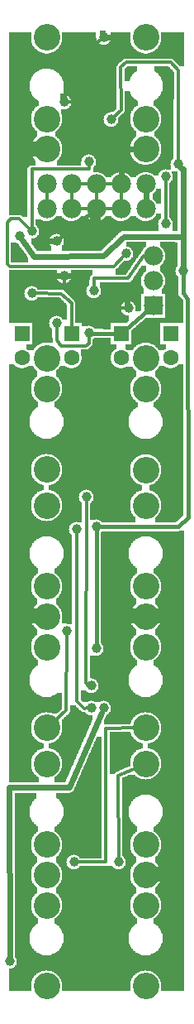
<source format=gbl>
G04 MADE WITH FRITZING*
G04 WWW.FRITZING.ORG*
G04 DOUBLE SIDED*
G04 HOLES PLATED*
G04 CONTOUR ON CENTER OF CONTOUR VECTOR*
%ASAXBY*%
%FSLAX23Y23*%
%MOIN*%
%OFA0B0*%
%SFA1.0B1.0*%
%ADD10C,0.075000*%
%ADD11C,0.039370*%
%ADD12C,0.078000*%
%ADD13C,0.062992*%
%ADD14C,0.107087*%
%ADD15R,0.078000X0.078000*%
%ADD16R,0.062992X0.062992*%
%ADD17C,0.024000*%
%ADD18C,0.016000*%
%ADD19C,0.012000*%
%ADD20R,0.001000X0.001000*%
%LNCOPPER0*%
G90*
G70*
G54D10*
X305Y3724D03*
X317Y3084D03*
X393Y2767D03*
X302Y2476D03*
X313Y1119D03*
X475Y1794D03*
G54D11*
X391Y1911D03*
X131Y2851D03*
X481Y561D03*
X301Y561D03*
X231Y3061D03*
X261Y3621D03*
X421Y3881D03*
X81Y3081D03*
X391Y1421D03*
X721Y3371D03*
X451Y3551D03*
X741Y2941D03*
G54D12*
X621Y2801D03*
X621Y2901D03*
X621Y3001D03*
X621Y2801D03*
X621Y2901D03*
X621Y3001D03*
X591Y3291D03*
X491Y3291D03*
X391Y3291D03*
X291Y3291D03*
X191Y3291D03*
X591Y3291D03*
X491Y3291D03*
X391Y3291D03*
X291Y3291D03*
X191Y3291D03*
X191Y3191D03*
X291Y3191D03*
X391Y3191D03*
X491Y3191D03*
X591Y3191D03*
G54D13*
X691Y2689D03*
X691Y2591D03*
X691Y2689D03*
X691Y2591D03*
X491Y2689D03*
X491Y2591D03*
X491Y2689D03*
X491Y2591D03*
X91Y2689D03*
X91Y2591D03*
X91Y2689D03*
X91Y2591D03*
X291Y2689D03*
X291Y2591D03*
X291Y2689D03*
X291Y2591D03*
G54D14*
X191Y3432D03*
X191Y3554D03*
X191Y3881D03*
X191Y3432D03*
X191Y3554D03*
X191Y3881D03*
X591Y1549D03*
X591Y1671D03*
X591Y1997D03*
X591Y1549D03*
X591Y1671D03*
X591Y1997D03*
X591Y2588D03*
X591Y2466D03*
X591Y2139D03*
X591Y2588D03*
X591Y2466D03*
X591Y2139D03*
X591Y509D03*
X591Y631D03*
X591Y957D03*
X591Y509D03*
X591Y631D03*
X591Y957D03*
X591Y1549D03*
X591Y1427D03*
X591Y1101D03*
X591Y1549D03*
X591Y1427D03*
X591Y1101D03*
X591Y509D03*
X591Y387D03*
X591Y61D03*
X591Y509D03*
X591Y387D03*
X591Y61D03*
X191Y509D03*
X191Y387D03*
X191Y61D03*
X191Y509D03*
X191Y387D03*
X191Y61D03*
X191Y509D03*
X191Y631D03*
X191Y957D03*
X191Y509D03*
X191Y631D03*
X191Y957D03*
X191Y1549D03*
X191Y1427D03*
X191Y1101D03*
X191Y1549D03*
X191Y1427D03*
X191Y1101D03*
X191Y1549D03*
X191Y1671D03*
X191Y1997D03*
X191Y1549D03*
X191Y1671D03*
X191Y1997D03*
X191Y2589D03*
X191Y2467D03*
X191Y2141D03*
X191Y2589D03*
X191Y2467D03*
X191Y2141D03*
X591Y3432D03*
X591Y3554D03*
X591Y3881D03*
X591Y3432D03*
X591Y3554D03*
X591Y3881D03*
G54D11*
X361Y2691D03*
X131Y3101D03*
X361Y3381D03*
X511Y3011D03*
X381Y2861D03*
X671Y3321D03*
X671Y3131D03*
X261Y2921D03*
X521Y2791D03*
X231Y2731D03*
X271Y1491D03*
X351Y2031D03*
X371Y1271D03*
X371Y1181D03*
X311Y1901D03*
X41Y161D03*
X421Y1181D03*
G54D15*
X621Y2801D03*
X621Y2801D03*
G54D16*
X691Y2689D03*
X691Y2689D03*
X491Y2689D03*
X491Y2689D03*
X91Y2689D03*
X91Y2689D03*
X291Y2689D03*
X291Y2689D03*
G54D17*
X490Y3430D02*
X491Y3321D01*
D02*
X550Y3431D02*
X490Y3430D01*
D02*
X591Y3221D02*
X591Y3261D01*
D02*
X741Y3080D02*
X741Y2960D01*
D02*
X734Y3357D02*
X741Y3351D01*
D02*
X741Y3351D02*
X741Y3080D01*
D02*
X501Y3080D02*
X420Y3001D01*
D02*
X420Y3001D02*
X140Y3000D01*
D02*
X140Y3000D02*
X92Y3065D01*
D02*
X741Y3080D02*
X501Y3080D01*
G54D18*
D02*
X721Y1911D02*
X404Y1911D01*
D02*
X391Y1434D02*
X391Y1897D01*
G54D19*
D02*
X250Y2850D02*
X144Y2851D01*
D02*
X291Y2811D02*
X250Y2850D01*
D02*
X291Y2710D02*
X291Y2811D01*
G54D18*
D02*
X602Y2785D02*
X507Y2703D01*
G54D19*
D02*
X480Y910D02*
X558Y943D01*
D02*
X481Y574D02*
X480Y910D01*
D02*
X430Y561D02*
X314Y561D01*
D02*
X430Y1100D02*
X430Y561D01*
D02*
X555Y1101D02*
X430Y1100D01*
G54D18*
D02*
X270Y3101D02*
X240Y3070D01*
D02*
X371Y3176D02*
X270Y3101D01*
G54D19*
D02*
X415Y3191D02*
X466Y3191D01*
D02*
X315Y3191D02*
X366Y3191D01*
D02*
X291Y3266D02*
X291Y3215D01*
D02*
X191Y3266D02*
X191Y3215D01*
D02*
X315Y3291D02*
X366Y3291D01*
D02*
X415Y3291D02*
X466Y3291D01*
D02*
X491Y3266D02*
X491Y3215D01*
D02*
X391Y3266D02*
X391Y3215D01*
D02*
X391Y3631D02*
X380Y3621D01*
D02*
X391Y3860D02*
X391Y3631D01*
D02*
X380Y3621D02*
X274Y3621D01*
D02*
X409Y3873D02*
X391Y3860D01*
G54D18*
D02*
X761Y1950D02*
X760Y2830D01*
D02*
X721Y1911D02*
X761Y1950D01*
D02*
X760Y2830D02*
X741Y2851D01*
D02*
X741Y2851D02*
X741Y2927D01*
G54D19*
D02*
X491Y3590D02*
X490Y3761D01*
D02*
X490Y3761D02*
X511Y3781D01*
D02*
X511Y3781D02*
X691Y3781D01*
D02*
X691Y3781D02*
X721Y3750D01*
D02*
X721Y3750D02*
X721Y3384D01*
D02*
X460Y3560D02*
X491Y3590D01*
G54D18*
D02*
X380Y2690D02*
X464Y2689D01*
G54D17*
D02*
X591Y550D02*
X590Y468D01*
D02*
X190Y468D02*
X191Y550D01*
G54D19*
D02*
X131Y3351D02*
X131Y3114D01*
D02*
X361Y3351D02*
X131Y3351D01*
D02*
X361Y3362D02*
X361Y3351D01*
D02*
X31Y2970D02*
X41Y2960D01*
D02*
X31Y3135D02*
X31Y2970D01*
D02*
X41Y2960D02*
X461Y2960D01*
D02*
X461Y2960D02*
X501Y3001D01*
D02*
X80Y3151D02*
X46Y3151D01*
D02*
X121Y3110D02*
X80Y3151D01*
D02*
X46Y3151D02*
X31Y3135D01*
D02*
X581Y3001D02*
X596Y3001D01*
D02*
X520Y2911D02*
X581Y3001D01*
D02*
X381Y2911D02*
X520Y2911D01*
D02*
X381Y2874D02*
X381Y2911D01*
D02*
X671Y3302D02*
X671Y3150D01*
D02*
X361Y2790D02*
X261Y2891D01*
D02*
X261Y2891D02*
X261Y2907D01*
D02*
X502Y2791D02*
X361Y2790D01*
D02*
X350Y2640D02*
X361Y2650D01*
D02*
X361Y2650D02*
X361Y2677D01*
D02*
X250Y2640D02*
X350Y2640D01*
D02*
X231Y2661D02*
X250Y2640D01*
D02*
X231Y2717D02*
X231Y2661D01*
G54D17*
D02*
X190Y1508D02*
X191Y1590D01*
D02*
X590Y1508D02*
X591Y1590D01*
G54D19*
D02*
X270Y1171D02*
X271Y1477D01*
D02*
X217Y1124D02*
X270Y1171D01*
D02*
X350Y1281D02*
X361Y1271D01*
D02*
X361Y1271D02*
X357Y1271D01*
D02*
X351Y2017D02*
X350Y1281D01*
D02*
X341Y1180D02*
X311Y1210D01*
D02*
X311Y1210D02*
X311Y1887D01*
D02*
X357Y1181D02*
X341Y1180D01*
G54D17*
D02*
X281Y861D02*
X413Y1163D01*
D02*
X40Y861D02*
X281Y861D01*
D02*
X41Y180D02*
X40Y861D01*
G36*
X40Y3901D02*
X40Y3817D01*
X182Y3817D01*
X182Y3819D01*
X172Y3819D01*
X172Y3821D01*
X166Y3821D01*
X166Y3823D01*
X162Y3823D01*
X162Y3825D01*
X158Y3825D01*
X158Y3827D01*
X156Y3827D01*
X156Y3829D01*
X152Y3829D01*
X152Y3831D01*
X150Y3831D01*
X150Y3833D01*
X148Y3833D01*
X148Y3835D01*
X146Y3835D01*
X146Y3837D01*
X144Y3837D01*
X144Y3839D01*
X142Y3839D01*
X142Y3841D01*
X140Y3841D01*
X140Y3843D01*
X138Y3843D01*
X138Y3847D01*
X136Y3847D01*
X136Y3849D01*
X134Y3849D01*
X134Y3853D01*
X132Y3853D01*
X132Y3859D01*
X130Y3859D01*
X130Y3865D01*
X128Y3865D01*
X128Y3901D01*
X40Y3901D01*
G37*
D02*
G36*
X254Y3901D02*
X254Y3869D01*
X252Y3869D01*
X252Y3861D01*
X250Y3861D01*
X250Y3855D01*
X248Y3855D01*
X248Y3851D01*
X414Y3851D01*
X414Y3853D01*
X408Y3853D01*
X408Y3855D01*
X404Y3855D01*
X404Y3857D01*
X402Y3857D01*
X402Y3859D01*
X400Y3859D01*
X400Y3861D01*
X398Y3861D01*
X398Y3863D01*
X396Y3863D01*
X396Y3865D01*
X394Y3865D01*
X394Y3869D01*
X392Y3869D01*
X392Y3879D01*
X390Y3879D01*
X390Y3901D01*
X254Y3901D01*
G37*
D02*
G36*
X450Y3901D02*
X450Y3873D01*
X448Y3873D01*
X448Y3867D01*
X446Y3867D01*
X446Y3865D01*
X444Y3865D01*
X444Y3861D01*
X442Y3861D01*
X442Y3859D01*
X440Y3859D01*
X440Y3857D01*
X436Y3857D01*
X436Y3855D01*
X434Y3855D01*
X434Y3853D01*
X428Y3853D01*
X428Y3851D01*
X534Y3851D01*
X534Y3853D01*
X532Y3853D01*
X532Y3859D01*
X530Y3859D01*
X530Y3865D01*
X528Y3865D01*
X528Y3901D01*
X450Y3901D01*
G37*
D02*
G36*
X654Y3901D02*
X654Y3869D01*
X652Y3869D01*
X652Y3861D01*
X650Y3861D01*
X650Y3855D01*
X648Y3855D01*
X648Y3851D01*
X646Y3851D01*
X646Y3849D01*
X644Y3849D01*
X644Y3845D01*
X642Y3845D01*
X642Y3843D01*
X640Y3843D01*
X640Y3839D01*
X638Y3839D01*
X638Y3837D01*
X636Y3837D01*
X636Y3835D01*
X634Y3835D01*
X634Y3833D01*
X632Y3833D01*
X632Y3831D01*
X628Y3831D01*
X628Y3829D01*
X626Y3829D01*
X626Y3827D01*
X622Y3827D01*
X622Y3825D01*
X620Y3825D01*
X620Y3823D01*
X614Y3823D01*
X614Y3821D01*
X610Y3821D01*
X610Y3819D01*
X600Y3819D01*
X600Y3817D01*
X746Y3817D01*
X746Y3901D01*
X654Y3901D01*
G37*
D02*
G36*
X246Y3851D02*
X246Y3849D01*
X534Y3849D01*
X534Y3851D01*
X246Y3851D01*
G37*
D02*
G36*
X246Y3851D02*
X246Y3849D01*
X534Y3849D01*
X534Y3851D01*
X246Y3851D01*
G37*
D02*
G36*
X244Y3849D02*
X244Y3845D01*
X242Y3845D01*
X242Y3843D01*
X240Y3843D01*
X240Y3839D01*
X238Y3839D01*
X238Y3837D01*
X236Y3837D01*
X236Y3835D01*
X234Y3835D01*
X234Y3833D01*
X232Y3833D01*
X232Y3831D01*
X228Y3831D01*
X228Y3829D01*
X226Y3829D01*
X226Y3827D01*
X222Y3827D01*
X222Y3825D01*
X220Y3825D01*
X220Y3823D01*
X214Y3823D01*
X214Y3821D01*
X210Y3821D01*
X210Y3819D01*
X200Y3819D01*
X200Y3817D01*
X582Y3817D01*
X582Y3819D01*
X572Y3819D01*
X572Y3821D01*
X566Y3821D01*
X566Y3823D01*
X562Y3823D01*
X562Y3825D01*
X558Y3825D01*
X558Y3827D01*
X556Y3827D01*
X556Y3829D01*
X552Y3829D01*
X552Y3831D01*
X550Y3831D01*
X550Y3833D01*
X548Y3833D01*
X548Y3835D01*
X546Y3835D01*
X546Y3837D01*
X544Y3837D01*
X544Y3839D01*
X542Y3839D01*
X542Y3841D01*
X540Y3841D01*
X540Y3843D01*
X538Y3843D01*
X538Y3847D01*
X536Y3847D01*
X536Y3849D01*
X244Y3849D01*
G37*
D02*
G36*
X40Y3817D02*
X40Y3815D01*
X746Y3815D01*
X746Y3817D01*
X40Y3817D01*
G37*
D02*
G36*
X40Y3817D02*
X40Y3815D01*
X746Y3815D01*
X746Y3817D01*
X40Y3817D01*
G37*
D02*
G36*
X40Y3817D02*
X40Y3815D01*
X746Y3815D01*
X746Y3817D01*
X40Y3817D01*
G37*
D02*
G36*
X40Y3815D02*
X40Y3797D01*
X696Y3797D01*
X696Y3795D01*
X700Y3795D01*
X700Y3793D01*
X702Y3793D01*
X702Y3791D01*
X704Y3791D01*
X704Y3789D01*
X706Y3789D01*
X706Y3787D01*
X708Y3787D01*
X708Y3785D01*
X710Y3785D01*
X710Y3783D01*
X712Y3783D01*
X712Y3781D01*
X714Y3781D01*
X714Y3779D01*
X716Y3779D01*
X716Y3777D01*
X718Y3777D01*
X718Y3775D01*
X720Y3775D01*
X720Y3773D01*
X722Y3773D01*
X722Y3771D01*
X724Y3771D01*
X724Y3769D01*
X726Y3769D01*
X726Y3767D01*
X746Y3767D01*
X746Y3815D01*
X40Y3815D01*
G37*
D02*
G36*
X40Y3797D02*
X40Y3757D01*
X192Y3757D01*
X192Y3755D01*
X206Y3755D01*
X206Y3753D01*
X214Y3753D01*
X214Y3751D01*
X218Y3751D01*
X218Y3749D01*
X222Y3749D01*
X222Y3747D01*
X226Y3747D01*
X226Y3745D01*
X230Y3745D01*
X230Y3743D01*
X232Y3743D01*
X232Y3741D01*
X234Y3741D01*
X234Y3739D01*
X238Y3739D01*
X238Y3737D01*
X240Y3737D01*
X240Y3735D01*
X242Y3735D01*
X242Y3733D01*
X244Y3733D01*
X244Y3729D01*
X246Y3729D01*
X246Y3727D01*
X248Y3727D01*
X248Y3723D01*
X250Y3723D01*
X250Y3721D01*
X252Y3721D01*
X252Y3717D01*
X254Y3717D01*
X254Y3711D01*
X256Y3711D01*
X256Y3707D01*
X258Y3707D01*
X258Y3697D01*
X260Y3697D01*
X260Y3677D01*
X258Y3677D01*
X258Y3651D01*
X264Y3651D01*
X264Y3649D01*
X272Y3649D01*
X272Y3647D01*
X276Y3647D01*
X276Y3645D01*
X278Y3645D01*
X278Y3643D01*
X282Y3643D01*
X282Y3639D01*
X284Y3639D01*
X284Y3637D01*
X286Y3637D01*
X286Y3633D01*
X288Y3633D01*
X288Y3629D01*
X290Y3629D01*
X290Y3613D01*
X288Y3613D01*
X288Y3607D01*
X286Y3607D01*
X286Y3605D01*
X284Y3605D01*
X284Y3601D01*
X282Y3601D01*
X282Y3599D01*
X280Y3599D01*
X280Y3597D01*
X276Y3597D01*
X276Y3595D01*
X274Y3595D01*
X274Y3593D01*
X268Y3593D01*
X268Y3591D01*
X250Y3591D01*
X250Y3573D01*
X252Y3573D01*
X252Y3565D01*
X254Y3565D01*
X254Y3543D01*
X252Y3543D01*
X252Y3535D01*
X250Y3535D01*
X250Y3529D01*
X248Y3529D01*
X248Y3525D01*
X246Y3525D01*
X246Y3521D01*
X444Y3521D01*
X444Y3523D01*
X438Y3523D01*
X438Y3525D01*
X434Y3525D01*
X434Y3527D01*
X432Y3527D01*
X432Y3529D01*
X430Y3529D01*
X430Y3531D01*
X428Y3531D01*
X428Y3533D01*
X426Y3533D01*
X426Y3535D01*
X424Y3535D01*
X424Y3539D01*
X422Y3539D01*
X422Y3549D01*
X420Y3549D01*
X420Y3553D01*
X422Y3553D01*
X422Y3561D01*
X424Y3561D01*
X424Y3565D01*
X426Y3565D01*
X426Y3569D01*
X428Y3569D01*
X428Y3571D01*
X430Y3571D01*
X430Y3573D01*
X432Y3573D01*
X432Y3575D01*
X436Y3575D01*
X436Y3577D01*
X440Y3577D01*
X440Y3579D01*
X448Y3579D01*
X448Y3581D01*
X460Y3581D01*
X460Y3583D01*
X462Y3583D01*
X462Y3585D01*
X464Y3585D01*
X464Y3587D01*
X466Y3587D01*
X466Y3589D01*
X468Y3589D01*
X468Y3591D01*
X470Y3591D01*
X470Y3593D01*
X472Y3593D01*
X472Y3595D01*
X474Y3595D01*
X474Y3765D01*
X476Y3765D01*
X476Y3769D01*
X478Y3769D01*
X478Y3773D01*
X480Y3773D01*
X480Y3775D01*
X482Y3775D01*
X482Y3777D01*
X484Y3777D01*
X484Y3779D01*
X486Y3779D01*
X486Y3781D01*
X490Y3781D01*
X490Y3783D01*
X492Y3783D01*
X492Y3785D01*
X494Y3785D01*
X494Y3787D01*
X496Y3787D01*
X496Y3789D01*
X498Y3789D01*
X498Y3791D01*
X500Y3791D01*
X500Y3793D01*
X502Y3793D01*
X502Y3795D01*
X506Y3795D01*
X506Y3797D01*
X40Y3797D01*
G37*
D02*
G36*
X626Y3765D02*
X626Y3745D01*
X630Y3745D01*
X630Y3743D01*
X632Y3743D01*
X632Y3741D01*
X634Y3741D01*
X634Y3739D01*
X638Y3739D01*
X638Y3737D01*
X640Y3737D01*
X640Y3735D01*
X642Y3735D01*
X642Y3733D01*
X644Y3733D01*
X644Y3729D01*
X646Y3729D01*
X646Y3727D01*
X648Y3727D01*
X648Y3723D01*
X650Y3723D01*
X650Y3721D01*
X652Y3721D01*
X652Y3717D01*
X654Y3717D01*
X654Y3711D01*
X656Y3711D01*
X656Y3707D01*
X658Y3707D01*
X658Y3697D01*
X660Y3697D01*
X660Y3677D01*
X658Y3677D01*
X658Y3667D01*
X656Y3667D01*
X656Y3663D01*
X654Y3663D01*
X654Y3657D01*
X652Y3657D01*
X652Y3653D01*
X650Y3653D01*
X650Y3651D01*
X648Y3651D01*
X648Y3647D01*
X646Y3647D01*
X646Y3645D01*
X644Y3645D01*
X644Y3641D01*
X642Y3641D01*
X642Y3639D01*
X640Y3639D01*
X640Y3637D01*
X638Y3637D01*
X638Y3635D01*
X636Y3635D01*
X636Y3633D01*
X632Y3633D01*
X632Y3631D01*
X630Y3631D01*
X630Y3629D01*
X626Y3629D01*
X626Y3627D01*
X624Y3627D01*
X624Y3607D01*
X626Y3607D01*
X626Y3605D01*
X630Y3605D01*
X630Y3603D01*
X632Y3603D01*
X632Y3601D01*
X634Y3601D01*
X634Y3599D01*
X636Y3599D01*
X636Y3597D01*
X638Y3597D01*
X638Y3595D01*
X640Y3595D01*
X640Y3593D01*
X642Y3593D01*
X642Y3589D01*
X644Y3589D01*
X644Y3587D01*
X646Y3587D01*
X646Y3583D01*
X648Y3583D01*
X648Y3579D01*
X650Y3579D01*
X650Y3573D01*
X652Y3573D01*
X652Y3565D01*
X654Y3565D01*
X654Y3543D01*
X652Y3543D01*
X652Y3535D01*
X650Y3535D01*
X650Y3529D01*
X648Y3529D01*
X648Y3525D01*
X646Y3525D01*
X646Y3521D01*
X644Y3521D01*
X644Y3519D01*
X642Y3519D01*
X642Y3515D01*
X640Y3515D01*
X640Y3513D01*
X638Y3513D01*
X638Y3511D01*
X636Y3511D01*
X636Y3509D01*
X634Y3509D01*
X634Y3507D01*
X632Y3507D01*
X632Y3505D01*
X630Y3505D01*
X630Y3503D01*
X626Y3503D01*
X626Y3483D01*
X630Y3483D01*
X630Y3481D01*
X632Y3481D01*
X632Y3479D01*
X634Y3479D01*
X634Y3477D01*
X636Y3477D01*
X636Y3475D01*
X638Y3475D01*
X638Y3473D01*
X640Y3473D01*
X640Y3471D01*
X642Y3471D01*
X642Y3467D01*
X644Y3467D01*
X644Y3465D01*
X646Y3465D01*
X646Y3461D01*
X648Y3461D01*
X648Y3457D01*
X650Y3457D01*
X650Y3451D01*
X652Y3451D01*
X652Y3443D01*
X654Y3443D01*
X654Y3421D01*
X652Y3421D01*
X652Y3413D01*
X650Y3413D01*
X650Y3407D01*
X648Y3407D01*
X648Y3403D01*
X646Y3403D01*
X646Y3399D01*
X644Y3399D01*
X644Y3397D01*
X642Y3397D01*
X642Y3393D01*
X640Y3393D01*
X640Y3391D01*
X638Y3391D01*
X638Y3389D01*
X636Y3389D01*
X636Y3387D01*
X634Y3387D01*
X634Y3385D01*
X632Y3385D01*
X632Y3383D01*
X630Y3383D01*
X630Y3381D01*
X626Y3381D01*
X626Y3379D01*
X624Y3379D01*
X624Y3377D01*
X620Y3377D01*
X620Y3375D01*
X616Y3375D01*
X616Y3373D01*
X612Y3373D01*
X612Y3371D01*
X604Y3371D01*
X604Y3369D01*
X690Y3369D01*
X690Y3373D01*
X692Y3373D01*
X692Y3381D01*
X694Y3381D01*
X694Y3385D01*
X696Y3385D01*
X696Y3389D01*
X698Y3389D01*
X698Y3391D01*
X700Y3391D01*
X700Y3393D01*
X702Y3393D01*
X702Y3395D01*
X704Y3395D01*
X704Y3633D01*
X706Y3633D01*
X706Y3743D01*
X704Y3743D01*
X704Y3745D01*
X702Y3745D01*
X702Y3747D01*
X700Y3747D01*
X700Y3749D01*
X698Y3749D01*
X698Y3751D01*
X696Y3751D01*
X696Y3753D01*
X694Y3753D01*
X694Y3755D01*
X692Y3755D01*
X692Y3757D01*
X690Y3757D01*
X690Y3759D01*
X688Y3759D01*
X688Y3761D01*
X686Y3761D01*
X686Y3763D01*
X684Y3763D01*
X684Y3765D01*
X626Y3765D01*
G37*
D02*
G36*
X40Y3757D02*
X40Y3167D01*
X86Y3167D01*
X86Y3165D01*
X90Y3165D01*
X90Y3163D01*
X92Y3163D01*
X92Y3161D01*
X94Y3161D01*
X94Y3159D01*
X114Y3159D01*
X114Y3355D01*
X116Y3355D01*
X116Y3359D01*
X118Y3359D01*
X118Y3361D01*
X120Y3361D01*
X120Y3363D01*
X122Y3363D01*
X122Y3365D01*
X124Y3365D01*
X124Y3367D01*
X146Y3367D01*
X146Y3387D01*
X144Y3387D01*
X144Y3389D01*
X142Y3389D01*
X142Y3393D01*
X140Y3393D01*
X140Y3395D01*
X138Y3395D01*
X138Y3397D01*
X136Y3397D01*
X136Y3401D01*
X134Y3401D01*
X134Y3405D01*
X132Y3405D01*
X132Y3409D01*
X130Y3409D01*
X130Y3417D01*
X128Y3417D01*
X128Y3447D01*
X130Y3447D01*
X130Y3453D01*
X132Y3453D01*
X132Y3459D01*
X134Y3459D01*
X134Y3463D01*
X136Y3463D01*
X136Y3465D01*
X138Y3465D01*
X138Y3469D01*
X140Y3469D01*
X140Y3471D01*
X142Y3471D01*
X142Y3473D01*
X144Y3473D01*
X144Y3477D01*
X146Y3477D01*
X146Y3479D01*
X150Y3479D01*
X150Y3481D01*
X152Y3481D01*
X152Y3483D01*
X154Y3483D01*
X154Y3503D01*
X152Y3503D01*
X152Y3505D01*
X148Y3505D01*
X148Y3507D01*
X146Y3507D01*
X146Y3509D01*
X144Y3509D01*
X144Y3511D01*
X142Y3511D01*
X142Y3515D01*
X140Y3515D01*
X140Y3517D01*
X138Y3517D01*
X138Y3519D01*
X136Y3519D01*
X136Y3523D01*
X134Y3523D01*
X134Y3527D01*
X132Y3527D01*
X132Y3531D01*
X130Y3531D01*
X130Y3539D01*
X128Y3539D01*
X128Y3569D01*
X130Y3569D01*
X130Y3575D01*
X132Y3575D01*
X132Y3581D01*
X134Y3581D01*
X134Y3585D01*
X136Y3585D01*
X136Y3587D01*
X138Y3587D01*
X138Y3591D01*
X140Y3591D01*
X140Y3593D01*
X142Y3593D01*
X142Y3595D01*
X144Y3595D01*
X144Y3599D01*
X146Y3599D01*
X146Y3601D01*
X150Y3601D01*
X150Y3603D01*
X152Y3603D01*
X152Y3605D01*
X154Y3605D01*
X154Y3607D01*
X158Y3607D01*
X158Y3627D01*
X156Y3627D01*
X156Y3629D01*
X152Y3629D01*
X152Y3631D01*
X150Y3631D01*
X150Y3633D01*
X146Y3633D01*
X146Y3635D01*
X144Y3635D01*
X144Y3637D01*
X142Y3637D01*
X142Y3639D01*
X140Y3639D01*
X140Y3641D01*
X138Y3641D01*
X138Y3643D01*
X136Y3643D01*
X136Y3647D01*
X134Y3647D01*
X134Y3649D01*
X132Y3649D01*
X132Y3653D01*
X130Y3653D01*
X130Y3657D01*
X128Y3657D01*
X128Y3661D01*
X126Y3661D01*
X126Y3667D01*
X124Y3667D01*
X124Y3675D01*
X122Y3675D01*
X122Y3699D01*
X124Y3699D01*
X124Y3707D01*
X126Y3707D01*
X126Y3713D01*
X128Y3713D01*
X128Y3717D01*
X130Y3717D01*
X130Y3721D01*
X132Y3721D01*
X132Y3725D01*
X134Y3725D01*
X134Y3727D01*
X136Y3727D01*
X136Y3731D01*
X138Y3731D01*
X138Y3733D01*
X140Y3733D01*
X140Y3735D01*
X142Y3735D01*
X142Y3737D01*
X144Y3737D01*
X144Y3739D01*
X146Y3739D01*
X146Y3741D01*
X150Y3741D01*
X150Y3743D01*
X152Y3743D01*
X152Y3745D01*
X156Y3745D01*
X156Y3747D01*
X158Y3747D01*
X158Y3749D01*
X164Y3749D01*
X164Y3751D01*
X168Y3751D01*
X168Y3753D01*
X174Y3753D01*
X174Y3755D01*
X190Y3755D01*
X190Y3757D01*
X40Y3757D01*
G37*
D02*
G36*
X506Y3667D02*
X506Y3583D01*
X504Y3583D01*
X504Y3581D01*
X502Y3581D01*
X502Y3577D01*
X500Y3577D01*
X500Y3575D01*
X496Y3575D01*
X496Y3573D01*
X494Y3573D01*
X494Y3571D01*
X492Y3571D01*
X492Y3569D01*
X490Y3569D01*
X490Y3567D01*
X488Y3567D01*
X488Y3565D01*
X486Y3565D01*
X486Y3563D01*
X484Y3563D01*
X484Y3561D01*
X482Y3561D01*
X482Y3559D01*
X480Y3559D01*
X480Y3543D01*
X478Y3543D01*
X478Y3537D01*
X476Y3537D01*
X476Y3535D01*
X474Y3535D01*
X474Y3531D01*
X472Y3531D01*
X472Y3529D01*
X470Y3529D01*
X470Y3527D01*
X466Y3527D01*
X466Y3525D01*
X464Y3525D01*
X464Y3523D01*
X458Y3523D01*
X458Y3521D01*
X536Y3521D01*
X536Y3523D01*
X534Y3523D01*
X534Y3527D01*
X532Y3527D01*
X532Y3531D01*
X530Y3531D01*
X530Y3539D01*
X528Y3539D01*
X528Y3569D01*
X530Y3569D01*
X530Y3575D01*
X532Y3575D01*
X532Y3581D01*
X534Y3581D01*
X534Y3585D01*
X536Y3585D01*
X536Y3587D01*
X538Y3587D01*
X538Y3591D01*
X540Y3591D01*
X540Y3593D01*
X542Y3593D01*
X542Y3595D01*
X544Y3595D01*
X544Y3599D01*
X546Y3599D01*
X546Y3601D01*
X550Y3601D01*
X550Y3603D01*
X552Y3603D01*
X552Y3605D01*
X554Y3605D01*
X554Y3607D01*
X558Y3607D01*
X558Y3627D01*
X556Y3627D01*
X556Y3629D01*
X552Y3629D01*
X552Y3631D01*
X550Y3631D01*
X550Y3633D01*
X546Y3633D01*
X546Y3635D01*
X544Y3635D01*
X544Y3637D01*
X542Y3637D01*
X542Y3639D01*
X540Y3639D01*
X540Y3641D01*
X538Y3641D01*
X538Y3643D01*
X536Y3643D01*
X536Y3647D01*
X534Y3647D01*
X534Y3649D01*
X532Y3649D01*
X532Y3653D01*
X530Y3653D01*
X530Y3657D01*
X528Y3657D01*
X528Y3661D01*
X526Y3661D01*
X526Y3667D01*
X506Y3667D01*
G37*
D02*
G36*
X244Y3521D02*
X244Y3519D01*
X536Y3519D01*
X536Y3521D01*
X244Y3521D01*
G37*
D02*
G36*
X244Y3521D02*
X244Y3519D01*
X536Y3519D01*
X536Y3521D01*
X244Y3521D01*
G37*
D02*
G36*
X242Y3519D02*
X242Y3515D01*
X240Y3515D01*
X240Y3513D01*
X238Y3513D01*
X238Y3511D01*
X236Y3511D01*
X236Y3509D01*
X234Y3509D01*
X234Y3507D01*
X232Y3507D01*
X232Y3505D01*
X230Y3505D01*
X230Y3503D01*
X226Y3503D01*
X226Y3483D01*
X230Y3483D01*
X230Y3481D01*
X232Y3481D01*
X232Y3479D01*
X234Y3479D01*
X234Y3477D01*
X236Y3477D01*
X236Y3475D01*
X238Y3475D01*
X238Y3473D01*
X240Y3473D01*
X240Y3471D01*
X242Y3471D01*
X242Y3467D01*
X244Y3467D01*
X244Y3465D01*
X246Y3465D01*
X246Y3461D01*
X248Y3461D01*
X248Y3457D01*
X250Y3457D01*
X250Y3451D01*
X252Y3451D01*
X252Y3443D01*
X254Y3443D01*
X254Y3421D01*
X252Y3421D01*
X252Y3413D01*
X250Y3413D01*
X250Y3411D01*
X364Y3411D01*
X364Y3409D01*
X372Y3409D01*
X372Y3407D01*
X376Y3407D01*
X376Y3405D01*
X378Y3405D01*
X378Y3403D01*
X382Y3403D01*
X382Y3399D01*
X384Y3399D01*
X384Y3397D01*
X386Y3397D01*
X386Y3393D01*
X388Y3393D01*
X388Y3389D01*
X390Y3389D01*
X390Y3373D01*
X388Y3373D01*
X388Y3369D01*
X576Y3369D01*
X576Y3371D01*
X570Y3371D01*
X570Y3373D01*
X564Y3373D01*
X564Y3375D01*
X560Y3375D01*
X560Y3377D01*
X558Y3377D01*
X558Y3379D01*
X554Y3379D01*
X554Y3381D01*
X552Y3381D01*
X552Y3383D01*
X548Y3383D01*
X548Y3385D01*
X546Y3385D01*
X546Y3387D01*
X544Y3387D01*
X544Y3389D01*
X542Y3389D01*
X542Y3393D01*
X540Y3393D01*
X540Y3395D01*
X538Y3395D01*
X538Y3397D01*
X536Y3397D01*
X536Y3401D01*
X534Y3401D01*
X534Y3405D01*
X532Y3405D01*
X532Y3409D01*
X530Y3409D01*
X530Y3417D01*
X528Y3417D01*
X528Y3447D01*
X530Y3447D01*
X530Y3453D01*
X532Y3453D01*
X532Y3459D01*
X534Y3459D01*
X534Y3463D01*
X536Y3463D01*
X536Y3465D01*
X538Y3465D01*
X538Y3469D01*
X540Y3469D01*
X540Y3471D01*
X542Y3471D01*
X542Y3473D01*
X544Y3473D01*
X544Y3477D01*
X546Y3477D01*
X546Y3479D01*
X550Y3479D01*
X550Y3481D01*
X552Y3481D01*
X552Y3483D01*
X554Y3483D01*
X554Y3503D01*
X552Y3503D01*
X552Y3505D01*
X548Y3505D01*
X548Y3507D01*
X546Y3507D01*
X546Y3509D01*
X544Y3509D01*
X544Y3511D01*
X542Y3511D01*
X542Y3515D01*
X540Y3515D01*
X540Y3517D01*
X538Y3517D01*
X538Y3519D01*
X242Y3519D01*
G37*
D02*
G36*
X250Y3411D02*
X250Y3407D01*
X248Y3407D01*
X248Y3403D01*
X246Y3403D01*
X246Y3399D01*
X244Y3399D01*
X244Y3397D01*
X242Y3397D01*
X242Y3393D01*
X240Y3393D01*
X240Y3391D01*
X238Y3391D01*
X238Y3389D01*
X236Y3389D01*
X236Y3387D01*
X234Y3387D01*
X234Y3367D01*
X330Y3367D01*
X330Y3383D01*
X332Y3383D01*
X332Y3391D01*
X334Y3391D01*
X334Y3395D01*
X336Y3395D01*
X336Y3399D01*
X338Y3399D01*
X338Y3401D01*
X340Y3401D01*
X340Y3403D01*
X342Y3403D01*
X342Y3405D01*
X346Y3405D01*
X346Y3407D01*
X350Y3407D01*
X350Y3409D01*
X358Y3409D01*
X358Y3411D01*
X250Y3411D01*
G37*
D02*
G36*
X388Y3369D02*
X388Y3367D01*
X692Y3367D01*
X692Y3369D01*
X388Y3369D01*
G37*
D02*
G36*
X388Y3369D02*
X388Y3367D01*
X692Y3367D01*
X692Y3369D01*
X388Y3369D01*
G37*
D02*
G36*
X386Y3367D02*
X386Y3365D01*
X384Y3365D01*
X384Y3361D01*
X382Y3361D01*
X382Y3359D01*
X380Y3359D01*
X380Y3351D01*
X674Y3351D01*
X674Y3349D01*
X694Y3349D01*
X694Y3359D01*
X692Y3359D01*
X692Y3367D01*
X386Y3367D01*
G37*
D02*
G36*
X380Y3351D02*
X380Y3339D01*
X602Y3339D01*
X602Y3337D01*
X610Y3337D01*
X610Y3335D01*
X612Y3335D01*
X612Y3333D01*
X616Y3333D01*
X616Y3331D01*
X620Y3331D01*
X620Y3329D01*
X622Y3329D01*
X622Y3327D01*
X642Y3327D01*
X642Y3331D01*
X644Y3331D01*
X644Y3335D01*
X646Y3335D01*
X646Y3339D01*
X648Y3339D01*
X648Y3341D01*
X650Y3341D01*
X650Y3343D01*
X652Y3343D01*
X652Y3345D01*
X656Y3345D01*
X656Y3347D01*
X660Y3347D01*
X660Y3349D01*
X668Y3349D01*
X668Y3351D01*
X380Y3351D01*
G37*
D02*
G36*
X402Y3339D02*
X402Y3337D01*
X410Y3337D01*
X410Y3335D01*
X412Y3335D01*
X412Y3333D01*
X416Y3333D01*
X416Y3331D01*
X420Y3331D01*
X420Y3329D01*
X422Y3329D01*
X422Y3327D01*
X424Y3327D01*
X424Y3325D01*
X426Y3325D01*
X426Y3323D01*
X428Y3323D01*
X428Y3321D01*
X430Y3321D01*
X430Y3319D01*
X452Y3319D01*
X452Y3321D01*
X454Y3321D01*
X454Y3325D01*
X456Y3325D01*
X456Y3327D01*
X460Y3327D01*
X460Y3329D01*
X462Y3329D01*
X462Y3331D01*
X464Y3331D01*
X464Y3333D01*
X468Y3333D01*
X468Y3335D01*
X472Y3335D01*
X472Y3337D01*
X478Y3337D01*
X478Y3339D01*
X402Y3339D01*
G37*
D02*
G36*
X502Y3339D02*
X502Y3337D01*
X510Y3337D01*
X510Y3335D01*
X512Y3335D01*
X512Y3333D01*
X516Y3333D01*
X516Y3331D01*
X520Y3331D01*
X520Y3329D01*
X522Y3329D01*
X522Y3327D01*
X524Y3327D01*
X524Y3325D01*
X526Y3325D01*
X526Y3323D01*
X528Y3323D01*
X528Y3321D01*
X530Y3321D01*
X530Y3319D01*
X552Y3319D01*
X552Y3321D01*
X554Y3321D01*
X554Y3325D01*
X556Y3325D01*
X556Y3327D01*
X560Y3327D01*
X560Y3329D01*
X562Y3329D01*
X562Y3331D01*
X564Y3331D01*
X564Y3333D01*
X568Y3333D01*
X568Y3335D01*
X572Y3335D01*
X572Y3337D01*
X578Y3337D01*
X578Y3339D01*
X502Y3339D01*
G37*
D02*
G36*
X516Y3765D02*
X516Y3763D01*
X514Y3763D01*
X514Y3761D01*
X512Y3761D01*
X512Y3759D01*
X510Y3759D01*
X510Y3757D01*
X508Y3757D01*
X508Y3755D01*
X506Y3755D01*
X506Y3707D01*
X526Y3707D01*
X526Y3713D01*
X528Y3713D01*
X528Y3717D01*
X530Y3717D01*
X530Y3721D01*
X532Y3721D01*
X532Y3725D01*
X534Y3725D01*
X534Y3727D01*
X536Y3727D01*
X536Y3731D01*
X538Y3731D01*
X538Y3733D01*
X540Y3733D01*
X540Y3735D01*
X542Y3735D01*
X542Y3737D01*
X544Y3737D01*
X544Y3739D01*
X546Y3739D01*
X546Y3741D01*
X550Y3741D01*
X550Y3743D01*
X552Y3743D01*
X552Y3745D01*
X556Y3745D01*
X556Y3765D01*
X516Y3765D01*
G37*
D02*
G36*
X696Y3341D02*
X696Y3333D01*
X698Y3333D01*
X698Y3329D01*
X700Y3329D01*
X700Y3313D01*
X698Y3313D01*
X698Y3307D01*
X696Y3307D01*
X696Y3305D01*
X694Y3305D01*
X694Y3301D01*
X692Y3301D01*
X692Y3299D01*
X690Y3299D01*
X690Y3297D01*
X686Y3297D01*
X686Y3155D01*
X688Y3155D01*
X688Y3153D01*
X692Y3153D01*
X692Y3149D01*
X694Y3149D01*
X694Y3147D01*
X696Y3147D01*
X696Y3143D01*
X698Y3143D01*
X698Y3139D01*
X700Y3139D01*
X700Y3123D01*
X698Y3123D01*
X698Y3103D01*
X720Y3103D01*
X720Y3341D01*
X696Y3341D01*
G37*
D02*
G36*
X634Y3271D02*
X634Y3267D01*
X632Y3267D01*
X632Y3263D01*
X630Y3263D01*
X630Y3261D01*
X628Y3261D01*
X628Y3259D01*
X626Y3259D01*
X626Y3255D01*
X622Y3255D01*
X622Y3253D01*
X620Y3253D01*
X620Y3251D01*
X618Y3251D01*
X618Y3231D01*
X620Y3231D01*
X620Y3229D01*
X622Y3229D01*
X622Y3227D01*
X624Y3227D01*
X624Y3225D01*
X626Y3225D01*
X626Y3223D01*
X628Y3223D01*
X628Y3221D01*
X630Y3221D01*
X630Y3219D01*
X632Y3219D01*
X632Y3215D01*
X634Y3215D01*
X634Y3211D01*
X654Y3211D01*
X654Y3271D01*
X634Y3271D01*
G37*
D02*
G36*
X634Y3171D02*
X634Y3167D01*
X632Y3167D01*
X632Y3163D01*
X630Y3163D01*
X630Y3161D01*
X628Y3161D01*
X628Y3159D01*
X626Y3159D01*
X626Y3155D01*
X622Y3155D01*
X622Y3153D01*
X620Y3153D01*
X620Y3151D01*
X618Y3151D01*
X618Y3149D01*
X614Y3149D01*
X614Y3147D01*
X610Y3147D01*
X610Y3145D01*
X604Y3145D01*
X604Y3143D01*
X596Y3143D01*
X596Y3141D01*
X644Y3141D01*
X644Y3145D01*
X646Y3145D01*
X646Y3149D01*
X648Y3149D01*
X648Y3151D01*
X650Y3151D01*
X650Y3153D01*
X652Y3153D01*
X652Y3155D01*
X654Y3155D01*
X654Y3171D01*
X634Y3171D01*
G37*
D02*
G36*
X230Y3163D02*
X230Y3161D01*
X228Y3161D01*
X228Y3159D01*
X226Y3159D01*
X226Y3155D01*
X222Y3155D01*
X222Y3153D01*
X220Y3153D01*
X220Y3151D01*
X218Y3151D01*
X218Y3149D01*
X214Y3149D01*
X214Y3147D01*
X210Y3147D01*
X210Y3145D01*
X204Y3145D01*
X204Y3143D01*
X196Y3143D01*
X196Y3141D01*
X286Y3141D01*
X286Y3143D01*
X276Y3143D01*
X276Y3145D01*
X270Y3145D01*
X270Y3147D01*
X268Y3147D01*
X268Y3149D01*
X264Y3149D01*
X264Y3151D01*
X260Y3151D01*
X260Y3153D01*
X258Y3153D01*
X258Y3155D01*
X256Y3155D01*
X256Y3157D01*
X254Y3157D01*
X254Y3159D01*
X252Y3159D01*
X252Y3163D01*
X230Y3163D01*
G37*
D02*
G36*
X330Y3163D02*
X330Y3161D01*
X328Y3161D01*
X328Y3159D01*
X326Y3159D01*
X326Y3155D01*
X322Y3155D01*
X322Y3153D01*
X320Y3153D01*
X320Y3151D01*
X318Y3151D01*
X318Y3149D01*
X314Y3149D01*
X314Y3147D01*
X310Y3147D01*
X310Y3145D01*
X304Y3145D01*
X304Y3143D01*
X296Y3143D01*
X296Y3141D01*
X386Y3141D01*
X386Y3143D01*
X376Y3143D01*
X376Y3145D01*
X370Y3145D01*
X370Y3147D01*
X368Y3147D01*
X368Y3149D01*
X364Y3149D01*
X364Y3151D01*
X360Y3151D01*
X360Y3153D01*
X358Y3153D01*
X358Y3155D01*
X356Y3155D01*
X356Y3157D01*
X354Y3157D01*
X354Y3159D01*
X352Y3159D01*
X352Y3163D01*
X330Y3163D01*
G37*
D02*
G36*
X430Y3163D02*
X430Y3161D01*
X428Y3161D01*
X428Y3159D01*
X426Y3159D01*
X426Y3155D01*
X422Y3155D01*
X422Y3153D01*
X420Y3153D01*
X420Y3151D01*
X418Y3151D01*
X418Y3149D01*
X414Y3149D01*
X414Y3147D01*
X410Y3147D01*
X410Y3145D01*
X404Y3145D01*
X404Y3143D01*
X396Y3143D01*
X396Y3141D01*
X486Y3141D01*
X486Y3143D01*
X476Y3143D01*
X476Y3145D01*
X470Y3145D01*
X470Y3147D01*
X468Y3147D01*
X468Y3149D01*
X464Y3149D01*
X464Y3151D01*
X460Y3151D01*
X460Y3153D01*
X458Y3153D01*
X458Y3155D01*
X456Y3155D01*
X456Y3157D01*
X454Y3157D01*
X454Y3159D01*
X452Y3159D01*
X452Y3163D01*
X430Y3163D01*
G37*
D02*
G36*
X530Y3163D02*
X530Y3161D01*
X528Y3161D01*
X528Y3159D01*
X526Y3159D01*
X526Y3155D01*
X522Y3155D01*
X522Y3153D01*
X520Y3153D01*
X520Y3151D01*
X518Y3151D01*
X518Y3149D01*
X514Y3149D01*
X514Y3147D01*
X510Y3147D01*
X510Y3145D01*
X504Y3145D01*
X504Y3143D01*
X496Y3143D01*
X496Y3141D01*
X586Y3141D01*
X586Y3143D01*
X576Y3143D01*
X576Y3145D01*
X570Y3145D01*
X570Y3147D01*
X568Y3147D01*
X568Y3149D01*
X564Y3149D01*
X564Y3151D01*
X560Y3151D01*
X560Y3153D01*
X558Y3153D01*
X558Y3155D01*
X556Y3155D01*
X556Y3157D01*
X554Y3157D01*
X554Y3159D01*
X552Y3159D01*
X552Y3163D01*
X530Y3163D01*
G37*
D02*
G36*
X146Y3149D02*
X146Y3141D01*
X186Y3141D01*
X186Y3143D01*
X176Y3143D01*
X176Y3145D01*
X170Y3145D01*
X170Y3147D01*
X168Y3147D01*
X168Y3149D01*
X146Y3149D01*
G37*
D02*
G36*
X146Y3141D02*
X146Y3139D01*
X642Y3139D01*
X642Y3141D01*
X146Y3141D01*
G37*
D02*
G36*
X146Y3141D02*
X146Y3139D01*
X642Y3139D01*
X642Y3141D01*
X146Y3141D01*
G37*
D02*
G36*
X146Y3141D02*
X146Y3139D01*
X642Y3139D01*
X642Y3141D01*
X146Y3141D01*
G37*
D02*
G36*
X146Y3141D02*
X146Y3139D01*
X642Y3139D01*
X642Y3141D01*
X146Y3141D01*
G37*
D02*
G36*
X146Y3141D02*
X146Y3139D01*
X642Y3139D01*
X642Y3141D01*
X146Y3141D01*
G37*
D02*
G36*
X146Y3141D02*
X146Y3139D01*
X642Y3139D01*
X642Y3141D01*
X146Y3141D01*
G37*
D02*
G36*
X146Y3139D02*
X146Y3125D01*
X148Y3125D01*
X148Y3123D01*
X152Y3123D01*
X152Y3119D01*
X154Y3119D01*
X154Y3117D01*
X156Y3117D01*
X156Y3113D01*
X158Y3113D01*
X158Y3109D01*
X160Y3109D01*
X160Y3093D01*
X158Y3093D01*
X158Y3091D01*
X234Y3091D01*
X234Y3089D01*
X242Y3089D01*
X242Y3087D01*
X246Y3087D01*
X246Y3085D01*
X248Y3085D01*
X248Y3083D01*
X252Y3083D01*
X252Y3079D01*
X254Y3079D01*
X254Y3077D01*
X256Y3077D01*
X256Y3073D01*
X258Y3073D01*
X258Y3069D01*
X260Y3069D01*
X260Y3053D01*
X258Y3053D01*
X258Y3047D01*
X256Y3047D01*
X256Y3045D01*
X254Y3045D01*
X254Y3023D01*
X412Y3023D01*
X412Y3025D01*
X414Y3025D01*
X414Y3027D01*
X416Y3027D01*
X416Y3029D01*
X418Y3029D01*
X418Y3031D01*
X420Y3031D01*
X420Y3033D01*
X422Y3033D01*
X422Y3035D01*
X424Y3035D01*
X424Y3037D01*
X426Y3037D01*
X426Y3039D01*
X428Y3039D01*
X428Y3041D01*
X430Y3041D01*
X430Y3043D01*
X432Y3043D01*
X432Y3045D01*
X434Y3045D01*
X434Y3047D01*
X436Y3047D01*
X436Y3049D01*
X438Y3049D01*
X438Y3051D01*
X440Y3051D01*
X440Y3053D01*
X442Y3053D01*
X442Y3055D01*
X446Y3055D01*
X446Y3057D01*
X448Y3057D01*
X448Y3059D01*
X450Y3059D01*
X450Y3061D01*
X452Y3061D01*
X452Y3063D01*
X454Y3063D01*
X454Y3065D01*
X456Y3065D01*
X456Y3067D01*
X458Y3067D01*
X458Y3069D01*
X460Y3069D01*
X460Y3071D01*
X462Y3071D01*
X462Y3073D01*
X464Y3073D01*
X464Y3075D01*
X466Y3075D01*
X466Y3077D01*
X468Y3077D01*
X468Y3079D01*
X470Y3079D01*
X470Y3081D01*
X472Y3081D01*
X472Y3083D01*
X474Y3083D01*
X474Y3085D01*
X476Y3085D01*
X476Y3087D01*
X478Y3087D01*
X478Y3089D01*
X480Y3089D01*
X480Y3091D01*
X482Y3091D01*
X482Y3093D01*
X484Y3093D01*
X484Y3095D01*
X486Y3095D01*
X486Y3097D01*
X488Y3097D01*
X488Y3099D01*
X492Y3099D01*
X492Y3101D01*
X496Y3101D01*
X496Y3103D01*
X642Y3103D01*
X642Y3129D01*
X640Y3129D01*
X640Y3133D01*
X642Y3133D01*
X642Y3139D01*
X146Y3139D01*
G37*
D02*
G36*
X158Y3091D02*
X158Y3087D01*
X156Y3087D01*
X156Y3085D01*
X154Y3085D01*
X154Y3081D01*
X152Y3081D01*
X152Y3079D01*
X150Y3079D01*
X150Y3077D01*
X146Y3077D01*
X146Y3075D01*
X144Y3075D01*
X144Y3073D01*
X138Y3073D01*
X138Y3071D01*
X130Y3071D01*
X130Y3049D01*
X132Y3049D01*
X132Y3047D01*
X134Y3047D01*
X134Y3045D01*
X136Y3045D01*
X136Y3041D01*
X138Y3041D01*
X138Y3039D01*
X140Y3039D01*
X140Y3037D01*
X142Y3037D01*
X142Y3033D01*
X144Y3033D01*
X144Y3031D01*
X146Y3031D01*
X146Y3029D01*
X148Y3029D01*
X148Y3025D01*
X150Y3025D01*
X150Y3023D01*
X208Y3023D01*
X208Y3043D01*
X206Y3043D01*
X206Y3045D01*
X204Y3045D01*
X204Y3049D01*
X202Y3049D01*
X202Y3059D01*
X200Y3059D01*
X200Y3063D01*
X202Y3063D01*
X202Y3071D01*
X204Y3071D01*
X204Y3075D01*
X206Y3075D01*
X206Y3079D01*
X208Y3079D01*
X208Y3081D01*
X210Y3081D01*
X210Y3083D01*
X212Y3083D01*
X212Y3085D01*
X216Y3085D01*
X216Y3087D01*
X220Y3087D01*
X220Y3089D01*
X228Y3089D01*
X228Y3091D01*
X158Y3091D01*
G37*
D02*
G36*
X514Y3059D02*
X514Y3039D01*
X522Y3039D01*
X522Y3037D01*
X526Y3037D01*
X526Y3035D01*
X528Y3035D01*
X528Y3033D01*
X532Y3033D01*
X532Y3029D01*
X534Y3029D01*
X534Y3027D01*
X536Y3027D01*
X536Y3023D01*
X538Y3023D01*
X538Y3019D01*
X540Y3019D01*
X540Y3003D01*
X538Y3003D01*
X538Y2997D01*
X536Y2997D01*
X536Y2995D01*
X534Y2995D01*
X534Y2991D01*
X532Y2991D01*
X532Y2989D01*
X530Y2989D01*
X530Y2987D01*
X526Y2987D01*
X526Y2985D01*
X524Y2985D01*
X524Y2983D01*
X518Y2983D01*
X518Y2981D01*
X502Y2981D01*
X502Y2979D01*
X500Y2979D01*
X500Y2977D01*
X498Y2977D01*
X498Y2975D01*
X496Y2975D01*
X496Y2973D01*
X494Y2973D01*
X494Y2971D01*
X492Y2971D01*
X492Y2969D01*
X490Y2969D01*
X490Y2967D01*
X488Y2967D01*
X488Y2965D01*
X486Y2965D01*
X486Y2963D01*
X484Y2963D01*
X484Y2959D01*
X482Y2959D01*
X482Y2957D01*
X480Y2957D01*
X480Y2955D01*
X478Y2955D01*
X478Y2953D01*
X476Y2953D01*
X476Y2951D01*
X474Y2951D01*
X474Y2949D01*
X470Y2949D01*
X470Y2947D01*
X468Y2947D01*
X468Y2927D01*
X512Y2927D01*
X512Y2929D01*
X514Y2929D01*
X514Y2931D01*
X516Y2931D01*
X516Y2935D01*
X518Y2935D01*
X518Y2937D01*
X520Y2937D01*
X520Y2941D01*
X522Y2941D01*
X522Y2943D01*
X524Y2943D01*
X524Y2947D01*
X526Y2947D01*
X526Y2949D01*
X528Y2949D01*
X528Y2953D01*
X530Y2953D01*
X530Y2955D01*
X532Y2955D01*
X532Y2959D01*
X534Y2959D01*
X534Y2961D01*
X536Y2961D01*
X536Y2965D01*
X538Y2965D01*
X538Y2967D01*
X540Y2967D01*
X540Y2971D01*
X542Y2971D01*
X542Y2973D01*
X544Y2973D01*
X544Y2975D01*
X546Y2975D01*
X546Y2979D01*
X548Y2979D01*
X548Y2981D01*
X550Y2981D01*
X550Y2985D01*
X552Y2985D01*
X552Y2987D01*
X554Y2987D01*
X554Y2991D01*
X556Y2991D01*
X556Y2993D01*
X558Y2993D01*
X558Y2997D01*
X560Y2997D01*
X560Y2999D01*
X562Y2999D01*
X562Y3003D01*
X564Y3003D01*
X564Y3005D01*
X566Y3005D01*
X566Y3009D01*
X568Y3009D01*
X568Y3011D01*
X570Y3011D01*
X570Y3013D01*
X572Y3013D01*
X572Y3015D01*
X574Y3015D01*
X574Y3019D01*
X576Y3019D01*
X576Y3023D01*
X578Y3023D01*
X578Y3027D01*
X580Y3027D01*
X580Y3029D01*
X582Y3029D01*
X582Y3031D01*
X584Y3031D01*
X584Y3035D01*
X586Y3035D01*
X586Y3037D01*
X590Y3037D01*
X590Y3039D01*
X592Y3039D01*
X592Y3059D01*
X514Y3059D01*
G37*
D02*
G36*
X650Y3059D02*
X650Y3039D01*
X652Y3039D01*
X652Y3037D01*
X654Y3037D01*
X654Y3035D01*
X656Y3035D01*
X656Y3033D01*
X658Y3033D01*
X658Y3031D01*
X660Y3031D01*
X660Y3029D01*
X662Y3029D01*
X662Y3025D01*
X664Y3025D01*
X664Y3021D01*
X666Y3021D01*
X666Y3015D01*
X668Y3015D01*
X668Y3007D01*
X670Y3007D01*
X670Y2995D01*
X668Y2995D01*
X668Y2987D01*
X666Y2987D01*
X666Y2981D01*
X664Y2981D01*
X664Y2977D01*
X662Y2977D01*
X662Y2973D01*
X660Y2973D01*
X660Y2971D01*
X658Y2971D01*
X658Y2969D01*
X656Y2969D01*
X656Y2965D01*
X652Y2965D01*
X652Y2963D01*
X650Y2963D01*
X650Y2961D01*
X648Y2961D01*
X648Y2941D01*
X650Y2941D01*
X650Y2939D01*
X652Y2939D01*
X652Y2937D01*
X654Y2937D01*
X654Y2935D01*
X656Y2935D01*
X656Y2933D01*
X658Y2933D01*
X658Y2931D01*
X660Y2931D01*
X660Y2929D01*
X662Y2929D01*
X662Y2925D01*
X664Y2925D01*
X664Y2921D01*
X666Y2921D01*
X666Y2915D01*
X668Y2915D01*
X668Y2907D01*
X670Y2907D01*
X670Y2895D01*
X668Y2895D01*
X668Y2887D01*
X666Y2887D01*
X666Y2881D01*
X664Y2881D01*
X664Y2877D01*
X662Y2877D01*
X662Y2873D01*
X660Y2873D01*
X660Y2871D01*
X658Y2871D01*
X658Y2869D01*
X656Y2869D01*
X656Y2849D01*
X670Y2849D01*
X670Y2751D01*
X590Y2751D01*
X590Y2749D01*
X586Y2749D01*
X586Y2747D01*
X584Y2747D01*
X584Y2745D01*
X582Y2745D01*
X582Y2743D01*
X580Y2743D01*
X580Y2741D01*
X578Y2741D01*
X578Y2739D01*
X576Y2739D01*
X576Y2737D01*
X572Y2737D01*
X572Y2735D01*
X570Y2735D01*
X570Y2733D01*
X568Y2733D01*
X568Y2731D01*
X566Y2731D01*
X566Y2729D01*
X564Y2729D01*
X564Y2727D01*
X562Y2727D01*
X562Y2725D01*
X558Y2725D01*
X558Y2723D01*
X556Y2723D01*
X556Y2721D01*
X554Y2721D01*
X554Y2719D01*
X552Y2719D01*
X552Y2717D01*
X550Y2717D01*
X550Y2715D01*
X548Y2715D01*
X548Y2713D01*
X544Y2713D01*
X544Y2711D01*
X542Y2711D01*
X542Y2709D01*
X540Y2709D01*
X540Y2707D01*
X538Y2707D01*
X538Y2705D01*
X536Y2705D01*
X536Y2703D01*
X534Y2703D01*
X534Y2701D01*
X532Y2701D01*
X532Y2651D01*
X606Y2651D01*
X606Y2649D01*
X612Y2649D01*
X612Y2647D01*
X618Y2647D01*
X618Y2645D01*
X622Y2645D01*
X622Y2643D01*
X624Y2643D01*
X624Y2641D01*
X628Y2641D01*
X628Y2639D01*
X630Y2639D01*
X630Y2637D01*
X632Y2637D01*
X632Y2635D01*
X634Y2635D01*
X634Y2633D01*
X636Y2633D01*
X636Y2631D01*
X638Y2631D01*
X638Y2629D01*
X640Y2629D01*
X640Y2627D01*
X642Y2627D01*
X642Y2623D01*
X644Y2623D01*
X644Y2621D01*
X664Y2621D01*
X664Y2623D01*
X666Y2623D01*
X666Y2625D01*
X670Y2625D01*
X670Y2627D01*
X672Y2627D01*
X672Y2647D01*
X650Y2647D01*
X650Y2731D01*
X742Y2731D01*
X742Y2825D01*
X740Y2825D01*
X740Y2827D01*
X738Y2827D01*
X738Y2829D01*
X736Y2829D01*
X736Y2831D01*
X734Y2831D01*
X734Y2833D01*
X732Y2833D01*
X732Y2835D01*
X730Y2835D01*
X730Y2837D01*
X728Y2837D01*
X728Y2839D01*
X726Y2839D01*
X726Y2843D01*
X724Y2843D01*
X724Y2855D01*
X722Y2855D01*
X722Y2919D01*
X720Y2919D01*
X720Y2921D01*
X718Y2921D01*
X718Y2923D01*
X716Y2923D01*
X716Y2925D01*
X714Y2925D01*
X714Y2929D01*
X712Y2929D01*
X712Y2939D01*
X710Y2939D01*
X710Y2943D01*
X712Y2943D01*
X712Y2951D01*
X714Y2951D01*
X714Y2955D01*
X716Y2955D01*
X716Y2959D01*
X718Y2959D01*
X718Y3057D01*
X710Y3057D01*
X710Y3059D01*
X650Y3059D01*
G37*
D02*
G36*
X532Y2651D02*
X532Y2647D01*
X508Y2647D01*
X508Y2627D01*
X512Y2627D01*
X512Y2625D01*
X514Y2625D01*
X514Y2623D01*
X538Y2623D01*
X538Y2625D01*
X540Y2625D01*
X540Y2627D01*
X542Y2627D01*
X542Y2631D01*
X544Y2631D01*
X544Y2633D01*
X546Y2633D01*
X546Y2635D01*
X548Y2635D01*
X548Y2637D01*
X552Y2637D01*
X552Y2639D01*
X554Y2639D01*
X554Y2641D01*
X556Y2641D01*
X556Y2643D01*
X560Y2643D01*
X560Y2645D01*
X564Y2645D01*
X564Y2647D01*
X568Y2647D01*
X568Y2649D01*
X576Y2649D01*
X576Y2651D01*
X532Y2651D01*
G37*
D02*
G36*
X46Y3055D02*
X46Y2977D01*
X116Y2977D01*
X116Y2997D01*
X114Y2997D01*
X114Y3001D01*
X112Y3001D01*
X112Y3003D01*
X110Y3003D01*
X110Y3005D01*
X108Y3005D01*
X108Y3009D01*
X106Y3009D01*
X106Y3011D01*
X104Y3011D01*
X104Y3013D01*
X102Y3013D01*
X102Y3017D01*
X100Y3017D01*
X100Y3019D01*
X98Y3019D01*
X98Y3021D01*
X96Y3021D01*
X96Y3025D01*
X94Y3025D01*
X94Y3027D01*
X92Y3027D01*
X92Y3029D01*
X90Y3029D01*
X90Y3033D01*
X88Y3033D01*
X88Y3035D01*
X86Y3035D01*
X86Y3037D01*
X84Y3037D01*
X84Y3041D01*
X82Y3041D01*
X82Y3043D01*
X80Y3043D01*
X80Y3045D01*
X78Y3045D01*
X78Y3049D01*
X76Y3049D01*
X76Y3051D01*
X74Y3051D01*
X74Y3053D01*
X68Y3053D01*
X68Y3055D01*
X46Y3055D01*
G37*
D02*
G36*
X572Y2961D02*
X572Y2957D01*
X570Y2957D01*
X570Y2955D01*
X568Y2955D01*
X568Y2951D01*
X566Y2951D01*
X566Y2949D01*
X564Y2949D01*
X564Y2945D01*
X562Y2945D01*
X562Y2943D01*
X560Y2943D01*
X560Y2939D01*
X558Y2939D01*
X558Y2937D01*
X556Y2937D01*
X556Y2933D01*
X554Y2933D01*
X554Y2931D01*
X552Y2931D01*
X552Y2927D01*
X550Y2927D01*
X550Y2925D01*
X548Y2925D01*
X548Y2921D01*
X546Y2921D01*
X546Y2919D01*
X544Y2919D01*
X544Y2915D01*
X542Y2915D01*
X542Y2913D01*
X540Y2913D01*
X540Y2909D01*
X538Y2909D01*
X538Y2907D01*
X536Y2907D01*
X536Y2903D01*
X534Y2903D01*
X534Y2901D01*
X532Y2901D01*
X532Y2899D01*
X530Y2899D01*
X530Y2897D01*
X526Y2897D01*
X526Y2895D01*
X406Y2895D01*
X406Y2873D01*
X408Y2873D01*
X408Y2869D01*
X410Y2869D01*
X410Y2853D01*
X408Y2853D01*
X408Y2847D01*
X406Y2847D01*
X406Y2845D01*
X404Y2845D01*
X404Y2841D01*
X402Y2841D01*
X402Y2839D01*
X400Y2839D01*
X400Y2837D01*
X396Y2837D01*
X396Y2835D01*
X394Y2835D01*
X394Y2833D01*
X388Y2833D01*
X388Y2831D01*
X572Y2831D01*
X572Y2849D01*
X584Y2849D01*
X584Y2869D01*
X582Y2869D01*
X582Y2873D01*
X580Y2873D01*
X580Y2875D01*
X578Y2875D01*
X578Y2879D01*
X576Y2879D01*
X576Y2883D01*
X574Y2883D01*
X574Y2889D01*
X572Y2889D01*
X572Y2911D01*
X574Y2911D01*
X574Y2919D01*
X576Y2919D01*
X576Y2923D01*
X578Y2923D01*
X578Y2927D01*
X580Y2927D01*
X580Y2929D01*
X582Y2929D01*
X582Y2931D01*
X584Y2931D01*
X584Y2935D01*
X586Y2935D01*
X586Y2937D01*
X590Y2937D01*
X590Y2939D01*
X592Y2939D01*
X592Y2941D01*
X594Y2941D01*
X594Y2961D01*
X572Y2961D01*
G37*
D02*
G36*
X40Y2945D02*
X40Y2891D01*
X254Y2891D01*
X254Y2893D01*
X248Y2893D01*
X248Y2895D01*
X244Y2895D01*
X244Y2897D01*
X242Y2897D01*
X242Y2899D01*
X240Y2899D01*
X240Y2901D01*
X238Y2901D01*
X238Y2903D01*
X236Y2903D01*
X236Y2905D01*
X234Y2905D01*
X234Y2909D01*
X232Y2909D01*
X232Y2919D01*
X230Y2919D01*
X230Y2923D01*
X232Y2923D01*
X232Y2945D01*
X40Y2945D01*
G37*
D02*
G36*
X290Y2945D02*
X290Y2913D01*
X288Y2913D01*
X288Y2907D01*
X286Y2907D01*
X286Y2905D01*
X284Y2905D01*
X284Y2901D01*
X282Y2901D01*
X282Y2899D01*
X280Y2899D01*
X280Y2897D01*
X276Y2897D01*
X276Y2895D01*
X274Y2895D01*
X274Y2893D01*
X268Y2893D01*
X268Y2891D01*
X364Y2891D01*
X364Y2905D01*
X366Y2905D01*
X366Y2919D01*
X368Y2919D01*
X368Y2921D01*
X370Y2921D01*
X370Y2923D01*
X372Y2923D01*
X372Y2925D01*
X376Y2925D01*
X376Y2945D01*
X290Y2945D01*
G37*
D02*
G36*
X40Y2891D02*
X40Y2889D01*
X364Y2889D01*
X364Y2891D01*
X40Y2891D01*
G37*
D02*
G36*
X40Y2891D02*
X40Y2889D01*
X364Y2889D01*
X364Y2891D01*
X40Y2891D01*
G37*
D02*
G36*
X40Y2889D02*
X40Y2881D01*
X134Y2881D01*
X134Y2879D01*
X142Y2879D01*
X142Y2877D01*
X146Y2877D01*
X146Y2875D01*
X148Y2875D01*
X148Y2873D01*
X152Y2873D01*
X152Y2869D01*
X154Y2869D01*
X154Y2867D01*
X252Y2867D01*
X252Y2865D01*
X258Y2865D01*
X258Y2863D01*
X260Y2863D01*
X260Y2861D01*
X264Y2861D01*
X264Y2859D01*
X266Y2859D01*
X266Y2857D01*
X268Y2857D01*
X268Y2855D01*
X270Y2855D01*
X270Y2853D01*
X272Y2853D01*
X272Y2851D01*
X274Y2851D01*
X274Y2849D01*
X276Y2849D01*
X276Y2847D01*
X278Y2847D01*
X278Y2845D01*
X280Y2845D01*
X280Y2843D01*
X282Y2843D01*
X282Y2841D01*
X284Y2841D01*
X284Y2839D01*
X286Y2839D01*
X286Y2837D01*
X288Y2837D01*
X288Y2835D01*
X290Y2835D01*
X290Y2833D01*
X292Y2833D01*
X292Y2831D01*
X374Y2831D01*
X374Y2833D01*
X368Y2833D01*
X368Y2835D01*
X364Y2835D01*
X364Y2837D01*
X362Y2837D01*
X362Y2839D01*
X360Y2839D01*
X360Y2841D01*
X358Y2841D01*
X358Y2843D01*
X356Y2843D01*
X356Y2845D01*
X354Y2845D01*
X354Y2849D01*
X352Y2849D01*
X352Y2859D01*
X350Y2859D01*
X350Y2863D01*
X352Y2863D01*
X352Y2871D01*
X354Y2871D01*
X354Y2875D01*
X356Y2875D01*
X356Y2879D01*
X358Y2879D01*
X358Y2881D01*
X360Y2881D01*
X360Y2883D01*
X362Y2883D01*
X362Y2885D01*
X364Y2885D01*
X364Y2889D01*
X40Y2889D01*
G37*
D02*
G36*
X40Y2881D02*
X40Y2821D01*
X124Y2821D01*
X124Y2823D01*
X118Y2823D01*
X118Y2825D01*
X114Y2825D01*
X114Y2827D01*
X112Y2827D01*
X112Y2829D01*
X110Y2829D01*
X110Y2831D01*
X108Y2831D01*
X108Y2833D01*
X106Y2833D01*
X106Y2835D01*
X104Y2835D01*
X104Y2839D01*
X102Y2839D01*
X102Y2849D01*
X100Y2849D01*
X100Y2853D01*
X102Y2853D01*
X102Y2861D01*
X104Y2861D01*
X104Y2865D01*
X106Y2865D01*
X106Y2869D01*
X108Y2869D01*
X108Y2871D01*
X110Y2871D01*
X110Y2873D01*
X112Y2873D01*
X112Y2875D01*
X116Y2875D01*
X116Y2877D01*
X120Y2877D01*
X120Y2879D01*
X128Y2879D01*
X128Y2881D01*
X40Y2881D01*
G37*
D02*
G36*
X154Y2835D02*
X154Y2831D01*
X152Y2831D01*
X152Y2829D01*
X150Y2829D01*
X150Y2827D01*
X146Y2827D01*
X146Y2825D01*
X144Y2825D01*
X144Y2823D01*
X138Y2823D01*
X138Y2821D01*
X256Y2821D01*
X256Y2823D01*
X254Y2823D01*
X254Y2825D01*
X252Y2825D01*
X252Y2827D01*
X250Y2827D01*
X250Y2829D01*
X248Y2829D01*
X248Y2831D01*
X246Y2831D01*
X246Y2833D01*
X244Y2833D01*
X244Y2835D01*
X154Y2835D01*
G37*
D02*
G36*
X294Y2831D02*
X294Y2829D01*
X572Y2829D01*
X572Y2831D01*
X294Y2831D01*
G37*
D02*
G36*
X294Y2831D02*
X294Y2829D01*
X572Y2829D01*
X572Y2831D01*
X294Y2831D01*
G37*
D02*
G36*
X296Y2829D02*
X296Y2827D01*
X298Y2827D01*
X298Y2825D01*
X300Y2825D01*
X300Y2823D01*
X302Y2823D01*
X302Y2821D01*
X524Y2821D01*
X524Y2819D01*
X532Y2819D01*
X532Y2817D01*
X536Y2817D01*
X536Y2815D01*
X538Y2815D01*
X538Y2813D01*
X542Y2813D01*
X542Y2809D01*
X544Y2809D01*
X544Y2807D01*
X546Y2807D01*
X546Y2803D01*
X548Y2803D01*
X548Y2799D01*
X550Y2799D01*
X550Y2783D01*
X548Y2783D01*
X548Y2779D01*
X568Y2779D01*
X568Y2781D01*
X572Y2781D01*
X572Y2829D01*
X296Y2829D01*
G37*
D02*
G36*
X40Y2821D02*
X40Y2819D01*
X258Y2819D01*
X258Y2821D01*
X40Y2821D01*
G37*
D02*
G36*
X40Y2821D02*
X40Y2819D01*
X258Y2819D01*
X258Y2821D01*
X40Y2821D01*
G37*
D02*
G36*
X304Y2821D02*
X304Y2817D01*
X306Y2817D01*
X306Y2731D01*
X332Y2731D01*
X332Y2721D01*
X364Y2721D01*
X364Y2719D01*
X372Y2719D01*
X372Y2717D01*
X376Y2717D01*
X376Y2715D01*
X378Y2715D01*
X378Y2713D01*
X382Y2713D01*
X382Y2709D01*
X418Y2709D01*
X418Y2707D01*
X450Y2707D01*
X450Y2731D01*
X512Y2731D01*
X512Y2733D01*
X516Y2733D01*
X516Y2735D01*
X518Y2735D01*
X518Y2737D01*
X520Y2737D01*
X520Y2739D01*
X522Y2739D01*
X522Y2741D01*
X524Y2741D01*
X524Y2761D01*
X514Y2761D01*
X514Y2763D01*
X508Y2763D01*
X508Y2765D01*
X504Y2765D01*
X504Y2767D01*
X502Y2767D01*
X502Y2769D01*
X500Y2769D01*
X500Y2771D01*
X498Y2771D01*
X498Y2773D01*
X496Y2773D01*
X496Y2775D01*
X494Y2775D01*
X494Y2779D01*
X492Y2779D01*
X492Y2789D01*
X490Y2789D01*
X490Y2793D01*
X492Y2793D01*
X492Y2801D01*
X494Y2801D01*
X494Y2805D01*
X496Y2805D01*
X496Y2809D01*
X498Y2809D01*
X498Y2811D01*
X500Y2811D01*
X500Y2813D01*
X502Y2813D01*
X502Y2815D01*
X506Y2815D01*
X506Y2817D01*
X510Y2817D01*
X510Y2819D01*
X518Y2819D01*
X518Y2821D01*
X304Y2821D01*
G37*
D02*
G36*
X40Y2819D02*
X40Y2761D01*
X234Y2761D01*
X234Y2759D01*
X242Y2759D01*
X242Y2757D01*
X246Y2757D01*
X246Y2755D01*
X248Y2755D01*
X248Y2753D01*
X252Y2753D01*
X252Y2749D01*
X254Y2749D01*
X254Y2747D01*
X274Y2747D01*
X274Y2805D01*
X272Y2805D01*
X272Y2807D01*
X270Y2807D01*
X270Y2809D01*
X268Y2809D01*
X268Y2811D01*
X266Y2811D01*
X266Y2813D01*
X264Y2813D01*
X264Y2815D01*
X262Y2815D01*
X262Y2817D01*
X260Y2817D01*
X260Y2819D01*
X40Y2819D01*
G37*
D02*
G36*
X40Y2761D02*
X40Y2731D01*
X132Y2731D01*
X132Y2647D01*
X108Y2647D01*
X108Y2627D01*
X112Y2627D01*
X112Y2625D01*
X114Y2625D01*
X114Y2623D01*
X138Y2623D01*
X138Y2627D01*
X140Y2627D01*
X140Y2629D01*
X142Y2629D01*
X142Y2631D01*
X144Y2631D01*
X144Y2633D01*
X146Y2633D01*
X146Y2635D01*
X148Y2635D01*
X148Y2637D01*
X150Y2637D01*
X150Y2639D01*
X152Y2639D01*
X152Y2641D01*
X154Y2641D01*
X154Y2643D01*
X158Y2643D01*
X158Y2645D01*
X162Y2645D01*
X162Y2647D01*
X166Y2647D01*
X166Y2649D01*
X172Y2649D01*
X172Y2651D01*
X180Y2651D01*
X180Y2653D01*
X216Y2653D01*
X216Y2671D01*
X214Y2671D01*
X214Y2707D01*
X212Y2707D01*
X212Y2709D01*
X210Y2709D01*
X210Y2711D01*
X208Y2711D01*
X208Y2713D01*
X206Y2713D01*
X206Y2715D01*
X204Y2715D01*
X204Y2719D01*
X202Y2719D01*
X202Y2729D01*
X200Y2729D01*
X200Y2733D01*
X202Y2733D01*
X202Y2741D01*
X204Y2741D01*
X204Y2745D01*
X206Y2745D01*
X206Y2749D01*
X208Y2749D01*
X208Y2751D01*
X210Y2751D01*
X210Y2753D01*
X212Y2753D01*
X212Y2755D01*
X216Y2755D01*
X216Y2757D01*
X220Y2757D01*
X220Y2759D01*
X228Y2759D01*
X228Y2761D01*
X40Y2761D01*
G37*
D02*
G36*
X332Y2721D02*
X332Y2719D01*
X358Y2719D01*
X358Y2721D01*
X332Y2721D01*
G37*
D02*
G36*
X384Y2673D02*
X384Y2671D01*
X382Y2671D01*
X382Y2669D01*
X380Y2669D01*
X380Y2667D01*
X376Y2667D01*
X376Y2643D01*
X374Y2643D01*
X374Y2641D01*
X372Y2641D01*
X372Y2639D01*
X370Y2639D01*
X370Y2637D01*
X368Y2637D01*
X368Y2635D01*
X366Y2635D01*
X366Y2633D01*
X364Y2633D01*
X364Y2631D01*
X362Y2631D01*
X362Y2629D01*
X360Y2629D01*
X360Y2627D01*
X358Y2627D01*
X358Y2625D01*
X328Y2625D01*
X328Y2605D01*
X330Y2605D01*
X330Y2599D01*
X332Y2599D01*
X332Y2583D01*
X330Y2583D01*
X330Y2575D01*
X328Y2575D01*
X328Y2571D01*
X326Y2571D01*
X326Y2567D01*
X324Y2567D01*
X324Y2565D01*
X322Y2565D01*
X322Y2563D01*
X320Y2563D01*
X320Y2561D01*
X318Y2561D01*
X318Y2559D01*
X316Y2559D01*
X316Y2557D01*
X314Y2557D01*
X314Y2555D01*
X310Y2555D01*
X310Y2553D01*
X306Y2553D01*
X306Y2551D01*
X298Y2551D01*
X298Y2549D01*
X484Y2549D01*
X484Y2551D01*
X476Y2551D01*
X476Y2553D01*
X472Y2553D01*
X472Y2555D01*
X468Y2555D01*
X468Y2557D01*
X466Y2557D01*
X466Y2559D01*
X462Y2559D01*
X462Y2561D01*
X460Y2561D01*
X460Y2565D01*
X458Y2565D01*
X458Y2567D01*
X456Y2567D01*
X456Y2569D01*
X454Y2569D01*
X454Y2573D01*
X452Y2573D01*
X452Y2579D01*
X450Y2579D01*
X450Y2603D01*
X452Y2603D01*
X452Y2609D01*
X454Y2609D01*
X454Y2611D01*
X456Y2611D01*
X456Y2615D01*
X458Y2615D01*
X458Y2617D01*
X460Y2617D01*
X460Y2619D01*
X462Y2619D01*
X462Y2621D01*
X464Y2621D01*
X464Y2623D01*
X466Y2623D01*
X466Y2625D01*
X470Y2625D01*
X470Y2627D01*
X472Y2627D01*
X472Y2647D01*
X450Y2647D01*
X450Y2671D01*
X418Y2671D01*
X418Y2673D01*
X384Y2673D01*
G37*
D02*
G36*
X40Y2565D02*
X40Y2549D01*
X84Y2549D01*
X84Y2551D01*
X76Y2551D01*
X76Y2553D01*
X72Y2553D01*
X72Y2555D01*
X68Y2555D01*
X68Y2557D01*
X66Y2557D01*
X66Y2559D01*
X62Y2559D01*
X62Y2561D01*
X60Y2561D01*
X60Y2565D01*
X40Y2565D01*
G37*
D02*
G36*
X722Y2565D02*
X722Y2563D01*
X720Y2563D01*
X720Y2561D01*
X718Y2561D01*
X718Y2559D01*
X716Y2559D01*
X716Y2557D01*
X714Y2557D01*
X714Y2555D01*
X710Y2555D01*
X710Y2553D01*
X706Y2553D01*
X706Y2551D01*
X698Y2551D01*
X698Y2549D01*
X742Y2549D01*
X742Y2565D01*
X722Y2565D01*
G37*
D02*
G36*
X116Y2559D02*
X116Y2557D01*
X114Y2557D01*
X114Y2555D01*
X110Y2555D01*
X110Y2553D01*
X106Y2553D01*
X106Y2551D01*
X98Y2551D01*
X98Y2549D01*
X140Y2549D01*
X140Y2553D01*
X138Y2553D01*
X138Y2555D01*
X136Y2555D01*
X136Y2559D01*
X116Y2559D01*
G37*
D02*
G36*
X246Y2559D02*
X246Y2557D01*
X244Y2557D01*
X244Y2553D01*
X242Y2553D01*
X242Y2551D01*
X240Y2551D01*
X240Y2549D01*
X284Y2549D01*
X284Y2551D01*
X276Y2551D01*
X276Y2553D01*
X272Y2553D01*
X272Y2555D01*
X268Y2555D01*
X268Y2557D01*
X266Y2557D01*
X266Y2559D01*
X246Y2559D01*
G37*
D02*
G36*
X646Y2559D02*
X646Y2555D01*
X644Y2555D01*
X644Y2553D01*
X642Y2553D01*
X642Y2549D01*
X684Y2549D01*
X684Y2551D01*
X676Y2551D01*
X676Y2553D01*
X672Y2553D01*
X672Y2555D01*
X668Y2555D01*
X668Y2557D01*
X666Y2557D01*
X666Y2559D01*
X646Y2559D01*
G37*
D02*
G36*
X514Y2557D02*
X514Y2555D01*
X510Y2555D01*
X510Y2553D01*
X506Y2553D01*
X506Y2551D01*
X498Y2551D01*
X498Y2549D01*
X540Y2549D01*
X540Y2551D01*
X538Y2551D01*
X538Y2555D01*
X536Y2555D01*
X536Y2557D01*
X514Y2557D01*
G37*
D02*
G36*
X40Y2549D02*
X40Y2547D01*
X142Y2547D01*
X142Y2549D01*
X40Y2549D01*
G37*
D02*
G36*
X40Y2549D02*
X40Y2547D01*
X142Y2547D01*
X142Y2549D01*
X40Y2549D01*
G37*
D02*
G36*
X238Y2549D02*
X238Y2547D01*
X542Y2547D01*
X542Y2549D01*
X238Y2549D01*
G37*
D02*
G36*
X238Y2549D02*
X238Y2547D01*
X542Y2547D01*
X542Y2549D01*
X238Y2549D01*
G37*
D02*
G36*
X238Y2549D02*
X238Y2547D01*
X542Y2547D01*
X542Y2549D01*
X238Y2549D01*
G37*
D02*
G36*
X640Y2549D02*
X640Y2547D01*
X742Y2547D01*
X742Y2549D01*
X640Y2549D01*
G37*
D02*
G36*
X640Y2549D02*
X640Y2547D01*
X742Y2547D01*
X742Y2549D01*
X640Y2549D01*
G37*
D02*
G36*
X40Y2547D02*
X40Y2265D01*
X182Y2265D01*
X182Y2267D01*
X172Y2267D01*
X172Y2269D01*
X166Y2269D01*
X166Y2271D01*
X162Y2271D01*
X162Y2273D01*
X158Y2273D01*
X158Y2275D01*
X154Y2275D01*
X154Y2277D01*
X150Y2277D01*
X150Y2279D01*
X148Y2279D01*
X148Y2281D01*
X146Y2281D01*
X146Y2283D01*
X144Y2283D01*
X144Y2285D01*
X142Y2285D01*
X142Y2287D01*
X140Y2287D01*
X140Y2289D01*
X138Y2289D01*
X138Y2291D01*
X136Y2291D01*
X136Y2293D01*
X134Y2293D01*
X134Y2295D01*
X132Y2295D01*
X132Y2299D01*
X130Y2299D01*
X130Y2303D01*
X128Y2303D01*
X128Y2307D01*
X126Y2307D01*
X126Y2313D01*
X124Y2313D01*
X124Y2319D01*
X122Y2319D01*
X122Y2349D01*
X124Y2349D01*
X124Y2357D01*
X126Y2357D01*
X126Y2361D01*
X128Y2361D01*
X128Y2365D01*
X130Y2365D01*
X130Y2369D01*
X132Y2369D01*
X132Y2373D01*
X134Y2373D01*
X134Y2375D01*
X136Y2375D01*
X136Y2379D01*
X138Y2379D01*
X138Y2381D01*
X140Y2381D01*
X140Y2383D01*
X142Y2383D01*
X142Y2385D01*
X144Y2385D01*
X144Y2387D01*
X146Y2387D01*
X146Y2389D01*
X150Y2389D01*
X150Y2391D01*
X152Y2391D01*
X152Y2393D01*
X156Y2393D01*
X156Y2415D01*
X154Y2415D01*
X154Y2417D01*
X150Y2417D01*
X150Y2419D01*
X148Y2419D01*
X148Y2421D01*
X146Y2421D01*
X146Y2423D01*
X144Y2423D01*
X144Y2425D01*
X142Y2425D01*
X142Y2427D01*
X140Y2427D01*
X140Y2431D01*
X138Y2431D01*
X138Y2433D01*
X136Y2433D01*
X136Y2437D01*
X134Y2437D01*
X134Y2441D01*
X132Y2441D01*
X132Y2445D01*
X130Y2445D01*
X130Y2453D01*
X128Y2453D01*
X128Y2483D01*
X130Y2483D01*
X130Y2489D01*
X132Y2489D01*
X132Y2495D01*
X134Y2495D01*
X134Y2499D01*
X136Y2499D01*
X136Y2501D01*
X138Y2501D01*
X138Y2505D01*
X140Y2505D01*
X140Y2507D01*
X142Y2507D01*
X142Y2509D01*
X144Y2509D01*
X144Y2511D01*
X146Y2511D01*
X146Y2513D01*
X148Y2513D01*
X148Y2515D01*
X150Y2515D01*
X150Y2517D01*
X152Y2517D01*
X152Y2519D01*
X154Y2519D01*
X154Y2539D01*
X150Y2539D01*
X150Y2541D01*
X148Y2541D01*
X148Y2543D01*
X146Y2543D01*
X146Y2545D01*
X144Y2545D01*
X144Y2547D01*
X40Y2547D01*
G37*
D02*
G36*
X236Y2547D02*
X236Y2545D01*
X234Y2545D01*
X234Y2543D01*
X232Y2543D01*
X232Y2541D01*
X230Y2541D01*
X230Y2539D01*
X228Y2539D01*
X228Y2517D01*
X232Y2517D01*
X232Y2515D01*
X234Y2515D01*
X234Y2513D01*
X236Y2513D01*
X236Y2511D01*
X238Y2511D01*
X238Y2509D01*
X240Y2509D01*
X240Y2505D01*
X242Y2505D01*
X242Y2503D01*
X244Y2503D01*
X244Y2499D01*
X246Y2499D01*
X246Y2497D01*
X248Y2497D01*
X248Y2493D01*
X250Y2493D01*
X250Y2487D01*
X252Y2487D01*
X252Y2479D01*
X254Y2479D01*
X254Y2457D01*
X252Y2457D01*
X252Y2449D01*
X250Y2449D01*
X250Y2443D01*
X248Y2443D01*
X248Y2439D01*
X246Y2439D01*
X246Y2435D01*
X244Y2435D01*
X244Y2431D01*
X242Y2431D01*
X242Y2429D01*
X240Y2429D01*
X240Y2427D01*
X238Y2427D01*
X238Y2425D01*
X236Y2425D01*
X236Y2423D01*
X234Y2423D01*
X234Y2421D01*
X232Y2421D01*
X232Y2419D01*
X230Y2419D01*
X230Y2417D01*
X228Y2417D01*
X228Y2415D01*
X224Y2415D01*
X224Y2393D01*
X228Y2393D01*
X228Y2391D01*
X230Y2391D01*
X230Y2389D01*
X234Y2389D01*
X234Y2387D01*
X236Y2387D01*
X236Y2385D01*
X238Y2385D01*
X238Y2383D01*
X240Y2383D01*
X240Y2381D01*
X242Y2381D01*
X242Y2379D01*
X244Y2379D01*
X244Y2377D01*
X246Y2377D01*
X246Y2373D01*
X248Y2373D01*
X248Y2371D01*
X250Y2371D01*
X250Y2367D01*
X252Y2367D01*
X252Y2363D01*
X254Y2363D01*
X254Y2357D01*
X256Y2357D01*
X256Y2351D01*
X258Y2351D01*
X258Y2339D01*
X260Y2339D01*
X260Y2329D01*
X258Y2329D01*
X258Y2317D01*
X256Y2317D01*
X256Y2311D01*
X254Y2311D01*
X254Y2307D01*
X252Y2307D01*
X252Y2303D01*
X250Y2303D01*
X250Y2299D01*
X248Y2299D01*
X248Y2295D01*
X246Y2295D01*
X246Y2293D01*
X244Y2293D01*
X244Y2289D01*
X242Y2289D01*
X242Y2287D01*
X240Y2287D01*
X240Y2285D01*
X238Y2285D01*
X238Y2283D01*
X236Y2283D01*
X236Y2281D01*
X232Y2281D01*
X232Y2279D01*
X230Y2279D01*
X230Y2277D01*
X226Y2277D01*
X226Y2275D01*
X224Y2275D01*
X224Y2273D01*
X220Y2273D01*
X220Y2271D01*
X214Y2271D01*
X214Y2269D01*
X208Y2269D01*
X208Y2267D01*
X198Y2267D01*
X198Y2265D01*
X576Y2265D01*
X576Y2267D01*
X568Y2267D01*
X568Y2269D01*
X562Y2269D01*
X562Y2271D01*
X558Y2271D01*
X558Y2273D01*
X556Y2273D01*
X556Y2275D01*
X552Y2275D01*
X552Y2277D01*
X550Y2277D01*
X550Y2279D01*
X546Y2279D01*
X546Y2281D01*
X544Y2281D01*
X544Y2283D01*
X542Y2283D01*
X542Y2285D01*
X540Y2285D01*
X540Y2287D01*
X538Y2287D01*
X538Y2289D01*
X536Y2289D01*
X536Y2293D01*
X534Y2293D01*
X534Y2295D01*
X532Y2295D01*
X532Y2299D01*
X530Y2299D01*
X530Y2301D01*
X528Y2301D01*
X528Y2305D01*
X526Y2305D01*
X526Y2311D01*
X524Y2311D01*
X524Y2319D01*
X522Y2319D01*
X522Y2349D01*
X524Y2349D01*
X524Y2355D01*
X526Y2355D01*
X526Y2361D01*
X528Y2361D01*
X528Y2365D01*
X530Y2365D01*
X530Y2369D01*
X532Y2369D01*
X532Y2371D01*
X534Y2371D01*
X534Y2375D01*
X536Y2375D01*
X536Y2377D01*
X538Y2377D01*
X538Y2379D01*
X540Y2379D01*
X540Y2381D01*
X542Y2381D01*
X542Y2383D01*
X544Y2383D01*
X544Y2385D01*
X546Y2385D01*
X546Y2387D01*
X548Y2387D01*
X548Y2389D01*
X552Y2389D01*
X552Y2391D01*
X554Y2391D01*
X554Y2393D01*
X558Y2393D01*
X558Y2413D01*
X554Y2413D01*
X554Y2415D01*
X552Y2415D01*
X552Y2417D01*
X550Y2417D01*
X550Y2419D01*
X548Y2419D01*
X548Y2421D01*
X546Y2421D01*
X546Y2423D01*
X544Y2423D01*
X544Y2425D01*
X542Y2425D01*
X542Y2427D01*
X540Y2427D01*
X540Y2429D01*
X538Y2429D01*
X538Y2433D01*
X536Y2433D01*
X536Y2435D01*
X534Y2435D01*
X534Y2439D01*
X532Y2439D01*
X532Y2445D01*
X530Y2445D01*
X530Y2451D01*
X528Y2451D01*
X528Y2465D01*
X526Y2465D01*
X526Y2467D01*
X528Y2467D01*
X528Y2481D01*
X530Y2481D01*
X530Y2489D01*
X532Y2489D01*
X532Y2493D01*
X534Y2493D01*
X534Y2497D01*
X536Y2497D01*
X536Y2501D01*
X538Y2501D01*
X538Y2503D01*
X540Y2503D01*
X540Y2505D01*
X542Y2505D01*
X542Y2509D01*
X544Y2509D01*
X544Y2511D01*
X546Y2511D01*
X546Y2513D01*
X548Y2513D01*
X548Y2515D01*
X552Y2515D01*
X552Y2517D01*
X554Y2517D01*
X554Y2537D01*
X552Y2537D01*
X552Y2539D01*
X550Y2539D01*
X550Y2541D01*
X548Y2541D01*
X548Y2543D01*
X546Y2543D01*
X546Y2545D01*
X544Y2545D01*
X544Y2547D01*
X236Y2547D01*
G37*
D02*
G36*
X638Y2547D02*
X638Y2545D01*
X636Y2545D01*
X636Y2543D01*
X634Y2543D01*
X634Y2541D01*
X632Y2541D01*
X632Y2539D01*
X630Y2539D01*
X630Y2537D01*
X628Y2537D01*
X628Y2517D01*
X630Y2517D01*
X630Y2515D01*
X632Y2515D01*
X632Y2513D01*
X634Y2513D01*
X634Y2511D01*
X636Y2511D01*
X636Y2509D01*
X638Y2509D01*
X638Y2507D01*
X640Y2507D01*
X640Y2505D01*
X642Y2505D01*
X642Y2501D01*
X644Y2501D01*
X644Y2499D01*
X646Y2499D01*
X646Y2495D01*
X648Y2495D01*
X648Y2491D01*
X650Y2491D01*
X650Y2485D01*
X652Y2485D01*
X652Y2477D01*
X654Y2477D01*
X654Y2455D01*
X652Y2455D01*
X652Y2447D01*
X650Y2447D01*
X650Y2441D01*
X648Y2441D01*
X648Y2437D01*
X646Y2437D01*
X646Y2433D01*
X644Y2433D01*
X644Y2431D01*
X642Y2431D01*
X642Y2427D01*
X640Y2427D01*
X640Y2425D01*
X638Y2425D01*
X638Y2423D01*
X636Y2423D01*
X636Y2421D01*
X634Y2421D01*
X634Y2419D01*
X632Y2419D01*
X632Y2417D01*
X630Y2417D01*
X630Y2415D01*
X626Y2415D01*
X626Y2413D01*
X624Y2413D01*
X624Y2393D01*
X626Y2393D01*
X626Y2391D01*
X630Y2391D01*
X630Y2389D01*
X632Y2389D01*
X632Y2387D01*
X634Y2387D01*
X634Y2385D01*
X636Y2385D01*
X636Y2383D01*
X640Y2383D01*
X640Y2379D01*
X642Y2379D01*
X642Y2377D01*
X644Y2377D01*
X644Y2375D01*
X646Y2375D01*
X646Y2373D01*
X648Y2373D01*
X648Y2369D01*
X650Y2369D01*
X650Y2365D01*
X652Y2365D01*
X652Y2361D01*
X654Y2361D01*
X654Y2357D01*
X656Y2357D01*
X656Y2349D01*
X658Y2349D01*
X658Y2339D01*
X660Y2339D01*
X660Y2329D01*
X658Y2329D01*
X658Y2317D01*
X656Y2317D01*
X656Y2311D01*
X654Y2311D01*
X654Y2305D01*
X652Y2305D01*
X652Y2301D01*
X650Y2301D01*
X650Y2297D01*
X648Y2297D01*
X648Y2295D01*
X646Y2295D01*
X646Y2291D01*
X644Y2291D01*
X644Y2289D01*
X642Y2289D01*
X642Y2287D01*
X640Y2287D01*
X640Y2285D01*
X638Y2285D01*
X638Y2283D01*
X636Y2283D01*
X636Y2281D01*
X634Y2281D01*
X634Y2279D01*
X632Y2279D01*
X632Y2277D01*
X628Y2277D01*
X628Y2275D01*
X626Y2275D01*
X626Y2273D01*
X622Y2273D01*
X622Y2271D01*
X618Y2271D01*
X618Y2269D01*
X612Y2269D01*
X612Y2267D01*
X606Y2267D01*
X606Y2265D01*
X742Y2265D01*
X742Y2547D01*
X638Y2547D01*
G37*
D02*
G36*
X40Y2265D02*
X40Y2263D01*
X742Y2263D01*
X742Y2265D01*
X40Y2265D01*
G37*
D02*
G36*
X40Y2265D02*
X40Y2263D01*
X742Y2263D01*
X742Y2265D01*
X40Y2265D01*
G37*
D02*
G36*
X40Y2265D02*
X40Y2263D01*
X742Y2263D01*
X742Y2265D01*
X40Y2265D01*
G37*
D02*
G36*
X40Y2263D02*
X40Y2205D01*
X194Y2205D01*
X194Y2203D01*
X602Y2203D01*
X602Y2201D01*
X610Y2201D01*
X610Y2199D01*
X616Y2199D01*
X616Y2197D01*
X620Y2197D01*
X620Y2195D01*
X622Y2195D01*
X622Y2193D01*
X626Y2193D01*
X626Y2191D01*
X628Y2191D01*
X628Y2189D01*
X632Y2189D01*
X632Y2187D01*
X634Y2187D01*
X634Y2185D01*
X636Y2185D01*
X636Y2183D01*
X638Y2183D01*
X638Y2181D01*
X640Y2181D01*
X640Y2177D01*
X642Y2177D01*
X642Y2175D01*
X644Y2175D01*
X644Y2171D01*
X646Y2171D01*
X646Y2169D01*
X648Y2169D01*
X648Y2165D01*
X650Y2165D01*
X650Y2159D01*
X652Y2159D01*
X652Y2151D01*
X654Y2151D01*
X654Y2129D01*
X652Y2129D01*
X652Y2121D01*
X650Y2121D01*
X650Y2115D01*
X648Y2115D01*
X648Y2111D01*
X646Y2111D01*
X646Y2107D01*
X644Y2107D01*
X644Y2103D01*
X642Y2103D01*
X642Y2101D01*
X640Y2101D01*
X640Y2099D01*
X638Y2099D01*
X638Y2097D01*
X636Y2097D01*
X636Y2095D01*
X634Y2095D01*
X634Y2093D01*
X632Y2093D01*
X632Y2091D01*
X630Y2091D01*
X630Y2089D01*
X628Y2089D01*
X628Y2087D01*
X624Y2087D01*
X624Y2085D01*
X622Y2085D01*
X622Y2083D01*
X618Y2083D01*
X618Y2081D01*
X612Y2081D01*
X612Y2079D01*
X606Y2079D01*
X606Y2059D01*
X610Y2059D01*
X610Y2057D01*
X616Y2057D01*
X616Y2055D01*
X620Y2055D01*
X620Y2053D01*
X622Y2053D01*
X622Y2051D01*
X626Y2051D01*
X626Y2049D01*
X628Y2049D01*
X628Y2047D01*
X632Y2047D01*
X632Y2045D01*
X634Y2045D01*
X634Y2043D01*
X636Y2043D01*
X636Y2041D01*
X638Y2041D01*
X638Y2039D01*
X640Y2039D01*
X640Y2035D01*
X642Y2035D01*
X642Y2033D01*
X644Y2033D01*
X644Y2029D01*
X646Y2029D01*
X646Y2027D01*
X648Y2027D01*
X648Y2023D01*
X650Y2023D01*
X650Y2017D01*
X652Y2017D01*
X652Y2009D01*
X654Y2009D01*
X654Y1987D01*
X652Y1987D01*
X652Y1979D01*
X650Y1979D01*
X650Y1973D01*
X648Y1973D01*
X648Y1969D01*
X646Y1969D01*
X646Y1965D01*
X644Y1965D01*
X644Y1961D01*
X642Y1961D01*
X642Y1959D01*
X640Y1959D01*
X640Y1957D01*
X638Y1957D01*
X638Y1955D01*
X636Y1955D01*
X636Y1953D01*
X634Y1953D01*
X634Y1951D01*
X632Y1951D01*
X632Y1949D01*
X630Y1949D01*
X630Y1929D01*
X714Y1929D01*
X714Y1931D01*
X716Y1931D01*
X716Y1933D01*
X718Y1933D01*
X718Y1935D01*
X720Y1935D01*
X720Y1937D01*
X722Y1937D01*
X722Y1939D01*
X726Y1939D01*
X726Y1941D01*
X728Y1941D01*
X728Y1943D01*
X730Y1943D01*
X730Y1945D01*
X732Y1945D01*
X732Y1947D01*
X734Y1947D01*
X734Y1949D01*
X736Y1949D01*
X736Y1951D01*
X738Y1951D01*
X738Y1953D01*
X740Y1953D01*
X740Y1955D01*
X742Y1955D01*
X742Y1957D01*
X744Y1957D01*
X744Y2169D01*
X742Y2169D01*
X742Y2263D01*
X40Y2263D01*
G37*
D02*
G36*
X40Y2205D02*
X40Y1933D01*
X190Y1933D01*
X190Y1935D01*
X176Y1935D01*
X176Y1937D01*
X168Y1937D01*
X168Y1939D01*
X164Y1939D01*
X164Y1941D01*
X160Y1941D01*
X160Y1943D01*
X156Y1943D01*
X156Y1945D01*
X154Y1945D01*
X154Y1947D01*
X150Y1947D01*
X150Y1949D01*
X148Y1949D01*
X148Y1951D01*
X146Y1951D01*
X146Y1953D01*
X144Y1953D01*
X144Y1955D01*
X142Y1955D01*
X142Y1957D01*
X140Y1957D01*
X140Y1961D01*
X138Y1961D01*
X138Y1963D01*
X136Y1963D01*
X136Y1967D01*
X134Y1967D01*
X134Y1971D01*
X132Y1971D01*
X132Y1975D01*
X130Y1975D01*
X130Y1983D01*
X128Y1983D01*
X128Y2013D01*
X130Y2013D01*
X130Y2019D01*
X132Y2019D01*
X132Y2025D01*
X134Y2025D01*
X134Y2029D01*
X136Y2029D01*
X136Y2031D01*
X138Y2031D01*
X138Y2035D01*
X140Y2035D01*
X140Y2037D01*
X142Y2037D01*
X142Y2039D01*
X144Y2039D01*
X144Y2041D01*
X146Y2041D01*
X146Y2043D01*
X148Y2043D01*
X148Y2045D01*
X150Y2045D01*
X150Y2047D01*
X152Y2047D01*
X152Y2049D01*
X154Y2049D01*
X154Y2051D01*
X158Y2051D01*
X158Y2053D01*
X162Y2053D01*
X162Y2055D01*
X166Y2055D01*
X166Y2057D01*
X172Y2057D01*
X172Y2059D01*
X180Y2059D01*
X180Y2079D01*
X172Y2079D01*
X172Y2081D01*
X166Y2081D01*
X166Y2083D01*
X162Y2083D01*
X162Y2085D01*
X158Y2085D01*
X158Y2087D01*
X156Y2087D01*
X156Y2089D01*
X152Y2089D01*
X152Y2091D01*
X150Y2091D01*
X150Y2093D01*
X148Y2093D01*
X148Y2095D01*
X146Y2095D01*
X146Y2097D01*
X144Y2097D01*
X144Y2099D01*
X142Y2099D01*
X142Y2101D01*
X140Y2101D01*
X140Y2103D01*
X138Y2103D01*
X138Y2107D01*
X136Y2107D01*
X136Y2109D01*
X134Y2109D01*
X134Y2113D01*
X132Y2113D01*
X132Y2119D01*
X130Y2119D01*
X130Y2125D01*
X128Y2125D01*
X128Y2155D01*
X130Y2155D01*
X130Y2163D01*
X132Y2163D01*
X132Y2167D01*
X134Y2167D01*
X134Y2171D01*
X136Y2171D01*
X136Y2175D01*
X138Y2175D01*
X138Y2177D01*
X140Y2177D01*
X140Y2181D01*
X142Y2181D01*
X142Y2183D01*
X144Y2183D01*
X144Y2185D01*
X146Y2185D01*
X146Y2187D01*
X148Y2187D01*
X148Y2189D01*
X150Y2189D01*
X150Y2191D01*
X154Y2191D01*
X154Y2193D01*
X156Y2193D01*
X156Y2195D01*
X160Y2195D01*
X160Y2197D01*
X164Y2197D01*
X164Y2199D01*
X168Y2199D01*
X168Y2201D01*
X174Y2201D01*
X174Y2203D01*
X186Y2203D01*
X186Y2205D01*
X40Y2205D01*
G37*
D02*
G36*
X206Y2203D02*
X206Y2201D01*
X214Y2201D01*
X214Y2199D01*
X218Y2199D01*
X218Y2197D01*
X222Y2197D01*
X222Y2195D01*
X224Y2195D01*
X224Y2193D01*
X228Y2193D01*
X228Y2191D01*
X230Y2191D01*
X230Y2189D01*
X232Y2189D01*
X232Y2187D01*
X236Y2187D01*
X236Y2183D01*
X238Y2183D01*
X238Y2181D01*
X240Y2181D01*
X240Y2179D01*
X242Y2179D01*
X242Y2177D01*
X244Y2177D01*
X244Y2173D01*
X246Y2173D01*
X246Y2169D01*
X248Y2169D01*
X248Y2165D01*
X250Y2165D01*
X250Y2159D01*
X252Y2159D01*
X252Y2151D01*
X254Y2151D01*
X254Y2129D01*
X252Y2129D01*
X252Y2121D01*
X250Y2121D01*
X250Y2115D01*
X248Y2115D01*
X248Y2111D01*
X246Y2111D01*
X246Y2109D01*
X244Y2109D01*
X244Y2105D01*
X242Y2105D01*
X242Y2103D01*
X240Y2103D01*
X240Y2099D01*
X238Y2099D01*
X238Y2097D01*
X236Y2097D01*
X236Y2095D01*
X234Y2095D01*
X234Y2093D01*
X232Y2093D01*
X232Y2091D01*
X228Y2091D01*
X228Y2089D01*
X226Y2089D01*
X226Y2087D01*
X222Y2087D01*
X222Y2085D01*
X220Y2085D01*
X220Y2083D01*
X214Y2083D01*
X214Y2081D01*
X210Y2081D01*
X210Y2079D01*
X200Y2079D01*
X200Y2061D01*
X354Y2061D01*
X354Y2059D01*
X362Y2059D01*
X362Y2057D01*
X366Y2057D01*
X366Y2055D01*
X368Y2055D01*
X368Y2053D01*
X372Y2053D01*
X372Y2049D01*
X374Y2049D01*
X374Y2047D01*
X376Y2047D01*
X376Y2043D01*
X378Y2043D01*
X378Y2039D01*
X380Y2039D01*
X380Y2023D01*
X378Y2023D01*
X378Y2017D01*
X376Y2017D01*
X376Y2015D01*
X374Y2015D01*
X374Y2011D01*
X372Y2011D01*
X372Y2009D01*
X370Y2009D01*
X370Y2007D01*
X366Y2007D01*
X366Y1941D01*
X394Y1941D01*
X394Y1939D01*
X402Y1939D01*
X402Y1937D01*
X406Y1937D01*
X406Y1935D01*
X408Y1935D01*
X408Y1933D01*
X412Y1933D01*
X412Y1929D01*
X550Y1929D01*
X550Y1949D01*
X548Y1949D01*
X548Y1951D01*
X546Y1951D01*
X546Y1953D01*
X544Y1953D01*
X544Y1955D01*
X542Y1955D01*
X542Y1957D01*
X540Y1957D01*
X540Y1961D01*
X538Y1961D01*
X538Y1963D01*
X536Y1963D01*
X536Y1967D01*
X534Y1967D01*
X534Y1971D01*
X532Y1971D01*
X532Y1975D01*
X530Y1975D01*
X530Y1983D01*
X528Y1983D01*
X528Y2013D01*
X530Y2013D01*
X530Y2019D01*
X532Y2019D01*
X532Y2025D01*
X534Y2025D01*
X534Y2029D01*
X536Y2029D01*
X536Y2031D01*
X538Y2031D01*
X538Y2035D01*
X540Y2035D01*
X540Y2037D01*
X542Y2037D01*
X542Y2039D01*
X544Y2039D01*
X544Y2041D01*
X546Y2041D01*
X546Y2043D01*
X548Y2043D01*
X548Y2045D01*
X550Y2045D01*
X550Y2047D01*
X552Y2047D01*
X552Y2049D01*
X554Y2049D01*
X554Y2051D01*
X558Y2051D01*
X558Y2053D01*
X562Y2053D01*
X562Y2055D01*
X566Y2055D01*
X566Y2057D01*
X572Y2057D01*
X572Y2059D01*
X576Y2059D01*
X576Y2079D01*
X568Y2079D01*
X568Y2081D01*
X564Y2081D01*
X564Y2083D01*
X560Y2083D01*
X560Y2085D01*
X556Y2085D01*
X556Y2087D01*
X554Y2087D01*
X554Y2089D01*
X550Y2089D01*
X550Y2091D01*
X548Y2091D01*
X548Y2093D01*
X546Y2093D01*
X546Y2095D01*
X544Y2095D01*
X544Y2097D01*
X542Y2097D01*
X542Y2099D01*
X540Y2099D01*
X540Y2103D01*
X538Y2103D01*
X538Y2105D01*
X536Y2105D01*
X536Y2109D01*
X534Y2109D01*
X534Y2113D01*
X532Y2113D01*
X532Y2117D01*
X530Y2117D01*
X530Y2125D01*
X528Y2125D01*
X528Y2155D01*
X530Y2155D01*
X530Y2161D01*
X532Y2161D01*
X532Y2167D01*
X534Y2167D01*
X534Y2171D01*
X536Y2171D01*
X536Y2173D01*
X538Y2173D01*
X538Y2177D01*
X540Y2177D01*
X540Y2179D01*
X542Y2179D01*
X542Y2181D01*
X544Y2181D01*
X544Y2183D01*
X546Y2183D01*
X546Y2185D01*
X548Y2185D01*
X548Y2187D01*
X550Y2187D01*
X550Y2189D01*
X552Y2189D01*
X552Y2191D01*
X554Y2191D01*
X554Y2193D01*
X558Y2193D01*
X558Y2195D01*
X562Y2195D01*
X562Y2197D01*
X566Y2197D01*
X566Y2199D01*
X572Y2199D01*
X572Y2201D01*
X580Y2201D01*
X580Y2203D01*
X206Y2203D01*
G37*
D02*
G36*
X200Y2061D02*
X200Y2059D01*
X210Y2059D01*
X210Y2057D01*
X216Y2057D01*
X216Y2055D01*
X220Y2055D01*
X220Y2053D01*
X222Y2053D01*
X222Y2051D01*
X226Y2051D01*
X226Y2049D01*
X228Y2049D01*
X228Y2047D01*
X232Y2047D01*
X232Y2045D01*
X234Y2045D01*
X234Y2043D01*
X236Y2043D01*
X236Y2041D01*
X238Y2041D01*
X238Y2039D01*
X240Y2039D01*
X240Y2035D01*
X242Y2035D01*
X242Y2033D01*
X244Y2033D01*
X244Y2029D01*
X246Y2029D01*
X246Y2027D01*
X248Y2027D01*
X248Y2023D01*
X250Y2023D01*
X250Y2017D01*
X252Y2017D01*
X252Y2009D01*
X254Y2009D01*
X254Y1987D01*
X252Y1987D01*
X252Y1979D01*
X250Y1979D01*
X250Y1973D01*
X248Y1973D01*
X248Y1969D01*
X246Y1969D01*
X246Y1965D01*
X244Y1965D01*
X244Y1961D01*
X242Y1961D01*
X242Y1959D01*
X240Y1959D01*
X240Y1957D01*
X238Y1957D01*
X238Y1955D01*
X236Y1955D01*
X236Y1953D01*
X234Y1953D01*
X234Y1951D01*
X232Y1951D01*
X232Y1949D01*
X230Y1949D01*
X230Y1947D01*
X228Y1947D01*
X228Y1945D01*
X224Y1945D01*
X224Y1943D01*
X222Y1943D01*
X222Y1941D01*
X218Y1941D01*
X218Y1939D01*
X212Y1939D01*
X212Y1937D01*
X206Y1937D01*
X206Y1935D01*
X192Y1935D01*
X192Y1933D01*
X334Y1933D01*
X334Y2007D01*
X332Y2007D01*
X332Y2009D01*
X330Y2009D01*
X330Y2011D01*
X328Y2011D01*
X328Y2013D01*
X326Y2013D01*
X326Y2015D01*
X324Y2015D01*
X324Y2019D01*
X322Y2019D01*
X322Y2029D01*
X320Y2029D01*
X320Y2033D01*
X322Y2033D01*
X322Y2041D01*
X324Y2041D01*
X324Y2045D01*
X326Y2045D01*
X326Y2049D01*
X328Y2049D01*
X328Y2051D01*
X330Y2051D01*
X330Y2053D01*
X332Y2053D01*
X332Y2055D01*
X336Y2055D01*
X336Y2057D01*
X340Y2057D01*
X340Y2059D01*
X348Y2059D01*
X348Y2061D01*
X200Y2061D01*
G37*
D02*
G36*
X366Y1941D02*
X366Y1939D01*
X388Y1939D01*
X388Y1941D01*
X366Y1941D01*
G37*
D02*
G36*
X40Y1933D02*
X40Y1931D01*
X334Y1931D01*
X334Y1933D01*
X40Y1933D01*
G37*
D02*
G36*
X40Y1933D02*
X40Y1931D01*
X334Y1931D01*
X334Y1933D01*
X40Y1933D01*
G37*
D02*
G36*
X40Y1931D02*
X40Y1873D01*
X200Y1873D01*
X200Y1871D01*
X210Y1871D01*
X210Y1869D01*
X216Y1869D01*
X216Y1867D01*
X220Y1867D01*
X220Y1865D01*
X224Y1865D01*
X224Y1863D01*
X228Y1863D01*
X228Y1861D01*
X230Y1861D01*
X230Y1859D01*
X234Y1859D01*
X234Y1857D01*
X236Y1857D01*
X236Y1855D01*
X238Y1855D01*
X238Y1853D01*
X240Y1853D01*
X240Y1851D01*
X242Y1851D01*
X242Y1849D01*
X244Y1849D01*
X244Y1847D01*
X246Y1847D01*
X246Y1843D01*
X248Y1843D01*
X248Y1841D01*
X250Y1841D01*
X250Y1837D01*
X252Y1837D01*
X252Y1833D01*
X254Y1833D01*
X254Y1829D01*
X256Y1829D01*
X256Y1823D01*
X258Y1823D01*
X258Y1813D01*
X260Y1813D01*
X260Y1793D01*
X258Y1793D01*
X258Y1785D01*
X256Y1785D01*
X256Y1779D01*
X254Y1779D01*
X254Y1775D01*
X252Y1775D01*
X252Y1771D01*
X250Y1771D01*
X250Y1767D01*
X248Y1767D01*
X248Y1763D01*
X246Y1763D01*
X246Y1761D01*
X244Y1761D01*
X244Y1759D01*
X242Y1759D01*
X242Y1757D01*
X240Y1757D01*
X240Y1755D01*
X238Y1755D01*
X238Y1753D01*
X236Y1753D01*
X236Y1751D01*
X234Y1751D01*
X234Y1749D01*
X232Y1749D01*
X232Y1747D01*
X228Y1747D01*
X228Y1745D01*
X226Y1745D01*
X226Y1743D01*
X224Y1743D01*
X224Y1723D01*
X228Y1723D01*
X228Y1721D01*
X230Y1721D01*
X230Y1719D01*
X232Y1719D01*
X232Y1717D01*
X236Y1717D01*
X236Y1713D01*
X238Y1713D01*
X238Y1711D01*
X240Y1711D01*
X240Y1709D01*
X242Y1709D01*
X242Y1707D01*
X244Y1707D01*
X244Y1703D01*
X246Y1703D01*
X246Y1699D01*
X248Y1699D01*
X248Y1695D01*
X250Y1695D01*
X250Y1689D01*
X252Y1689D01*
X252Y1681D01*
X254Y1681D01*
X254Y1659D01*
X252Y1659D01*
X252Y1651D01*
X250Y1651D01*
X250Y1645D01*
X248Y1645D01*
X248Y1641D01*
X246Y1641D01*
X246Y1639D01*
X244Y1639D01*
X244Y1635D01*
X242Y1635D01*
X242Y1633D01*
X240Y1633D01*
X240Y1629D01*
X238Y1629D01*
X238Y1627D01*
X236Y1627D01*
X236Y1625D01*
X234Y1625D01*
X234Y1623D01*
X232Y1623D01*
X232Y1621D01*
X228Y1621D01*
X228Y1599D01*
X232Y1599D01*
X232Y1597D01*
X234Y1597D01*
X234Y1595D01*
X236Y1595D01*
X236Y1593D01*
X238Y1593D01*
X238Y1591D01*
X240Y1591D01*
X240Y1587D01*
X242Y1587D01*
X242Y1585D01*
X244Y1585D01*
X244Y1581D01*
X246Y1581D01*
X246Y1579D01*
X248Y1579D01*
X248Y1575D01*
X250Y1575D01*
X250Y1569D01*
X252Y1569D01*
X252Y1561D01*
X254Y1561D01*
X254Y1539D01*
X252Y1539D01*
X252Y1521D01*
X274Y1521D01*
X274Y1519D01*
X294Y1519D01*
X294Y1877D01*
X292Y1877D01*
X292Y1879D01*
X290Y1879D01*
X290Y1881D01*
X288Y1881D01*
X288Y1883D01*
X286Y1883D01*
X286Y1885D01*
X284Y1885D01*
X284Y1889D01*
X282Y1889D01*
X282Y1899D01*
X280Y1899D01*
X280Y1903D01*
X282Y1903D01*
X282Y1911D01*
X284Y1911D01*
X284Y1915D01*
X286Y1915D01*
X286Y1919D01*
X288Y1919D01*
X288Y1921D01*
X290Y1921D01*
X290Y1923D01*
X292Y1923D01*
X292Y1925D01*
X296Y1925D01*
X296Y1927D01*
X300Y1927D01*
X300Y1929D01*
X308Y1929D01*
X308Y1931D01*
X40Y1931D01*
G37*
D02*
G36*
X314Y1931D02*
X314Y1929D01*
X334Y1929D01*
X334Y1931D01*
X314Y1931D01*
G37*
D02*
G36*
X40Y1873D02*
X40Y1225D01*
X182Y1225D01*
X182Y1227D01*
X172Y1227D01*
X172Y1229D01*
X166Y1229D01*
X166Y1231D01*
X162Y1231D01*
X162Y1233D01*
X158Y1233D01*
X158Y1235D01*
X154Y1235D01*
X154Y1237D01*
X150Y1237D01*
X150Y1239D01*
X148Y1239D01*
X148Y1241D01*
X146Y1241D01*
X146Y1243D01*
X144Y1243D01*
X144Y1245D01*
X142Y1245D01*
X142Y1247D01*
X140Y1247D01*
X140Y1249D01*
X138Y1249D01*
X138Y1251D01*
X136Y1251D01*
X136Y1253D01*
X134Y1253D01*
X134Y1255D01*
X132Y1255D01*
X132Y1259D01*
X130Y1259D01*
X130Y1263D01*
X128Y1263D01*
X128Y1267D01*
X126Y1267D01*
X126Y1273D01*
X124Y1273D01*
X124Y1279D01*
X122Y1279D01*
X122Y1309D01*
X124Y1309D01*
X124Y1317D01*
X126Y1317D01*
X126Y1321D01*
X128Y1321D01*
X128Y1325D01*
X130Y1325D01*
X130Y1329D01*
X132Y1329D01*
X132Y1333D01*
X134Y1333D01*
X134Y1335D01*
X136Y1335D01*
X136Y1339D01*
X138Y1339D01*
X138Y1341D01*
X140Y1341D01*
X140Y1343D01*
X142Y1343D01*
X142Y1345D01*
X144Y1345D01*
X144Y1347D01*
X146Y1347D01*
X146Y1349D01*
X150Y1349D01*
X150Y1351D01*
X152Y1351D01*
X152Y1353D01*
X156Y1353D01*
X156Y1375D01*
X154Y1375D01*
X154Y1377D01*
X150Y1377D01*
X150Y1379D01*
X148Y1379D01*
X148Y1381D01*
X146Y1381D01*
X146Y1383D01*
X144Y1383D01*
X144Y1385D01*
X142Y1385D01*
X142Y1387D01*
X140Y1387D01*
X140Y1391D01*
X138Y1391D01*
X138Y1393D01*
X136Y1393D01*
X136Y1397D01*
X134Y1397D01*
X134Y1401D01*
X132Y1401D01*
X132Y1405D01*
X130Y1405D01*
X130Y1413D01*
X128Y1413D01*
X128Y1443D01*
X130Y1443D01*
X130Y1449D01*
X132Y1449D01*
X132Y1455D01*
X134Y1455D01*
X134Y1459D01*
X136Y1459D01*
X136Y1461D01*
X138Y1461D01*
X138Y1465D01*
X140Y1465D01*
X140Y1467D01*
X142Y1467D01*
X142Y1469D01*
X144Y1469D01*
X144Y1471D01*
X146Y1471D01*
X146Y1473D01*
X148Y1473D01*
X148Y1475D01*
X150Y1475D01*
X150Y1477D01*
X152Y1477D01*
X152Y1499D01*
X150Y1499D01*
X150Y1501D01*
X148Y1501D01*
X148Y1503D01*
X146Y1503D01*
X146Y1505D01*
X144Y1505D01*
X144Y1507D01*
X142Y1507D01*
X142Y1509D01*
X140Y1509D01*
X140Y1511D01*
X138Y1511D01*
X138Y1515D01*
X136Y1515D01*
X136Y1517D01*
X134Y1517D01*
X134Y1521D01*
X132Y1521D01*
X132Y1527D01*
X130Y1527D01*
X130Y1533D01*
X128Y1533D01*
X128Y1565D01*
X130Y1565D01*
X130Y1571D01*
X132Y1571D01*
X132Y1577D01*
X134Y1577D01*
X134Y1581D01*
X136Y1581D01*
X136Y1583D01*
X138Y1583D01*
X138Y1587D01*
X140Y1587D01*
X140Y1589D01*
X142Y1589D01*
X142Y1591D01*
X144Y1591D01*
X144Y1593D01*
X146Y1593D01*
X146Y1595D01*
X148Y1595D01*
X148Y1597D01*
X150Y1597D01*
X150Y1599D01*
X152Y1599D01*
X152Y1621D01*
X150Y1621D01*
X150Y1623D01*
X148Y1623D01*
X148Y1625D01*
X146Y1625D01*
X146Y1627D01*
X144Y1627D01*
X144Y1629D01*
X142Y1629D01*
X142Y1631D01*
X140Y1631D01*
X140Y1633D01*
X138Y1633D01*
X138Y1637D01*
X136Y1637D01*
X136Y1639D01*
X134Y1639D01*
X134Y1643D01*
X132Y1643D01*
X132Y1649D01*
X130Y1649D01*
X130Y1655D01*
X128Y1655D01*
X128Y1685D01*
X130Y1685D01*
X130Y1693D01*
X132Y1693D01*
X132Y1697D01*
X134Y1697D01*
X134Y1701D01*
X136Y1701D01*
X136Y1705D01*
X138Y1705D01*
X138Y1707D01*
X140Y1707D01*
X140Y1711D01*
X142Y1711D01*
X142Y1713D01*
X144Y1713D01*
X144Y1715D01*
X146Y1715D01*
X146Y1717D01*
X148Y1717D01*
X148Y1719D01*
X150Y1719D01*
X150Y1721D01*
X154Y1721D01*
X154Y1723D01*
X156Y1723D01*
X156Y1745D01*
X154Y1745D01*
X154Y1747D01*
X150Y1747D01*
X150Y1749D01*
X148Y1749D01*
X148Y1751D01*
X146Y1751D01*
X146Y1753D01*
X144Y1753D01*
X144Y1755D01*
X142Y1755D01*
X142Y1757D01*
X140Y1757D01*
X140Y1759D01*
X138Y1759D01*
X138Y1761D01*
X136Y1761D01*
X136Y1763D01*
X134Y1763D01*
X134Y1767D01*
X132Y1767D01*
X132Y1769D01*
X130Y1769D01*
X130Y1773D01*
X128Y1773D01*
X128Y1777D01*
X126Y1777D01*
X126Y1783D01*
X124Y1783D01*
X124Y1791D01*
X122Y1791D01*
X122Y1815D01*
X124Y1815D01*
X124Y1825D01*
X126Y1825D01*
X126Y1829D01*
X128Y1829D01*
X128Y1833D01*
X130Y1833D01*
X130Y1837D01*
X132Y1837D01*
X132Y1841D01*
X134Y1841D01*
X134Y1845D01*
X136Y1845D01*
X136Y1847D01*
X138Y1847D01*
X138Y1849D01*
X140Y1849D01*
X140Y1851D01*
X142Y1851D01*
X142Y1853D01*
X144Y1853D01*
X144Y1855D01*
X146Y1855D01*
X146Y1857D01*
X148Y1857D01*
X148Y1859D01*
X150Y1859D01*
X150Y1861D01*
X154Y1861D01*
X154Y1863D01*
X158Y1863D01*
X158Y1865D01*
X162Y1865D01*
X162Y1867D01*
X166Y1867D01*
X166Y1869D01*
X172Y1869D01*
X172Y1871D01*
X182Y1871D01*
X182Y1873D01*
X40Y1873D01*
G37*
D02*
G36*
X232Y1241D02*
X232Y1239D01*
X230Y1239D01*
X230Y1237D01*
X226Y1237D01*
X226Y1235D01*
X224Y1235D01*
X224Y1233D01*
X220Y1233D01*
X220Y1231D01*
X214Y1231D01*
X214Y1229D01*
X208Y1229D01*
X208Y1227D01*
X198Y1227D01*
X198Y1225D01*
X254Y1225D01*
X254Y1241D01*
X232Y1241D01*
G37*
D02*
G36*
X40Y1225D02*
X40Y1223D01*
X254Y1223D01*
X254Y1225D01*
X40Y1225D01*
G37*
D02*
G36*
X40Y1225D02*
X40Y1223D01*
X254Y1223D01*
X254Y1225D01*
X40Y1225D01*
G37*
D02*
G36*
X40Y1223D02*
X40Y1165D01*
X194Y1165D01*
X194Y1163D01*
X206Y1163D01*
X206Y1161D01*
X214Y1161D01*
X214Y1159D01*
X234Y1159D01*
X234Y1161D01*
X236Y1161D01*
X236Y1163D01*
X238Y1163D01*
X238Y1165D01*
X240Y1165D01*
X240Y1167D01*
X242Y1167D01*
X242Y1169D01*
X246Y1169D01*
X246Y1171D01*
X248Y1171D01*
X248Y1173D01*
X250Y1173D01*
X250Y1175D01*
X252Y1175D01*
X252Y1177D01*
X254Y1177D01*
X254Y1223D01*
X40Y1223D01*
G37*
D02*
G36*
X40Y1165D02*
X40Y883D01*
X160Y883D01*
X160Y903D01*
X156Y903D01*
X156Y905D01*
X154Y905D01*
X154Y907D01*
X150Y907D01*
X150Y909D01*
X148Y909D01*
X148Y911D01*
X146Y911D01*
X146Y913D01*
X144Y913D01*
X144Y915D01*
X142Y915D01*
X142Y917D01*
X140Y917D01*
X140Y921D01*
X138Y921D01*
X138Y923D01*
X136Y923D01*
X136Y927D01*
X134Y927D01*
X134Y931D01*
X132Y931D01*
X132Y935D01*
X130Y935D01*
X130Y943D01*
X128Y943D01*
X128Y973D01*
X130Y973D01*
X130Y979D01*
X132Y979D01*
X132Y985D01*
X134Y985D01*
X134Y989D01*
X136Y989D01*
X136Y991D01*
X138Y991D01*
X138Y995D01*
X140Y995D01*
X140Y997D01*
X142Y997D01*
X142Y999D01*
X144Y999D01*
X144Y1001D01*
X146Y1001D01*
X146Y1003D01*
X148Y1003D01*
X148Y1005D01*
X150Y1005D01*
X150Y1007D01*
X152Y1007D01*
X152Y1009D01*
X154Y1009D01*
X154Y1011D01*
X158Y1011D01*
X158Y1013D01*
X162Y1013D01*
X162Y1015D01*
X166Y1015D01*
X166Y1017D01*
X172Y1017D01*
X172Y1019D01*
X180Y1019D01*
X180Y1039D01*
X172Y1039D01*
X172Y1041D01*
X166Y1041D01*
X166Y1043D01*
X162Y1043D01*
X162Y1045D01*
X158Y1045D01*
X158Y1047D01*
X156Y1047D01*
X156Y1049D01*
X152Y1049D01*
X152Y1051D01*
X150Y1051D01*
X150Y1053D01*
X148Y1053D01*
X148Y1055D01*
X146Y1055D01*
X146Y1057D01*
X144Y1057D01*
X144Y1059D01*
X142Y1059D01*
X142Y1061D01*
X140Y1061D01*
X140Y1063D01*
X138Y1063D01*
X138Y1067D01*
X136Y1067D01*
X136Y1069D01*
X134Y1069D01*
X134Y1073D01*
X132Y1073D01*
X132Y1079D01*
X130Y1079D01*
X130Y1085D01*
X128Y1085D01*
X128Y1115D01*
X130Y1115D01*
X130Y1123D01*
X132Y1123D01*
X132Y1127D01*
X134Y1127D01*
X134Y1131D01*
X136Y1131D01*
X136Y1135D01*
X138Y1135D01*
X138Y1137D01*
X140Y1137D01*
X140Y1141D01*
X142Y1141D01*
X142Y1143D01*
X144Y1143D01*
X144Y1145D01*
X146Y1145D01*
X146Y1147D01*
X148Y1147D01*
X148Y1149D01*
X150Y1149D01*
X150Y1151D01*
X154Y1151D01*
X154Y1153D01*
X156Y1153D01*
X156Y1155D01*
X160Y1155D01*
X160Y1157D01*
X164Y1157D01*
X164Y1159D01*
X168Y1159D01*
X168Y1161D01*
X174Y1161D01*
X174Y1163D01*
X186Y1163D01*
X186Y1165D01*
X40Y1165D01*
G37*
D02*
G36*
X286Y1193D02*
X286Y1165D01*
X284Y1165D01*
X284Y1161D01*
X282Y1161D01*
X282Y1159D01*
X280Y1159D01*
X280Y1157D01*
X278Y1157D01*
X278Y1155D01*
X276Y1155D01*
X276Y1153D01*
X274Y1153D01*
X274Y1151D01*
X270Y1151D01*
X270Y1149D01*
X268Y1149D01*
X268Y1147D01*
X266Y1147D01*
X266Y1145D01*
X264Y1145D01*
X264Y1143D01*
X262Y1143D01*
X262Y1141D01*
X260Y1141D01*
X260Y1139D01*
X258Y1139D01*
X258Y1137D01*
X254Y1137D01*
X254Y1135D01*
X252Y1135D01*
X252Y1111D01*
X254Y1111D01*
X254Y1089D01*
X252Y1089D01*
X252Y1081D01*
X250Y1081D01*
X250Y1075D01*
X248Y1075D01*
X248Y1071D01*
X246Y1071D01*
X246Y1069D01*
X244Y1069D01*
X244Y1065D01*
X242Y1065D01*
X242Y1063D01*
X240Y1063D01*
X240Y1059D01*
X238Y1059D01*
X238Y1057D01*
X236Y1057D01*
X236Y1055D01*
X234Y1055D01*
X234Y1053D01*
X232Y1053D01*
X232Y1051D01*
X228Y1051D01*
X228Y1049D01*
X226Y1049D01*
X226Y1047D01*
X222Y1047D01*
X222Y1045D01*
X220Y1045D01*
X220Y1043D01*
X214Y1043D01*
X214Y1041D01*
X210Y1041D01*
X210Y1039D01*
X200Y1039D01*
X200Y1019D01*
X210Y1019D01*
X210Y1017D01*
X216Y1017D01*
X216Y1015D01*
X220Y1015D01*
X220Y1013D01*
X222Y1013D01*
X222Y1011D01*
X226Y1011D01*
X226Y1009D01*
X228Y1009D01*
X228Y1007D01*
X232Y1007D01*
X232Y1005D01*
X234Y1005D01*
X234Y1003D01*
X236Y1003D01*
X236Y1001D01*
X238Y1001D01*
X238Y999D01*
X240Y999D01*
X240Y995D01*
X242Y995D01*
X242Y993D01*
X244Y993D01*
X244Y989D01*
X246Y989D01*
X246Y987D01*
X248Y987D01*
X248Y983D01*
X250Y983D01*
X250Y977D01*
X252Y977D01*
X252Y969D01*
X254Y969D01*
X254Y947D01*
X252Y947D01*
X252Y939D01*
X250Y939D01*
X250Y933D01*
X248Y933D01*
X248Y929D01*
X246Y929D01*
X246Y925D01*
X244Y925D01*
X244Y921D01*
X242Y921D01*
X242Y919D01*
X240Y919D01*
X240Y917D01*
X238Y917D01*
X238Y915D01*
X236Y915D01*
X236Y913D01*
X234Y913D01*
X234Y911D01*
X232Y911D01*
X232Y909D01*
X230Y909D01*
X230Y907D01*
X228Y907D01*
X228Y905D01*
X224Y905D01*
X224Y903D01*
X222Y903D01*
X222Y883D01*
X266Y883D01*
X266Y885D01*
X268Y885D01*
X268Y889D01*
X270Y889D01*
X270Y895D01*
X272Y895D01*
X272Y899D01*
X274Y899D01*
X274Y903D01*
X276Y903D01*
X276Y909D01*
X278Y909D01*
X278Y913D01*
X280Y913D01*
X280Y917D01*
X282Y917D01*
X282Y921D01*
X284Y921D01*
X284Y927D01*
X286Y927D01*
X286Y931D01*
X288Y931D01*
X288Y935D01*
X290Y935D01*
X290Y941D01*
X292Y941D01*
X292Y945D01*
X294Y945D01*
X294Y949D01*
X296Y949D01*
X296Y953D01*
X298Y953D01*
X298Y959D01*
X300Y959D01*
X300Y963D01*
X302Y963D01*
X302Y967D01*
X304Y967D01*
X304Y971D01*
X306Y971D01*
X306Y977D01*
X308Y977D01*
X308Y981D01*
X310Y981D01*
X310Y985D01*
X312Y985D01*
X312Y991D01*
X314Y991D01*
X314Y995D01*
X316Y995D01*
X316Y999D01*
X318Y999D01*
X318Y1003D01*
X320Y1003D01*
X320Y1009D01*
X322Y1009D01*
X322Y1013D01*
X324Y1013D01*
X324Y1017D01*
X326Y1017D01*
X326Y1023D01*
X328Y1023D01*
X328Y1027D01*
X330Y1027D01*
X330Y1031D01*
X332Y1031D01*
X332Y1035D01*
X334Y1035D01*
X334Y1041D01*
X336Y1041D01*
X336Y1045D01*
X338Y1045D01*
X338Y1049D01*
X340Y1049D01*
X340Y1055D01*
X342Y1055D01*
X342Y1059D01*
X344Y1059D01*
X344Y1063D01*
X346Y1063D01*
X346Y1067D01*
X348Y1067D01*
X348Y1073D01*
X350Y1073D01*
X350Y1077D01*
X352Y1077D01*
X352Y1081D01*
X354Y1081D01*
X354Y1085D01*
X356Y1085D01*
X356Y1091D01*
X358Y1091D01*
X358Y1095D01*
X360Y1095D01*
X360Y1099D01*
X362Y1099D01*
X362Y1105D01*
X364Y1105D01*
X364Y1109D01*
X366Y1109D01*
X366Y1113D01*
X368Y1113D01*
X368Y1117D01*
X370Y1117D01*
X370Y1123D01*
X372Y1123D01*
X372Y1127D01*
X374Y1127D01*
X374Y1131D01*
X376Y1131D01*
X376Y1151D01*
X364Y1151D01*
X364Y1153D01*
X358Y1153D01*
X358Y1155D01*
X354Y1155D01*
X354Y1157D01*
X352Y1157D01*
X352Y1159D01*
X350Y1159D01*
X350Y1161D01*
X348Y1161D01*
X348Y1163D01*
X346Y1163D01*
X346Y1165D01*
X334Y1165D01*
X334Y1167D01*
X332Y1167D01*
X332Y1169D01*
X328Y1169D01*
X328Y1171D01*
X326Y1171D01*
X326Y1173D01*
X324Y1173D01*
X324Y1175D01*
X322Y1175D01*
X322Y1177D01*
X320Y1177D01*
X320Y1179D01*
X318Y1179D01*
X318Y1181D01*
X316Y1181D01*
X316Y1183D01*
X314Y1183D01*
X314Y1185D01*
X312Y1185D01*
X312Y1187D01*
X310Y1187D01*
X310Y1189D01*
X308Y1189D01*
X308Y1191D01*
X306Y1191D01*
X306Y1193D01*
X286Y1193D01*
G37*
D02*
G36*
X446Y1085D02*
X446Y915D01*
X466Y915D01*
X466Y919D01*
X468Y919D01*
X468Y921D01*
X470Y921D01*
X470Y923D01*
X472Y923D01*
X472Y925D01*
X476Y925D01*
X476Y927D01*
X482Y927D01*
X482Y929D01*
X486Y929D01*
X486Y931D01*
X490Y931D01*
X490Y933D01*
X496Y933D01*
X496Y935D01*
X500Y935D01*
X500Y937D01*
X504Y937D01*
X504Y939D01*
X510Y939D01*
X510Y941D01*
X514Y941D01*
X514Y943D01*
X518Y943D01*
X518Y945D01*
X524Y945D01*
X524Y947D01*
X528Y947D01*
X528Y973D01*
X530Y973D01*
X530Y979D01*
X532Y979D01*
X532Y985D01*
X534Y985D01*
X534Y989D01*
X536Y989D01*
X536Y991D01*
X538Y991D01*
X538Y995D01*
X540Y995D01*
X540Y997D01*
X542Y997D01*
X542Y999D01*
X544Y999D01*
X544Y1001D01*
X546Y1001D01*
X546Y1003D01*
X548Y1003D01*
X548Y1005D01*
X550Y1005D01*
X550Y1007D01*
X552Y1007D01*
X552Y1009D01*
X554Y1009D01*
X554Y1011D01*
X558Y1011D01*
X558Y1013D01*
X562Y1013D01*
X562Y1015D01*
X566Y1015D01*
X566Y1017D01*
X572Y1017D01*
X572Y1019D01*
X580Y1019D01*
X580Y1039D01*
X572Y1039D01*
X572Y1041D01*
X566Y1041D01*
X566Y1043D01*
X562Y1043D01*
X562Y1045D01*
X558Y1045D01*
X558Y1047D01*
X556Y1047D01*
X556Y1049D01*
X552Y1049D01*
X552Y1051D01*
X550Y1051D01*
X550Y1053D01*
X548Y1053D01*
X548Y1055D01*
X546Y1055D01*
X546Y1057D01*
X544Y1057D01*
X544Y1059D01*
X542Y1059D01*
X542Y1061D01*
X540Y1061D01*
X540Y1063D01*
X538Y1063D01*
X538Y1067D01*
X536Y1067D01*
X536Y1069D01*
X534Y1069D01*
X534Y1073D01*
X532Y1073D01*
X532Y1079D01*
X530Y1079D01*
X530Y1085D01*
X446Y1085D01*
G37*
D02*
G36*
X726Y1895D02*
X726Y1893D01*
X414Y1893D01*
X414Y1891D01*
X412Y1891D01*
X412Y1889D01*
X410Y1889D01*
X410Y1887D01*
X408Y1887D01*
X408Y1873D01*
X600Y1873D01*
X600Y1871D01*
X610Y1871D01*
X610Y1869D01*
X616Y1869D01*
X616Y1867D01*
X620Y1867D01*
X620Y1865D01*
X624Y1865D01*
X624Y1863D01*
X628Y1863D01*
X628Y1861D01*
X630Y1861D01*
X630Y1859D01*
X634Y1859D01*
X634Y1857D01*
X636Y1857D01*
X636Y1855D01*
X638Y1855D01*
X638Y1853D01*
X640Y1853D01*
X640Y1851D01*
X642Y1851D01*
X642Y1849D01*
X644Y1849D01*
X644Y1847D01*
X646Y1847D01*
X646Y1843D01*
X648Y1843D01*
X648Y1841D01*
X650Y1841D01*
X650Y1837D01*
X652Y1837D01*
X652Y1833D01*
X654Y1833D01*
X654Y1829D01*
X656Y1829D01*
X656Y1823D01*
X658Y1823D01*
X658Y1813D01*
X660Y1813D01*
X660Y1793D01*
X658Y1793D01*
X658Y1785D01*
X656Y1785D01*
X656Y1779D01*
X654Y1779D01*
X654Y1775D01*
X652Y1775D01*
X652Y1771D01*
X650Y1771D01*
X650Y1767D01*
X648Y1767D01*
X648Y1763D01*
X646Y1763D01*
X646Y1761D01*
X644Y1761D01*
X644Y1759D01*
X642Y1759D01*
X642Y1757D01*
X640Y1757D01*
X640Y1755D01*
X638Y1755D01*
X638Y1753D01*
X636Y1753D01*
X636Y1751D01*
X634Y1751D01*
X634Y1749D01*
X632Y1749D01*
X632Y1747D01*
X628Y1747D01*
X628Y1745D01*
X626Y1745D01*
X626Y1743D01*
X624Y1743D01*
X624Y1723D01*
X628Y1723D01*
X628Y1721D01*
X630Y1721D01*
X630Y1719D01*
X632Y1719D01*
X632Y1717D01*
X636Y1717D01*
X636Y1713D01*
X638Y1713D01*
X638Y1711D01*
X640Y1711D01*
X640Y1709D01*
X642Y1709D01*
X642Y1707D01*
X644Y1707D01*
X644Y1703D01*
X646Y1703D01*
X646Y1699D01*
X648Y1699D01*
X648Y1695D01*
X650Y1695D01*
X650Y1689D01*
X652Y1689D01*
X652Y1681D01*
X654Y1681D01*
X654Y1659D01*
X652Y1659D01*
X652Y1651D01*
X650Y1651D01*
X650Y1645D01*
X648Y1645D01*
X648Y1641D01*
X646Y1641D01*
X646Y1639D01*
X644Y1639D01*
X644Y1635D01*
X642Y1635D01*
X642Y1633D01*
X640Y1633D01*
X640Y1629D01*
X638Y1629D01*
X638Y1627D01*
X636Y1627D01*
X636Y1625D01*
X634Y1625D01*
X634Y1623D01*
X632Y1623D01*
X632Y1621D01*
X628Y1621D01*
X628Y1599D01*
X632Y1599D01*
X632Y1597D01*
X634Y1597D01*
X634Y1595D01*
X636Y1595D01*
X636Y1593D01*
X638Y1593D01*
X638Y1591D01*
X640Y1591D01*
X640Y1587D01*
X642Y1587D01*
X642Y1585D01*
X644Y1585D01*
X644Y1581D01*
X646Y1581D01*
X646Y1579D01*
X648Y1579D01*
X648Y1575D01*
X650Y1575D01*
X650Y1569D01*
X652Y1569D01*
X652Y1561D01*
X654Y1561D01*
X654Y1539D01*
X652Y1539D01*
X652Y1529D01*
X650Y1529D01*
X650Y1523D01*
X648Y1523D01*
X648Y1519D01*
X646Y1519D01*
X646Y1517D01*
X644Y1517D01*
X644Y1513D01*
X642Y1513D01*
X642Y1511D01*
X640Y1511D01*
X640Y1507D01*
X638Y1507D01*
X638Y1505D01*
X636Y1505D01*
X636Y1503D01*
X634Y1503D01*
X634Y1501D01*
X632Y1501D01*
X632Y1499D01*
X628Y1499D01*
X628Y1477D01*
X632Y1477D01*
X632Y1475D01*
X634Y1475D01*
X634Y1473D01*
X636Y1473D01*
X636Y1471D01*
X638Y1471D01*
X638Y1469D01*
X640Y1469D01*
X640Y1465D01*
X642Y1465D01*
X642Y1463D01*
X644Y1463D01*
X644Y1459D01*
X646Y1459D01*
X646Y1457D01*
X648Y1457D01*
X648Y1453D01*
X650Y1453D01*
X650Y1447D01*
X652Y1447D01*
X652Y1439D01*
X654Y1439D01*
X654Y1417D01*
X652Y1417D01*
X652Y1409D01*
X650Y1409D01*
X650Y1403D01*
X648Y1403D01*
X648Y1399D01*
X646Y1399D01*
X646Y1395D01*
X644Y1395D01*
X644Y1391D01*
X642Y1391D01*
X642Y1389D01*
X640Y1389D01*
X640Y1387D01*
X638Y1387D01*
X638Y1385D01*
X636Y1385D01*
X636Y1383D01*
X634Y1383D01*
X634Y1381D01*
X632Y1381D01*
X632Y1379D01*
X630Y1379D01*
X630Y1377D01*
X628Y1377D01*
X628Y1375D01*
X624Y1375D01*
X624Y1353D01*
X628Y1353D01*
X628Y1351D01*
X630Y1351D01*
X630Y1349D01*
X634Y1349D01*
X634Y1347D01*
X636Y1347D01*
X636Y1345D01*
X638Y1345D01*
X638Y1343D01*
X640Y1343D01*
X640Y1341D01*
X642Y1341D01*
X642Y1339D01*
X644Y1339D01*
X644Y1337D01*
X646Y1337D01*
X646Y1333D01*
X648Y1333D01*
X648Y1331D01*
X650Y1331D01*
X650Y1327D01*
X652Y1327D01*
X652Y1323D01*
X654Y1323D01*
X654Y1317D01*
X656Y1317D01*
X656Y1311D01*
X658Y1311D01*
X658Y1299D01*
X660Y1299D01*
X660Y1289D01*
X658Y1289D01*
X658Y1277D01*
X656Y1277D01*
X656Y1271D01*
X654Y1271D01*
X654Y1267D01*
X652Y1267D01*
X652Y1263D01*
X650Y1263D01*
X650Y1259D01*
X648Y1259D01*
X648Y1255D01*
X646Y1255D01*
X646Y1253D01*
X644Y1253D01*
X644Y1249D01*
X642Y1249D01*
X642Y1247D01*
X640Y1247D01*
X640Y1245D01*
X638Y1245D01*
X638Y1243D01*
X636Y1243D01*
X636Y1241D01*
X632Y1241D01*
X632Y1239D01*
X630Y1239D01*
X630Y1237D01*
X626Y1237D01*
X626Y1235D01*
X624Y1235D01*
X624Y1233D01*
X620Y1233D01*
X620Y1231D01*
X614Y1231D01*
X614Y1229D01*
X608Y1229D01*
X608Y1227D01*
X598Y1227D01*
X598Y1225D01*
X746Y1225D01*
X746Y1895D01*
X726Y1895D01*
G37*
D02*
G36*
X408Y1873D02*
X408Y1443D01*
X412Y1443D01*
X412Y1439D01*
X414Y1439D01*
X414Y1437D01*
X416Y1437D01*
X416Y1433D01*
X418Y1433D01*
X418Y1429D01*
X420Y1429D01*
X420Y1413D01*
X418Y1413D01*
X418Y1407D01*
X416Y1407D01*
X416Y1405D01*
X414Y1405D01*
X414Y1401D01*
X412Y1401D01*
X412Y1399D01*
X410Y1399D01*
X410Y1397D01*
X406Y1397D01*
X406Y1395D01*
X404Y1395D01*
X404Y1393D01*
X398Y1393D01*
X398Y1391D01*
X366Y1391D01*
X366Y1301D01*
X374Y1301D01*
X374Y1299D01*
X382Y1299D01*
X382Y1297D01*
X386Y1297D01*
X386Y1295D01*
X388Y1295D01*
X388Y1293D01*
X392Y1293D01*
X392Y1289D01*
X394Y1289D01*
X394Y1287D01*
X396Y1287D01*
X396Y1283D01*
X398Y1283D01*
X398Y1279D01*
X400Y1279D01*
X400Y1263D01*
X398Y1263D01*
X398Y1257D01*
X396Y1257D01*
X396Y1255D01*
X394Y1255D01*
X394Y1251D01*
X392Y1251D01*
X392Y1249D01*
X390Y1249D01*
X390Y1247D01*
X386Y1247D01*
X386Y1245D01*
X384Y1245D01*
X384Y1243D01*
X378Y1243D01*
X378Y1241D01*
X546Y1241D01*
X546Y1243D01*
X544Y1243D01*
X544Y1245D01*
X542Y1245D01*
X542Y1247D01*
X540Y1247D01*
X540Y1249D01*
X538Y1249D01*
X538Y1251D01*
X536Y1251D01*
X536Y1253D01*
X534Y1253D01*
X534Y1255D01*
X532Y1255D01*
X532Y1259D01*
X530Y1259D01*
X530Y1263D01*
X528Y1263D01*
X528Y1267D01*
X526Y1267D01*
X526Y1273D01*
X524Y1273D01*
X524Y1279D01*
X522Y1279D01*
X522Y1309D01*
X524Y1309D01*
X524Y1317D01*
X526Y1317D01*
X526Y1321D01*
X528Y1321D01*
X528Y1325D01*
X530Y1325D01*
X530Y1329D01*
X532Y1329D01*
X532Y1333D01*
X534Y1333D01*
X534Y1335D01*
X536Y1335D01*
X536Y1339D01*
X538Y1339D01*
X538Y1341D01*
X540Y1341D01*
X540Y1343D01*
X542Y1343D01*
X542Y1345D01*
X544Y1345D01*
X544Y1347D01*
X546Y1347D01*
X546Y1349D01*
X550Y1349D01*
X550Y1351D01*
X552Y1351D01*
X552Y1353D01*
X556Y1353D01*
X556Y1375D01*
X554Y1375D01*
X554Y1377D01*
X550Y1377D01*
X550Y1379D01*
X548Y1379D01*
X548Y1381D01*
X546Y1381D01*
X546Y1383D01*
X544Y1383D01*
X544Y1385D01*
X542Y1385D01*
X542Y1387D01*
X540Y1387D01*
X540Y1391D01*
X538Y1391D01*
X538Y1393D01*
X536Y1393D01*
X536Y1397D01*
X534Y1397D01*
X534Y1401D01*
X532Y1401D01*
X532Y1405D01*
X530Y1405D01*
X530Y1413D01*
X528Y1413D01*
X528Y1443D01*
X530Y1443D01*
X530Y1449D01*
X532Y1449D01*
X532Y1455D01*
X534Y1455D01*
X534Y1459D01*
X536Y1459D01*
X536Y1461D01*
X538Y1461D01*
X538Y1465D01*
X540Y1465D01*
X540Y1467D01*
X542Y1467D01*
X542Y1469D01*
X544Y1469D01*
X544Y1471D01*
X546Y1471D01*
X546Y1473D01*
X548Y1473D01*
X548Y1475D01*
X550Y1475D01*
X550Y1477D01*
X552Y1477D01*
X552Y1499D01*
X550Y1499D01*
X550Y1501D01*
X548Y1501D01*
X548Y1503D01*
X546Y1503D01*
X546Y1505D01*
X544Y1505D01*
X544Y1507D01*
X542Y1507D01*
X542Y1509D01*
X540Y1509D01*
X540Y1511D01*
X538Y1511D01*
X538Y1515D01*
X536Y1515D01*
X536Y1517D01*
X534Y1517D01*
X534Y1521D01*
X532Y1521D01*
X532Y1527D01*
X530Y1527D01*
X530Y1533D01*
X528Y1533D01*
X528Y1565D01*
X530Y1565D01*
X530Y1571D01*
X532Y1571D01*
X532Y1577D01*
X534Y1577D01*
X534Y1581D01*
X536Y1581D01*
X536Y1583D01*
X538Y1583D01*
X538Y1587D01*
X540Y1587D01*
X540Y1589D01*
X542Y1589D01*
X542Y1591D01*
X544Y1591D01*
X544Y1593D01*
X546Y1593D01*
X546Y1595D01*
X548Y1595D01*
X548Y1597D01*
X550Y1597D01*
X550Y1599D01*
X552Y1599D01*
X552Y1621D01*
X550Y1621D01*
X550Y1623D01*
X548Y1623D01*
X548Y1625D01*
X546Y1625D01*
X546Y1627D01*
X544Y1627D01*
X544Y1629D01*
X542Y1629D01*
X542Y1631D01*
X540Y1631D01*
X540Y1633D01*
X538Y1633D01*
X538Y1637D01*
X536Y1637D01*
X536Y1639D01*
X534Y1639D01*
X534Y1643D01*
X532Y1643D01*
X532Y1649D01*
X530Y1649D01*
X530Y1655D01*
X528Y1655D01*
X528Y1685D01*
X530Y1685D01*
X530Y1693D01*
X532Y1693D01*
X532Y1697D01*
X534Y1697D01*
X534Y1701D01*
X536Y1701D01*
X536Y1705D01*
X538Y1705D01*
X538Y1707D01*
X540Y1707D01*
X540Y1711D01*
X542Y1711D01*
X542Y1713D01*
X544Y1713D01*
X544Y1715D01*
X546Y1715D01*
X546Y1717D01*
X548Y1717D01*
X548Y1719D01*
X550Y1719D01*
X550Y1721D01*
X554Y1721D01*
X554Y1723D01*
X556Y1723D01*
X556Y1745D01*
X554Y1745D01*
X554Y1747D01*
X550Y1747D01*
X550Y1749D01*
X548Y1749D01*
X548Y1751D01*
X546Y1751D01*
X546Y1753D01*
X544Y1753D01*
X544Y1755D01*
X542Y1755D01*
X542Y1757D01*
X540Y1757D01*
X540Y1759D01*
X538Y1759D01*
X538Y1761D01*
X536Y1761D01*
X536Y1763D01*
X534Y1763D01*
X534Y1767D01*
X532Y1767D01*
X532Y1769D01*
X530Y1769D01*
X530Y1773D01*
X528Y1773D01*
X528Y1777D01*
X526Y1777D01*
X526Y1783D01*
X524Y1783D01*
X524Y1791D01*
X522Y1791D01*
X522Y1815D01*
X524Y1815D01*
X524Y1825D01*
X526Y1825D01*
X526Y1829D01*
X528Y1829D01*
X528Y1833D01*
X530Y1833D01*
X530Y1837D01*
X532Y1837D01*
X532Y1841D01*
X534Y1841D01*
X534Y1845D01*
X536Y1845D01*
X536Y1847D01*
X538Y1847D01*
X538Y1849D01*
X540Y1849D01*
X540Y1851D01*
X542Y1851D01*
X542Y1853D01*
X544Y1853D01*
X544Y1855D01*
X546Y1855D01*
X546Y1857D01*
X548Y1857D01*
X548Y1859D01*
X550Y1859D01*
X550Y1861D01*
X554Y1861D01*
X554Y1863D01*
X558Y1863D01*
X558Y1865D01*
X562Y1865D01*
X562Y1867D01*
X566Y1867D01*
X566Y1869D01*
X572Y1869D01*
X572Y1871D01*
X582Y1871D01*
X582Y1873D01*
X408Y1873D01*
G37*
D02*
G36*
X328Y1253D02*
X328Y1241D01*
X364Y1241D01*
X364Y1243D01*
X358Y1243D01*
X358Y1245D01*
X354Y1245D01*
X354Y1247D01*
X352Y1247D01*
X352Y1249D01*
X350Y1249D01*
X350Y1251D01*
X348Y1251D01*
X348Y1253D01*
X328Y1253D01*
G37*
D02*
G36*
X328Y1241D02*
X328Y1239D01*
X548Y1239D01*
X548Y1241D01*
X328Y1241D01*
G37*
D02*
G36*
X328Y1241D02*
X328Y1239D01*
X548Y1239D01*
X548Y1241D01*
X328Y1241D01*
G37*
D02*
G36*
X328Y1239D02*
X328Y1225D01*
X582Y1225D01*
X582Y1227D01*
X572Y1227D01*
X572Y1229D01*
X566Y1229D01*
X566Y1231D01*
X562Y1231D01*
X562Y1233D01*
X558Y1233D01*
X558Y1235D01*
X554Y1235D01*
X554Y1237D01*
X550Y1237D01*
X550Y1239D01*
X328Y1239D01*
G37*
D02*
G36*
X328Y1225D02*
X328Y1223D01*
X746Y1223D01*
X746Y1225D01*
X328Y1225D01*
G37*
D02*
G36*
X328Y1225D02*
X328Y1223D01*
X746Y1223D01*
X746Y1225D01*
X328Y1225D01*
G37*
D02*
G36*
X328Y1223D02*
X328Y1215D01*
X330Y1215D01*
X330Y1213D01*
X332Y1213D01*
X332Y1211D01*
X424Y1211D01*
X424Y1209D01*
X432Y1209D01*
X432Y1207D01*
X436Y1207D01*
X436Y1205D01*
X438Y1205D01*
X438Y1203D01*
X442Y1203D01*
X442Y1199D01*
X444Y1199D01*
X444Y1197D01*
X446Y1197D01*
X446Y1193D01*
X448Y1193D01*
X448Y1189D01*
X450Y1189D01*
X450Y1173D01*
X448Y1173D01*
X448Y1167D01*
X446Y1167D01*
X446Y1165D01*
X594Y1165D01*
X594Y1163D01*
X606Y1163D01*
X606Y1161D01*
X614Y1161D01*
X614Y1159D01*
X618Y1159D01*
X618Y1157D01*
X622Y1157D01*
X622Y1155D01*
X624Y1155D01*
X624Y1153D01*
X628Y1153D01*
X628Y1151D01*
X630Y1151D01*
X630Y1149D01*
X632Y1149D01*
X632Y1147D01*
X636Y1147D01*
X636Y1143D01*
X638Y1143D01*
X638Y1141D01*
X640Y1141D01*
X640Y1139D01*
X642Y1139D01*
X642Y1137D01*
X644Y1137D01*
X644Y1133D01*
X646Y1133D01*
X646Y1129D01*
X648Y1129D01*
X648Y1125D01*
X650Y1125D01*
X650Y1119D01*
X652Y1119D01*
X652Y1111D01*
X654Y1111D01*
X654Y1089D01*
X652Y1089D01*
X652Y1081D01*
X650Y1081D01*
X650Y1075D01*
X648Y1075D01*
X648Y1071D01*
X646Y1071D01*
X646Y1069D01*
X644Y1069D01*
X644Y1065D01*
X642Y1065D01*
X642Y1063D01*
X640Y1063D01*
X640Y1059D01*
X638Y1059D01*
X638Y1057D01*
X636Y1057D01*
X636Y1055D01*
X634Y1055D01*
X634Y1053D01*
X632Y1053D01*
X632Y1051D01*
X628Y1051D01*
X628Y1049D01*
X626Y1049D01*
X626Y1047D01*
X622Y1047D01*
X622Y1045D01*
X620Y1045D01*
X620Y1043D01*
X614Y1043D01*
X614Y1041D01*
X610Y1041D01*
X610Y1039D01*
X600Y1039D01*
X600Y1019D01*
X610Y1019D01*
X610Y1017D01*
X616Y1017D01*
X616Y1015D01*
X620Y1015D01*
X620Y1013D01*
X622Y1013D01*
X622Y1011D01*
X626Y1011D01*
X626Y1009D01*
X628Y1009D01*
X628Y1007D01*
X632Y1007D01*
X632Y1005D01*
X634Y1005D01*
X634Y1003D01*
X636Y1003D01*
X636Y1001D01*
X638Y1001D01*
X638Y999D01*
X640Y999D01*
X640Y995D01*
X642Y995D01*
X642Y993D01*
X644Y993D01*
X644Y989D01*
X646Y989D01*
X646Y987D01*
X648Y987D01*
X648Y983D01*
X650Y983D01*
X650Y977D01*
X652Y977D01*
X652Y969D01*
X654Y969D01*
X654Y947D01*
X652Y947D01*
X652Y939D01*
X650Y939D01*
X650Y933D01*
X648Y933D01*
X648Y929D01*
X646Y929D01*
X646Y925D01*
X644Y925D01*
X644Y921D01*
X642Y921D01*
X642Y919D01*
X640Y919D01*
X640Y917D01*
X638Y917D01*
X638Y915D01*
X636Y915D01*
X636Y913D01*
X634Y913D01*
X634Y911D01*
X632Y911D01*
X632Y909D01*
X630Y909D01*
X630Y907D01*
X628Y907D01*
X628Y905D01*
X624Y905D01*
X624Y903D01*
X622Y903D01*
X622Y901D01*
X618Y901D01*
X618Y899D01*
X612Y899D01*
X612Y897D01*
X606Y897D01*
X606Y895D01*
X592Y895D01*
X592Y893D01*
X746Y893D01*
X746Y1223D01*
X328Y1223D01*
G37*
D02*
G36*
X334Y1211D02*
X334Y1209D01*
X336Y1209D01*
X336Y1207D01*
X360Y1207D01*
X360Y1209D01*
X368Y1209D01*
X368Y1211D01*
X334Y1211D01*
G37*
D02*
G36*
X374Y1211D02*
X374Y1209D01*
X382Y1209D01*
X382Y1207D01*
X386Y1207D01*
X386Y1205D01*
X406Y1205D01*
X406Y1207D01*
X410Y1207D01*
X410Y1209D01*
X418Y1209D01*
X418Y1211D01*
X374Y1211D01*
G37*
D02*
G36*
X444Y1165D02*
X444Y1161D01*
X442Y1161D01*
X442Y1159D01*
X440Y1159D01*
X440Y1157D01*
X436Y1157D01*
X436Y1155D01*
X434Y1155D01*
X434Y1153D01*
X432Y1153D01*
X432Y1149D01*
X430Y1149D01*
X430Y1145D01*
X428Y1145D01*
X428Y1141D01*
X426Y1141D01*
X426Y1137D01*
X424Y1137D01*
X424Y1117D01*
X530Y1117D01*
X530Y1123D01*
X532Y1123D01*
X532Y1127D01*
X534Y1127D01*
X534Y1131D01*
X536Y1131D01*
X536Y1135D01*
X538Y1135D01*
X538Y1137D01*
X540Y1137D01*
X540Y1141D01*
X542Y1141D01*
X542Y1143D01*
X544Y1143D01*
X544Y1145D01*
X546Y1145D01*
X546Y1147D01*
X548Y1147D01*
X548Y1149D01*
X550Y1149D01*
X550Y1151D01*
X554Y1151D01*
X554Y1153D01*
X556Y1153D01*
X556Y1155D01*
X560Y1155D01*
X560Y1157D01*
X564Y1157D01*
X564Y1159D01*
X568Y1159D01*
X568Y1161D01*
X574Y1161D01*
X574Y1163D01*
X586Y1163D01*
X586Y1165D01*
X444Y1165D01*
G37*
D02*
G36*
X394Y1067D02*
X394Y1063D01*
X392Y1063D01*
X392Y1059D01*
X390Y1059D01*
X390Y1053D01*
X388Y1053D01*
X388Y1049D01*
X386Y1049D01*
X386Y1045D01*
X384Y1045D01*
X384Y1041D01*
X382Y1041D01*
X382Y1035D01*
X380Y1035D01*
X380Y1031D01*
X378Y1031D01*
X378Y1027D01*
X376Y1027D01*
X376Y1023D01*
X374Y1023D01*
X374Y1017D01*
X372Y1017D01*
X372Y1013D01*
X370Y1013D01*
X370Y1009D01*
X368Y1009D01*
X368Y1003D01*
X366Y1003D01*
X366Y999D01*
X364Y999D01*
X364Y995D01*
X362Y995D01*
X362Y991D01*
X360Y991D01*
X360Y985D01*
X358Y985D01*
X358Y981D01*
X356Y981D01*
X356Y977D01*
X354Y977D01*
X354Y971D01*
X352Y971D01*
X352Y967D01*
X350Y967D01*
X350Y963D01*
X348Y963D01*
X348Y959D01*
X346Y959D01*
X346Y953D01*
X344Y953D01*
X344Y949D01*
X342Y949D01*
X342Y945D01*
X340Y945D01*
X340Y939D01*
X338Y939D01*
X338Y935D01*
X336Y935D01*
X336Y931D01*
X334Y931D01*
X334Y927D01*
X332Y927D01*
X332Y921D01*
X330Y921D01*
X330Y917D01*
X328Y917D01*
X328Y913D01*
X326Y913D01*
X326Y907D01*
X324Y907D01*
X324Y903D01*
X322Y903D01*
X322Y899D01*
X320Y899D01*
X320Y895D01*
X318Y895D01*
X318Y889D01*
X316Y889D01*
X316Y885D01*
X314Y885D01*
X314Y881D01*
X312Y881D01*
X312Y875D01*
X310Y875D01*
X310Y871D01*
X308Y871D01*
X308Y867D01*
X306Y867D01*
X306Y863D01*
X304Y863D01*
X304Y857D01*
X302Y857D01*
X302Y853D01*
X300Y853D01*
X300Y849D01*
X298Y849D01*
X298Y847D01*
X296Y847D01*
X296Y845D01*
X294Y845D01*
X294Y843D01*
X290Y843D01*
X290Y841D01*
X286Y841D01*
X286Y839D01*
X230Y839D01*
X230Y819D01*
X234Y819D01*
X234Y817D01*
X236Y817D01*
X236Y815D01*
X238Y815D01*
X238Y813D01*
X240Y813D01*
X240Y811D01*
X242Y811D01*
X242Y809D01*
X244Y809D01*
X244Y807D01*
X246Y807D01*
X246Y803D01*
X248Y803D01*
X248Y801D01*
X250Y801D01*
X250Y797D01*
X252Y797D01*
X252Y793D01*
X254Y793D01*
X254Y789D01*
X256Y789D01*
X256Y783D01*
X258Y783D01*
X258Y773D01*
X260Y773D01*
X260Y753D01*
X258Y753D01*
X258Y745D01*
X256Y745D01*
X256Y739D01*
X254Y739D01*
X254Y735D01*
X252Y735D01*
X252Y731D01*
X250Y731D01*
X250Y727D01*
X248Y727D01*
X248Y723D01*
X246Y723D01*
X246Y721D01*
X244Y721D01*
X244Y719D01*
X242Y719D01*
X242Y717D01*
X240Y717D01*
X240Y715D01*
X238Y715D01*
X238Y713D01*
X236Y713D01*
X236Y711D01*
X234Y711D01*
X234Y709D01*
X232Y709D01*
X232Y707D01*
X228Y707D01*
X228Y705D01*
X226Y705D01*
X226Y703D01*
X224Y703D01*
X224Y683D01*
X228Y683D01*
X228Y681D01*
X230Y681D01*
X230Y679D01*
X232Y679D01*
X232Y677D01*
X236Y677D01*
X236Y673D01*
X238Y673D01*
X238Y671D01*
X240Y671D01*
X240Y669D01*
X242Y669D01*
X242Y667D01*
X244Y667D01*
X244Y663D01*
X246Y663D01*
X246Y659D01*
X248Y659D01*
X248Y655D01*
X250Y655D01*
X250Y649D01*
X252Y649D01*
X252Y641D01*
X254Y641D01*
X254Y619D01*
X252Y619D01*
X252Y611D01*
X250Y611D01*
X250Y605D01*
X248Y605D01*
X248Y601D01*
X246Y601D01*
X246Y599D01*
X244Y599D01*
X244Y595D01*
X242Y595D01*
X242Y593D01*
X240Y593D01*
X240Y591D01*
X304Y591D01*
X304Y589D01*
X312Y589D01*
X312Y587D01*
X316Y587D01*
X316Y585D01*
X318Y585D01*
X318Y583D01*
X322Y583D01*
X322Y579D01*
X324Y579D01*
X324Y577D01*
X414Y577D01*
X414Y1067D01*
X394Y1067D01*
G37*
D02*
G36*
X524Y913D02*
X524Y911D01*
X520Y911D01*
X520Y909D01*
X516Y909D01*
X516Y907D01*
X510Y907D01*
X510Y905D01*
X506Y905D01*
X506Y903D01*
X502Y903D01*
X502Y901D01*
X496Y901D01*
X496Y893D01*
X590Y893D01*
X590Y895D01*
X576Y895D01*
X576Y897D01*
X568Y897D01*
X568Y899D01*
X564Y899D01*
X564Y901D01*
X560Y901D01*
X560Y903D01*
X556Y903D01*
X556Y905D01*
X554Y905D01*
X554Y907D01*
X550Y907D01*
X550Y909D01*
X548Y909D01*
X548Y911D01*
X546Y911D01*
X546Y913D01*
X524Y913D01*
G37*
D02*
G36*
X496Y893D02*
X496Y891D01*
X746Y891D01*
X746Y893D01*
X496Y893D01*
G37*
D02*
G36*
X496Y893D02*
X496Y891D01*
X746Y891D01*
X746Y893D01*
X496Y893D01*
G37*
D02*
G36*
X496Y891D02*
X496Y833D01*
X600Y833D01*
X600Y831D01*
X610Y831D01*
X610Y829D01*
X616Y829D01*
X616Y827D01*
X620Y827D01*
X620Y825D01*
X624Y825D01*
X624Y823D01*
X628Y823D01*
X628Y821D01*
X630Y821D01*
X630Y819D01*
X634Y819D01*
X634Y817D01*
X636Y817D01*
X636Y815D01*
X638Y815D01*
X638Y813D01*
X640Y813D01*
X640Y811D01*
X642Y811D01*
X642Y809D01*
X644Y809D01*
X644Y807D01*
X646Y807D01*
X646Y803D01*
X648Y803D01*
X648Y801D01*
X650Y801D01*
X650Y797D01*
X652Y797D01*
X652Y793D01*
X654Y793D01*
X654Y789D01*
X656Y789D01*
X656Y783D01*
X658Y783D01*
X658Y773D01*
X660Y773D01*
X660Y753D01*
X658Y753D01*
X658Y745D01*
X656Y745D01*
X656Y739D01*
X654Y739D01*
X654Y735D01*
X652Y735D01*
X652Y731D01*
X650Y731D01*
X650Y727D01*
X648Y727D01*
X648Y723D01*
X646Y723D01*
X646Y721D01*
X644Y721D01*
X644Y719D01*
X642Y719D01*
X642Y717D01*
X640Y717D01*
X640Y715D01*
X638Y715D01*
X638Y713D01*
X636Y713D01*
X636Y711D01*
X634Y711D01*
X634Y709D01*
X632Y709D01*
X632Y707D01*
X628Y707D01*
X628Y705D01*
X626Y705D01*
X626Y703D01*
X624Y703D01*
X624Y683D01*
X628Y683D01*
X628Y681D01*
X630Y681D01*
X630Y679D01*
X632Y679D01*
X632Y677D01*
X636Y677D01*
X636Y673D01*
X638Y673D01*
X638Y671D01*
X640Y671D01*
X640Y669D01*
X642Y669D01*
X642Y667D01*
X644Y667D01*
X644Y663D01*
X646Y663D01*
X646Y659D01*
X648Y659D01*
X648Y655D01*
X650Y655D01*
X650Y649D01*
X652Y649D01*
X652Y641D01*
X654Y641D01*
X654Y619D01*
X652Y619D01*
X652Y611D01*
X650Y611D01*
X650Y605D01*
X648Y605D01*
X648Y601D01*
X646Y601D01*
X646Y599D01*
X644Y599D01*
X644Y595D01*
X642Y595D01*
X642Y593D01*
X640Y593D01*
X640Y589D01*
X638Y589D01*
X638Y587D01*
X636Y587D01*
X636Y585D01*
X634Y585D01*
X634Y583D01*
X632Y583D01*
X632Y581D01*
X628Y581D01*
X628Y559D01*
X632Y559D01*
X632Y557D01*
X634Y557D01*
X634Y555D01*
X636Y555D01*
X636Y553D01*
X638Y553D01*
X638Y551D01*
X640Y551D01*
X640Y547D01*
X642Y547D01*
X642Y545D01*
X644Y545D01*
X644Y541D01*
X646Y541D01*
X646Y539D01*
X648Y539D01*
X648Y535D01*
X650Y535D01*
X650Y529D01*
X652Y529D01*
X652Y521D01*
X654Y521D01*
X654Y499D01*
X652Y499D01*
X652Y489D01*
X650Y489D01*
X650Y483D01*
X648Y483D01*
X648Y479D01*
X646Y479D01*
X646Y477D01*
X644Y477D01*
X644Y473D01*
X642Y473D01*
X642Y471D01*
X640Y471D01*
X640Y467D01*
X638Y467D01*
X638Y465D01*
X636Y465D01*
X636Y463D01*
X634Y463D01*
X634Y461D01*
X632Y461D01*
X632Y459D01*
X628Y459D01*
X628Y437D01*
X632Y437D01*
X632Y435D01*
X634Y435D01*
X634Y433D01*
X636Y433D01*
X636Y431D01*
X638Y431D01*
X638Y429D01*
X640Y429D01*
X640Y425D01*
X642Y425D01*
X642Y423D01*
X644Y423D01*
X644Y419D01*
X646Y419D01*
X646Y417D01*
X648Y417D01*
X648Y413D01*
X650Y413D01*
X650Y407D01*
X652Y407D01*
X652Y399D01*
X654Y399D01*
X654Y377D01*
X652Y377D01*
X652Y369D01*
X650Y369D01*
X650Y363D01*
X648Y363D01*
X648Y359D01*
X646Y359D01*
X646Y355D01*
X644Y355D01*
X644Y351D01*
X642Y351D01*
X642Y349D01*
X640Y349D01*
X640Y347D01*
X638Y347D01*
X638Y345D01*
X636Y345D01*
X636Y343D01*
X634Y343D01*
X634Y341D01*
X632Y341D01*
X632Y339D01*
X630Y339D01*
X630Y337D01*
X628Y337D01*
X628Y335D01*
X624Y335D01*
X624Y313D01*
X628Y313D01*
X628Y311D01*
X630Y311D01*
X630Y309D01*
X634Y309D01*
X634Y307D01*
X636Y307D01*
X636Y305D01*
X638Y305D01*
X638Y303D01*
X640Y303D01*
X640Y301D01*
X642Y301D01*
X642Y299D01*
X644Y299D01*
X644Y297D01*
X646Y297D01*
X646Y293D01*
X648Y293D01*
X648Y291D01*
X650Y291D01*
X650Y287D01*
X652Y287D01*
X652Y283D01*
X654Y283D01*
X654Y277D01*
X656Y277D01*
X656Y271D01*
X658Y271D01*
X658Y259D01*
X660Y259D01*
X660Y249D01*
X658Y249D01*
X658Y237D01*
X656Y237D01*
X656Y231D01*
X654Y231D01*
X654Y227D01*
X652Y227D01*
X652Y223D01*
X650Y223D01*
X650Y219D01*
X648Y219D01*
X648Y215D01*
X646Y215D01*
X646Y213D01*
X644Y213D01*
X644Y209D01*
X642Y209D01*
X642Y207D01*
X640Y207D01*
X640Y205D01*
X638Y205D01*
X638Y203D01*
X636Y203D01*
X636Y201D01*
X632Y201D01*
X632Y199D01*
X630Y199D01*
X630Y197D01*
X626Y197D01*
X626Y195D01*
X624Y195D01*
X624Y193D01*
X620Y193D01*
X620Y191D01*
X614Y191D01*
X614Y189D01*
X608Y189D01*
X608Y187D01*
X598Y187D01*
X598Y185D01*
X746Y185D01*
X746Y891D01*
X496Y891D01*
G37*
D02*
G36*
X62Y839D02*
X62Y185D01*
X182Y185D01*
X182Y187D01*
X172Y187D01*
X172Y189D01*
X166Y189D01*
X166Y191D01*
X162Y191D01*
X162Y193D01*
X158Y193D01*
X158Y195D01*
X154Y195D01*
X154Y197D01*
X150Y197D01*
X150Y199D01*
X148Y199D01*
X148Y201D01*
X146Y201D01*
X146Y203D01*
X144Y203D01*
X144Y205D01*
X142Y205D01*
X142Y207D01*
X140Y207D01*
X140Y209D01*
X138Y209D01*
X138Y211D01*
X136Y211D01*
X136Y213D01*
X134Y213D01*
X134Y215D01*
X132Y215D01*
X132Y219D01*
X130Y219D01*
X130Y223D01*
X128Y223D01*
X128Y227D01*
X126Y227D01*
X126Y233D01*
X124Y233D01*
X124Y239D01*
X122Y239D01*
X122Y269D01*
X124Y269D01*
X124Y277D01*
X126Y277D01*
X126Y281D01*
X128Y281D01*
X128Y285D01*
X130Y285D01*
X130Y289D01*
X132Y289D01*
X132Y293D01*
X134Y293D01*
X134Y295D01*
X136Y295D01*
X136Y299D01*
X138Y299D01*
X138Y301D01*
X140Y301D01*
X140Y303D01*
X142Y303D01*
X142Y305D01*
X144Y305D01*
X144Y307D01*
X146Y307D01*
X146Y309D01*
X150Y309D01*
X150Y311D01*
X152Y311D01*
X152Y313D01*
X156Y313D01*
X156Y335D01*
X154Y335D01*
X154Y337D01*
X150Y337D01*
X150Y339D01*
X148Y339D01*
X148Y341D01*
X146Y341D01*
X146Y343D01*
X144Y343D01*
X144Y345D01*
X142Y345D01*
X142Y347D01*
X140Y347D01*
X140Y351D01*
X138Y351D01*
X138Y353D01*
X136Y353D01*
X136Y357D01*
X134Y357D01*
X134Y361D01*
X132Y361D01*
X132Y365D01*
X130Y365D01*
X130Y373D01*
X128Y373D01*
X128Y403D01*
X130Y403D01*
X130Y409D01*
X132Y409D01*
X132Y415D01*
X134Y415D01*
X134Y419D01*
X136Y419D01*
X136Y421D01*
X138Y421D01*
X138Y425D01*
X140Y425D01*
X140Y427D01*
X142Y427D01*
X142Y429D01*
X144Y429D01*
X144Y431D01*
X146Y431D01*
X146Y433D01*
X148Y433D01*
X148Y435D01*
X150Y435D01*
X150Y437D01*
X152Y437D01*
X152Y459D01*
X150Y459D01*
X150Y461D01*
X148Y461D01*
X148Y463D01*
X146Y463D01*
X146Y465D01*
X144Y465D01*
X144Y467D01*
X142Y467D01*
X142Y469D01*
X140Y469D01*
X140Y471D01*
X138Y471D01*
X138Y475D01*
X136Y475D01*
X136Y477D01*
X134Y477D01*
X134Y481D01*
X132Y481D01*
X132Y487D01*
X130Y487D01*
X130Y493D01*
X128Y493D01*
X128Y525D01*
X130Y525D01*
X130Y531D01*
X132Y531D01*
X132Y537D01*
X134Y537D01*
X134Y541D01*
X136Y541D01*
X136Y543D01*
X138Y543D01*
X138Y547D01*
X140Y547D01*
X140Y549D01*
X142Y549D01*
X142Y551D01*
X144Y551D01*
X144Y553D01*
X146Y553D01*
X146Y555D01*
X148Y555D01*
X148Y557D01*
X150Y557D01*
X150Y559D01*
X152Y559D01*
X152Y581D01*
X150Y581D01*
X150Y583D01*
X148Y583D01*
X148Y585D01*
X146Y585D01*
X146Y587D01*
X144Y587D01*
X144Y589D01*
X142Y589D01*
X142Y591D01*
X140Y591D01*
X140Y593D01*
X138Y593D01*
X138Y597D01*
X136Y597D01*
X136Y599D01*
X134Y599D01*
X134Y603D01*
X132Y603D01*
X132Y609D01*
X130Y609D01*
X130Y615D01*
X128Y615D01*
X128Y645D01*
X130Y645D01*
X130Y653D01*
X132Y653D01*
X132Y657D01*
X134Y657D01*
X134Y661D01*
X136Y661D01*
X136Y665D01*
X138Y665D01*
X138Y667D01*
X140Y667D01*
X140Y671D01*
X142Y671D01*
X142Y673D01*
X144Y673D01*
X144Y675D01*
X146Y675D01*
X146Y677D01*
X148Y677D01*
X148Y679D01*
X150Y679D01*
X150Y681D01*
X154Y681D01*
X154Y683D01*
X156Y683D01*
X156Y705D01*
X154Y705D01*
X154Y707D01*
X150Y707D01*
X150Y709D01*
X148Y709D01*
X148Y711D01*
X146Y711D01*
X146Y713D01*
X144Y713D01*
X144Y715D01*
X142Y715D01*
X142Y717D01*
X140Y717D01*
X140Y719D01*
X138Y719D01*
X138Y721D01*
X136Y721D01*
X136Y723D01*
X134Y723D01*
X134Y727D01*
X132Y727D01*
X132Y729D01*
X130Y729D01*
X130Y733D01*
X128Y733D01*
X128Y737D01*
X126Y737D01*
X126Y743D01*
X124Y743D01*
X124Y751D01*
X122Y751D01*
X122Y775D01*
X124Y775D01*
X124Y785D01*
X126Y785D01*
X126Y789D01*
X128Y789D01*
X128Y793D01*
X130Y793D01*
X130Y797D01*
X132Y797D01*
X132Y801D01*
X134Y801D01*
X134Y805D01*
X136Y805D01*
X136Y807D01*
X138Y807D01*
X138Y809D01*
X140Y809D01*
X140Y811D01*
X142Y811D01*
X142Y813D01*
X144Y813D01*
X144Y815D01*
X146Y815D01*
X146Y817D01*
X148Y817D01*
X148Y819D01*
X150Y819D01*
X150Y839D01*
X62Y839D01*
G37*
D02*
G36*
X496Y833D02*
X496Y585D01*
X498Y585D01*
X498Y583D01*
X502Y583D01*
X502Y579D01*
X504Y579D01*
X504Y577D01*
X506Y577D01*
X506Y573D01*
X508Y573D01*
X508Y569D01*
X510Y569D01*
X510Y553D01*
X508Y553D01*
X508Y547D01*
X506Y547D01*
X506Y545D01*
X504Y545D01*
X504Y541D01*
X502Y541D01*
X502Y539D01*
X500Y539D01*
X500Y537D01*
X496Y537D01*
X496Y535D01*
X494Y535D01*
X494Y533D01*
X488Y533D01*
X488Y531D01*
X532Y531D01*
X532Y537D01*
X534Y537D01*
X534Y541D01*
X536Y541D01*
X536Y543D01*
X538Y543D01*
X538Y547D01*
X540Y547D01*
X540Y549D01*
X542Y549D01*
X542Y551D01*
X544Y551D01*
X544Y553D01*
X546Y553D01*
X546Y555D01*
X548Y555D01*
X548Y557D01*
X550Y557D01*
X550Y559D01*
X552Y559D01*
X552Y581D01*
X550Y581D01*
X550Y583D01*
X548Y583D01*
X548Y585D01*
X546Y585D01*
X546Y587D01*
X544Y587D01*
X544Y589D01*
X542Y589D01*
X542Y591D01*
X540Y591D01*
X540Y593D01*
X538Y593D01*
X538Y597D01*
X536Y597D01*
X536Y599D01*
X534Y599D01*
X534Y603D01*
X532Y603D01*
X532Y609D01*
X530Y609D01*
X530Y615D01*
X528Y615D01*
X528Y645D01*
X530Y645D01*
X530Y653D01*
X532Y653D01*
X532Y657D01*
X534Y657D01*
X534Y661D01*
X536Y661D01*
X536Y665D01*
X538Y665D01*
X538Y667D01*
X540Y667D01*
X540Y671D01*
X542Y671D01*
X542Y673D01*
X544Y673D01*
X544Y675D01*
X546Y675D01*
X546Y677D01*
X548Y677D01*
X548Y679D01*
X550Y679D01*
X550Y681D01*
X554Y681D01*
X554Y683D01*
X556Y683D01*
X556Y705D01*
X554Y705D01*
X554Y707D01*
X550Y707D01*
X550Y709D01*
X548Y709D01*
X548Y711D01*
X546Y711D01*
X546Y713D01*
X544Y713D01*
X544Y715D01*
X542Y715D01*
X542Y717D01*
X540Y717D01*
X540Y719D01*
X538Y719D01*
X538Y721D01*
X536Y721D01*
X536Y723D01*
X534Y723D01*
X534Y727D01*
X532Y727D01*
X532Y729D01*
X530Y729D01*
X530Y733D01*
X528Y733D01*
X528Y737D01*
X526Y737D01*
X526Y743D01*
X524Y743D01*
X524Y751D01*
X522Y751D01*
X522Y775D01*
X524Y775D01*
X524Y785D01*
X526Y785D01*
X526Y789D01*
X528Y789D01*
X528Y793D01*
X530Y793D01*
X530Y797D01*
X532Y797D01*
X532Y801D01*
X534Y801D01*
X534Y805D01*
X536Y805D01*
X536Y807D01*
X538Y807D01*
X538Y809D01*
X540Y809D01*
X540Y811D01*
X542Y811D01*
X542Y813D01*
X544Y813D01*
X544Y815D01*
X546Y815D01*
X546Y817D01*
X548Y817D01*
X548Y819D01*
X550Y819D01*
X550Y821D01*
X554Y821D01*
X554Y823D01*
X558Y823D01*
X558Y825D01*
X562Y825D01*
X562Y827D01*
X566Y827D01*
X566Y829D01*
X572Y829D01*
X572Y831D01*
X582Y831D01*
X582Y833D01*
X496Y833D01*
G37*
D02*
G36*
X240Y591D02*
X240Y589D01*
X238Y589D01*
X238Y587D01*
X236Y587D01*
X236Y585D01*
X234Y585D01*
X234Y583D01*
X232Y583D01*
X232Y581D01*
X228Y581D01*
X228Y559D01*
X232Y559D01*
X232Y557D01*
X234Y557D01*
X234Y555D01*
X236Y555D01*
X236Y553D01*
X238Y553D01*
X238Y551D01*
X240Y551D01*
X240Y547D01*
X242Y547D01*
X242Y545D01*
X244Y545D01*
X244Y541D01*
X246Y541D01*
X246Y539D01*
X248Y539D01*
X248Y535D01*
X250Y535D01*
X250Y531D01*
X294Y531D01*
X294Y533D01*
X288Y533D01*
X288Y535D01*
X284Y535D01*
X284Y537D01*
X282Y537D01*
X282Y539D01*
X280Y539D01*
X280Y541D01*
X278Y541D01*
X278Y543D01*
X276Y543D01*
X276Y545D01*
X274Y545D01*
X274Y549D01*
X272Y549D01*
X272Y559D01*
X270Y559D01*
X270Y563D01*
X272Y563D01*
X272Y571D01*
X274Y571D01*
X274Y575D01*
X276Y575D01*
X276Y579D01*
X278Y579D01*
X278Y581D01*
X280Y581D01*
X280Y583D01*
X282Y583D01*
X282Y585D01*
X286Y585D01*
X286Y587D01*
X290Y587D01*
X290Y589D01*
X298Y589D01*
X298Y591D01*
X240Y591D01*
G37*
D02*
G36*
X324Y545D02*
X324Y541D01*
X322Y541D01*
X322Y539D01*
X320Y539D01*
X320Y537D01*
X316Y537D01*
X316Y535D01*
X314Y535D01*
X314Y533D01*
X308Y533D01*
X308Y531D01*
X474Y531D01*
X474Y533D01*
X468Y533D01*
X468Y535D01*
X464Y535D01*
X464Y537D01*
X462Y537D01*
X462Y539D01*
X460Y539D01*
X460Y541D01*
X458Y541D01*
X458Y543D01*
X456Y543D01*
X456Y545D01*
X324Y545D01*
G37*
D02*
G36*
X250Y531D02*
X250Y529D01*
X530Y529D01*
X530Y531D01*
X250Y531D01*
G37*
D02*
G36*
X250Y531D02*
X250Y529D01*
X530Y529D01*
X530Y531D01*
X250Y531D01*
G37*
D02*
G36*
X250Y531D02*
X250Y529D01*
X530Y529D01*
X530Y531D01*
X250Y531D01*
G37*
D02*
G36*
X252Y529D02*
X252Y521D01*
X254Y521D01*
X254Y499D01*
X252Y499D01*
X252Y489D01*
X250Y489D01*
X250Y483D01*
X248Y483D01*
X248Y479D01*
X246Y479D01*
X246Y477D01*
X244Y477D01*
X244Y473D01*
X242Y473D01*
X242Y471D01*
X240Y471D01*
X240Y467D01*
X238Y467D01*
X238Y465D01*
X236Y465D01*
X236Y463D01*
X234Y463D01*
X234Y461D01*
X232Y461D01*
X232Y459D01*
X228Y459D01*
X228Y437D01*
X232Y437D01*
X232Y435D01*
X234Y435D01*
X234Y433D01*
X236Y433D01*
X236Y431D01*
X238Y431D01*
X238Y429D01*
X240Y429D01*
X240Y425D01*
X242Y425D01*
X242Y423D01*
X244Y423D01*
X244Y419D01*
X246Y419D01*
X246Y417D01*
X248Y417D01*
X248Y413D01*
X250Y413D01*
X250Y407D01*
X252Y407D01*
X252Y399D01*
X254Y399D01*
X254Y377D01*
X252Y377D01*
X252Y369D01*
X250Y369D01*
X250Y363D01*
X248Y363D01*
X248Y359D01*
X246Y359D01*
X246Y355D01*
X244Y355D01*
X244Y351D01*
X242Y351D01*
X242Y349D01*
X240Y349D01*
X240Y347D01*
X238Y347D01*
X238Y345D01*
X236Y345D01*
X236Y343D01*
X234Y343D01*
X234Y341D01*
X232Y341D01*
X232Y339D01*
X230Y339D01*
X230Y337D01*
X228Y337D01*
X228Y335D01*
X224Y335D01*
X224Y313D01*
X228Y313D01*
X228Y311D01*
X230Y311D01*
X230Y309D01*
X234Y309D01*
X234Y307D01*
X236Y307D01*
X236Y305D01*
X238Y305D01*
X238Y303D01*
X240Y303D01*
X240Y301D01*
X242Y301D01*
X242Y299D01*
X244Y299D01*
X244Y297D01*
X246Y297D01*
X246Y293D01*
X248Y293D01*
X248Y291D01*
X250Y291D01*
X250Y287D01*
X252Y287D01*
X252Y283D01*
X254Y283D01*
X254Y277D01*
X256Y277D01*
X256Y271D01*
X258Y271D01*
X258Y259D01*
X260Y259D01*
X260Y249D01*
X258Y249D01*
X258Y237D01*
X256Y237D01*
X256Y231D01*
X254Y231D01*
X254Y227D01*
X252Y227D01*
X252Y223D01*
X250Y223D01*
X250Y219D01*
X248Y219D01*
X248Y215D01*
X246Y215D01*
X246Y213D01*
X244Y213D01*
X244Y209D01*
X242Y209D01*
X242Y207D01*
X240Y207D01*
X240Y205D01*
X238Y205D01*
X238Y203D01*
X236Y203D01*
X236Y201D01*
X232Y201D01*
X232Y199D01*
X230Y199D01*
X230Y197D01*
X226Y197D01*
X226Y195D01*
X224Y195D01*
X224Y193D01*
X220Y193D01*
X220Y191D01*
X214Y191D01*
X214Y189D01*
X208Y189D01*
X208Y187D01*
X198Y187D01*
X198Y185D01*
X582Y185D01*
X582Y187D01*
X572Y187D01*
X572Y189D01*
X566Y189D01*
X566Y191D01*
X562Y191D01*
X562Y193D01*
X558Y193D01*
X558Y195D01*
X554Y195D01*
X554Y197D01*
X550Y197D01*
X550Y199D01*
X548Y199D01*
X548Y201D01*
X546Y201D01*
X546Y203D01*
X544Y203D01*
X544Y205D01*
X542Y205D01*
X542Y207D01*
X540Y207D01*
X540Y209D01*
X538Y209D01*
X538Y211D01*
X536Y211D01*
X536Y213D01*
X534Y213D01*
X534Y215D01*
X532Y215D01*
X532Y219D01*
X530Y219D01*
X530Y223D01*
X528Y223D01*
X528Y227D01*
X526Y227D01*
X526Y233D01*
X524Y233D01*
X524Y239D01*
X522Y239D01*
X522Y269D01*
X524Y269D01*
X524Y277D01*
X526Y277D01*
X526Y281D01*
X528Y281D01*
X528Y285D01*
X530Y285D01*
X530Y289D01*
X532Y289D01*
X532Y293D01*
X534Y293D01*
X534Y295D01*
X536Y295D01*
X536Y299D01*
X538Y299D01*
X538Y301D01*
X540Y301D01*
X540Y303D01*
X542Y303D01*
X542Y305D01*
X544Y305D01*
X544Y307D01*
X546Y307D01*
X546Y309D01*
X550Y309D01*
X550Y311D01*
X552Y311D01*
X552Y313D01*
X556Y313D01*
X556Y335D01*
X554Y335D01*
X554Y337D01*
X550Y337D01*
X550Y339D01*
X548Y339D01*
X548Y341D01*
X546Y341D01*
X546Y343D01*
X544Y343D01*
X544Y345D01*
X542Y345D01*
X542Y347D01*
X540Y347D01*
X540Y351D01*
X538Y351D01*
X538Y353D01*
X536Y353D01*
X536Y357D01*
X534Y357D01*
X534Y361D01*
X532Y361D01*
X532Y365D01*
X530Y365D01*
X530Y373D01*
X528Y373D01*
X528Y403D01*
X530Y403D01*
X530Y409D01*
X532Y409D01*
X532Y415D01*
X534Y415D01*
X534Y419D01*
X536Y419D01*
X536Y421D01*
X538Y421D01*
X538Y425D01*
X540Y425D01*
X540Y427D01*
X542Y427D01*
X542Y429D01*
X544Y429D01*
X544Y431D01*
X546Y431D01*
X546Y433D01*
X548Y433D01*
X548Y435D01*
X550Y435D01*
X550Y437D01*
X552Y437D01*
X552Y459D01*
X550Y459D01*
X550Y461D01*
X548Y461D01*
X548Y463D01*
X546Y463D01*
X546Y465D01*
X544Y465D01*
X544Y467D01*
X542Y467D01*
X542Y469D01*
X540Y469D01*
X540Y471D01*
X538Y471D01*
X538Y475D01*
X536Y475D01*
X536Y477D01*
X534Y477D01*
X534Y481D01*
X532Y481D01*
X532Y487D01*
X530Y487D01*
X530Y493D01*
X528Y493D01*
X528Y525D01*
X530Y525D01*
X530Y529D01*
X252Y529D01*
G37*
D02*
G36*
X62Y185D02*
X62Y183D01*
X746Y183D01*
X746Y185D01*
X62Y185D01*
G37*
D02*
G36*
X62Y185D02*
X62Y183D01*
X746Y183D01*
X746Y185D01*
X62Y185D01*
G37*
D02*
G36*
X62Y185D02*
X62Y183D01*
X746Y183D01*
X746Y185D01*
X62Y185D01*
G37*
D02*
G36*
X62Y183D02*
X62Y179D01*
X64Y179D01*
X64Y177D01*
X66Y177D01*
X66Y173D01*
X68Y173D01*
X68Y169D01*
X70Y169D01*
X70Y153D01*
X68Y153D01*
X68Y147D01*
X66Y147D01*
X66Y145D01*
X64Y145D01*
X64Y141D01*
X62Y141D01*
X62Y139D01*
X60Y139D01*
X60Y137D01*
X56Y137D01*
X56Y135D01*
X54Y135D01*
X54Y133D01*
X48Y133D01*
X48Y131D01*
X40Y131D01*
X40Y125D01*
X594Y125D01*
X594Y123D01*
X606Y123D01*
X606Y121D01*
X614Y121D01*
X614Y119D01*
X618Y119D01*
X618Y117D01*
X622Y117D01*
X622Y115D01*
X624Y115D01*
X624Y113D01*
X628Y113D01*
X628Y111D01*
X630Y111D01*
X630Y109D01*
X632Y109D01*
X632Y107D01*
X636Y107D01*
X636Y103D01*
X638Y103D01*
X638Y101D01*
X640Y101D01*
X640Y99D01*
X642Y99D01*
X642Y97D01*
X644Y97D01*
X644Y93D01*
X646Y93D01*
X646Y89D01*
X648Y89D01*
X648Y85D01*
X650Y85D01*
X650Y79D01*
X652Y79D01*
X652Y71D01*
X654Y71D01*
X654Y41D01*
X746Y41D01*
X746Y183D01*
X62Y183D01*
G37*
D02*
G36*
X40Y125D02*
X40Y41D01*
X128Y41D01*
X128Y75D01*
X130Y75D01*
X130Y83D01*
X132Y83D01*
X132Y87D01*
X134Y87D01*
X134Y91D01*
X136Y91D01*
X136Y95D01*
X138Y95D01*
X138Y97D01*
X140Y97D01*
X140Y101D01*
X142Y101D01*
X142Y103D01*
X144Y103D01*
X144Y105D01*
X146Y105D01*
X146Y107D01*
X148Y107D01*
X148Y109D01*
X150Y109D01*
X150Y111D01*
X154Y111D01*
X154Y113D01*
X156Y113D01*
X156Y115D01*
X160Y115D01*
X160Y117D01*
X164Y117D01*
X164Y119D01*
X168Y119D01*
X168Y121D01*
X174Y121D01*
X174Y123D01*
X186Y123D01*
X186Y125D01*
X40Y125D01*
G37*
D02*
G36*
X194Y125D02*
X194Y123D01*
X206Y123D01*
X206Y121D01*
X214Y121D01*
X214Y119D01*
X218Y119D01*
X218Y117D01*
X222Y117D01*
X222Y115D01*
X224Y115D01*
X224Y113D01*
X228Y113D01*
X228Y111D01*
X230Y111D01*
X230Y109D01*
X232Y109D01*
X232Y107D01*
X236Y107D01*
X236Y103D01*
X238Y103D01*
X238Y101D01*
X240Y101D01*
X240Y99D01*
X242Y99D01*
X242Y97D01*
X244Y97D01*
X244Y93D01*
X246Y93D01*
X246Y89D01*
X248Y89D01*
X248Y85D01*
X250Y85D01*
X250Y79D01*
X252Y79D01*
X252Y71D01*
X254Y71D01*
X254Y41D01*
X528Y41D01*
X528Y75D01*
X530Y75D01*
X530Y83D01*
X532Y83D01*
X532Y87D01*
X534Y87D01*
X534Y91D01*
X536Y91D01*
X536Y95D01*
X538Y95D01*
X538Y97D01*
X540Y97D01*
X540Y101D01*
X542Y101D01*
X542Y103D01*
X544Y103D01*
X544Y105D01*
X546Y105D01*
X546Y107D01*
X548Y107D01*
X548Y109D01*
X550Y109D01*
X550Y111D01*
X554Y111D01*
X554Y113D01*
X556Y113D01*
X556Y115D01*
X560Y115D01*
X560Y117D01*
X564Y117D01*
X564Y119D01*
X568Y119D01*
X568Y121D01*
X574Y121D01*
X574Y123D01*
X586Y123D01*
X586Y125D01*
X194Y125D01*
G37*
D02*
G36*
X365Y3173D02*
X410Y3173D01*
X410Y3141D01*
X365Y3141D01*
X365Y3173D01*
G37*
D02*
G36*
X196Y3074D02*
X222Y3074D01*
X222Y3049D01*
X196Y3049D01*
X196Y3074D01*
G37*
D02*
G36*
X124Y3463D02*
X160Y3463D01*
X160Y3404D01*
X124Y3404D01*
X124Y3463D01*
G37*
D02*
G36*
X124Y1581D02*
X160Y1581D01*
X160Y1522D01*
X124Y1522D01*
X124Y1581D01*
G37*
D02*
G36*
X524Y1581D02*
X558Y1581D01*
X558Y1522D01*
X524Y1522D01*
X524Y1581D01*
G37*
D02*
G36*
X616Y541D02*
X654Y541D01*
X654Y482D01*
X616Y482D01*
X616Y541D01*
G37*
D02*
G36*
X616Y1581D02*
X654Y1581D01*
X654Y1522D01*
X616Y1522D01*
X616Y1581D01*
G37*
D02*
G36*
X505Y2825D02*
X530Y2825D01*
X530Y2799D01*
X505Y2799D01*
X505Y2825D01*
G37*
D02*
G36*
X405Y3909D02*
X430Y3909D01*
X430Y3889D01*
X405Y3889D01*
X405Y3909D01*
G37*
D02*
G36*
X424Y3894D02*
X450Y3894D01*
X450Y3869D01*
X424Y3869D01*
X424Y3894D01*
G37*
D02*
G36*
X226Y2934D02*
X252Y2934D01*
X252Y2909D01*
X226Y2909D01*
X226Y2934D01*
G37*
D02*
G36*
X266Y2934D02*
X290Y2934D01*
X290Y2909D01*
X266Y2909D01*
X266Y2934D01*
G37*
D02*
G36*
X247Y3655D02*
X272Y3655D01*
X272Y3629D01*
X247Y3629D01*
X247Y3655D01*
G37*
D02*
G54D20*
D02*
G04 End of Copper0*
M02*
</source>
